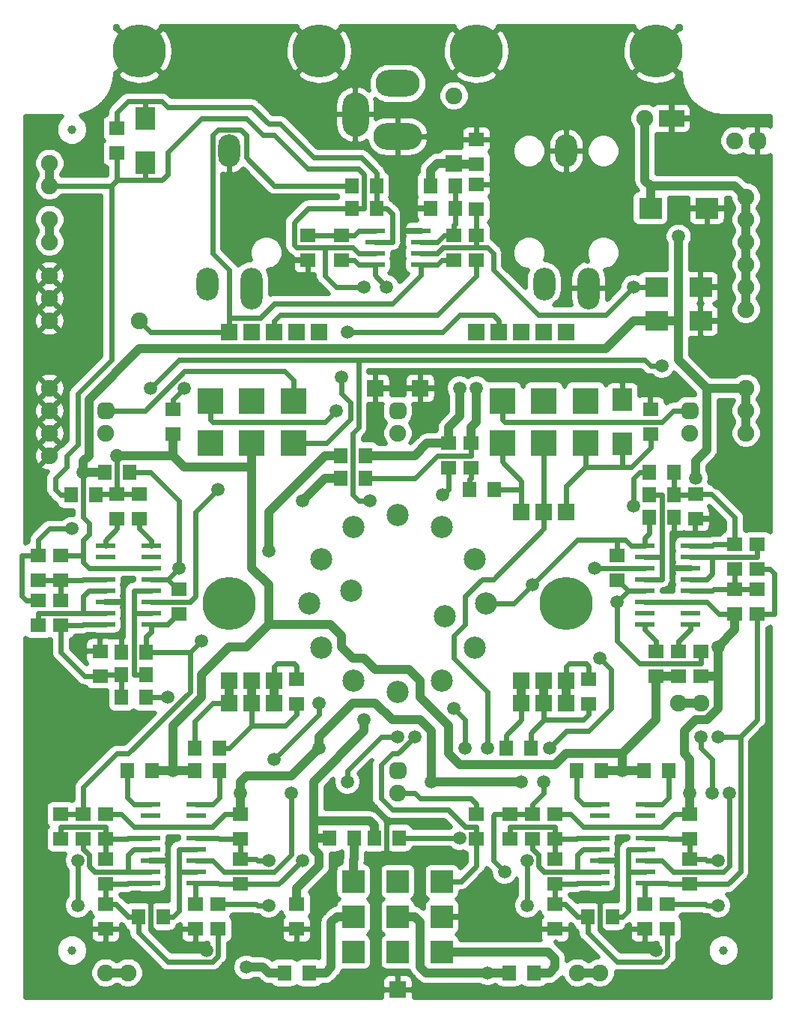
<source format=gbr>
G04 #@! TF.GenerationSoftware,KiCad,Pcbnew,5.1.12-84ad8e8a86~92~ubuntu20.04.1*
G04 #@! TF.CreationDate,2023-11-13T11:38:10+00:00*
G04 #@! TF.ProjectId,___-1.23.B-1,221a1f2d-312e-4323-932e-422d312e6b69,1B*
G04 #@! TF.SameCoordinates,Original*
G04 #@! TF.FileFunction,Copper,L1,Top*
G04 #@! TF.FilePolarity,Positive*
%FSLAX46Y46*%
G04 Gerber Fmt 4.6, Leading zero omitted, Abs format (unit mm)*
G04 Created by KiCad (PCBNEW 5.1.12-84ad8e8a86~92~ubuntu20.04.1) date 2023-11-13 11:38:10*
%MOMM*%
%LPD*%
G01*
G04 APERTURE LIST*
G04 #@! TA.AperFunction,ComponentPad*
%ADD10C,1.900000*%
G04 #@! TD*
G04 #@! TA.AperFunction,ComponentPad*
%ADD11R,1.900000X1.900000*%
G04 #@! TD*
G04 #@! TA.AperFunction,SMDPad,CuDef*
%ADD12R,2.200000X2.600000*%
G04 #@! TD*
G04 #@! TA.AperFunction,SMDPad,CuDef*
%ADD13R,1.800000X1.600000*%
G04 #@! TD*
G04 #@! TA.AperFunction,SMDPad,CuDef*
%ADD14R,1.600000X1.800000*%
G04 #@! TD*
G04 #@! TA.AperFunction,ComponentPad*
%ADD15O,2.500000X3.700000*%
G04 #@! TD*
G04 #@! TA.AperFunction,ComponentPad*
%ADD16O,2.500000X4.700000*%
G04 #@! TD*
G04 #@! TA.AperFunction,SMDPad,CuDef*
%ADD17R,2.600000X2.400000*%
G04 #@! TD*
G04 #@! TA.AperFunction,ComponentPad*
%ADD18R,2.860000X1.900000*%
G04 #@! TD*
G04 #@! TA.AperFunction,SMDPad,CuDef*
%ADD19R,2.600000X2.200000*%
G04 #@! TD*
G04 #@! TA.AperFunction,SMDPad,CuDef*
%ADD20C,1.000000*%
G04 #@! TD*
G04 #@! TA.AperFunction,ComponentPad*
%ADD21O,5.500000X3.000000*%
G04 #@! TD*
G04 #@! TA.AperFunction,ComponentPad*
%ADD22O,3.000000X5.000000*%
G04 #@! TD*
G04 #@! TA.AperFunction,ComponentPad*
%ADD23O,5.000000X3.000000*%
G04 #@! TD*
G04 #@! TA.AperFunction,ComponentPad*
%ADD24R,2.500000X2.500000*%
G04 #@! TD*
G04 #@! TA.AperFunction,ComponentPad*
%ADD25R,3.000000X3.000000*%
G04 #@! TD*
G04 #@! TA.AperFunction,SMDPad,CuDef*
%ADD26R,2.200000X0.600000*%
G04 #@! TD*
G04 #@! TA.AperFunction,ComponentPad*
%ADD27C,6.000000*%
G04 #@! TD*
G04 #@! TA.AperFunction,ComponentPad*
%ADD28C,2.500000*%
G04 #@! TD*
G04 #@! TA.AperFunction,ViaPad*
%ADD29C,1.500000*%
G04 #@! TD*
G04 #@! TA.AperFunction,Conductor*
%ADD30C,0.600000*%
G04 #@! TD*
G04 #@! TA.AperFunction,Conductor*
%ADD31C,1.500000*%
G04 #@! TD*
G04 #@! TA.AperFunction,Conductor*
%ADD32C,1.000000*%
G04 #@! TD*
G04 #@! TA.AperFunction,Conductor*
%ADD33C,0.500000*%
G04 #@! TD*
G04 #@! TA.AperFunction,Conductor*
%ADD34C,0.100000*%
G04 #@! TD*
G04 APERTURE END LIST*
D10*
X76200000Y-127000000D03*
G04 #@! TA.AperFunction,ComponentPad*
G36*
G01*
X145100000Y-107060000D02*
X145100000Y-106300000D01*
G75*
G02*
X145670000Y-105730000I570000J0D01*
G01*
X146430000Y-105730000D01*
G75*
G02*
X147000000Y-106300000I0J-570000D01*
G01*
X147000000Y-107060000D01*
G75*
G02*
X146430000Y-107630000I-570000J0D01*
G01*
X145670000Y-107630000D01*
G75*
G02*
X145100000Y-107060000I0J570000D01*
G01*
G37*
G04 #@! TD.AperFunction*
X143510000Y-106680000D03*
D11*
X119380000Y-167640000D03*
X121920000Y-167640000D03*
X124460000Y-167640000D03*
X86360000Y-167640000D03*
X88900000Y-167640000D03*
X91440000Y-167640000D03*
X119380000Y-148590000D03*
X124460000Y-148590000D03*
X121920000Y-148590000D03*
D12*
X130810000Y-135930000D03*
X130810000Y-140930000D03*
D13*
X133985000Y-139830000D03*
X133985000Y-137030000D03*
D14*
X117662500Y-175260000D03*
X120462500Y-175260000D03*
D13*
X127000000Y-170310000D03*
X127000000Y-167510000D03*
D14*
X82420000Y-175260000D03*
X85220000Y-175260000D03*
D13*
X93980000Y-170310000D03*
X93980000Y-167510000D03*
X80010000Y-139830000D03*
X80010000Y-137030000D03*
D14*
X71250000Y-146685000D03*
X68450000Y-146685000D03*
D10*
X72390000Y-200660000D03*
X74930000Y-200660000D03*
X128270000Y-200660000D03*
X125730000Y-200660000D03*
D14*
X95380000Y-200660000D03*
X92580000Y-200660000D03*
X120780000Y-200660000D03*
X117980000Y-200660000D03*
D15*
X86360000Y-107830000D03*
X83860000Y-122830000D03*
D16*
X88860000Y-123330000D03*
D15*
X124460000Y-107830000D03*
X121960000Y-122830000D03*
D16*
X126960000Y-123330000D03*
D10*
X144780000Y-139700000D03*
X144780000Y-137160000D03*
X144780000Y-134620000D03*
X66040000Y-134620000D03*
X66040000Y-137160000D03*
X66040000Y-139700000D03*
X66040000Y-142240000D03*
X66040000Y-127000000D03*
X66040000Y-124460000D03*
X66040000Y-121920000D03*
X144780000Y-125730000D03*
X144780000Y-123190000D03*
X144780000Y-120650000D03*
X144780000Y-118110000D03*
X144780000Y-115570000D03*
X144780000Y-113030000D03*
D17*
X140360000Y-114300000D03*
X133960000Y-114300000D03*
D18*
X136370000Y-104140000D03*
D10*
X133350000Y-104140000D03*
X66040000Y-118110000D03*
X66040000Y-115570000D03*
X66040000Y-109220000D03*
X66040000Y-111760000D03*
D19*
X134660000Y-127000000D03*
X139660000Y-127000000D03*
D13*
X73660000Y-108080000D03*
X73660000Y-105280000D03*
D19*
X134660000Y-123190000D03*
X139660000Y-123190000D03*
D12*
X76835000Y-104180000D03*
X76835000Y-109180000D03*
D20*
X142240000Y-198120000D03*
X68580000Y-198120000D03*
X68580000Y-105410000D03*
D21*
X105410000Y-106210000D03*
D22*
X100610000Y-103710000D03*
D23*
X105410000Y-100210000D03*
D11*
X114300000Y-128270000D03*
X116840000Y-128270000D03*
X119380000Y-128270000D03*
X121920000Y-128270000D03*
X124460000Y-128270000D03*
X96520000Y-128270000D03*
X88900000Y-128270000D03*
X91440000Y-128270000D03*
X86360000Y-128270000D03*
X93980000Y-128270000D03*
D24*
X110410000Y-194310000D03*
X110410000Y-198310000D03*
X110410000Y-190310000D03*
X105410000Y-194310000D03*
X105410000Y-198310000D03*
X105410000Y-190310000D03*
X100410000Y-190310000D03*
X100410000Y-194310000D03*
X100410000Y-198310000D03*
D11*
X119380000Y-170180000D03*
X121920000Y-170180000D03*
X124460000Y-170180000D03*
X88900000Y-170180000D03*
X91440000Y-170180000D03*
X86360000Y-170180000D03*
D10*
X138430000Y-139700000D03*
G04 #@! TA.AperFunction,ComponentPad*
G36*
G01*
X138810000Y-138110000D02*
X138050000Y-138110000D01*
G75*
G02*
X137480000Y-137540000I0J570000D01*
G01*
X137480000Y-136780000D01*
G75*
G02*
X138050000Y-136210000I570000J0D01*
G01*
X138810000Y-136210000D01*
G75*
G02*
X139380000Y-136780000I0J-570000D01*
G01*
X139380000Y-137540000D01*
G75*
G02*
X138810000Y-138110000I-570000J0D01*
G01*
G37*
G04 #@! TD.AperFunction*
X105410000Y-139700000D03*
G04 #@! TA.AperFunction,ComponentPad*
G36*
G01*
X105790000Y-138110000D02*
X105030000Y-138110000D01*
G75*
G02*
X104460000Y-137540000I0J570000D01*
G01*
X104460000Y-136780000D01*
G75*
G02*
X105030000Y-136210000I570000J0D01*
G01*
X105790000Y-136210000D01*
G75*
G02*
X106360000Y-136780000I0J-570000D01*
G01*
X106360000Y-137540000D01*
G75*
G02*
X105790000Y-138110000I-570000J0D01*
G01*
G37*
G04 #@! TD.AperFunction*
X72390000Y-139700000D03*
G04 #@! TA.AperFunction,ComponentPad*
G36*
G01*
X72770000Y-138110000D02*
X72010000Y-138110000D01*
G75*
G02*
X71440000Y-137540000I0J570000D01*
G01*
X71440000Y-136780000D01*
G75*
G02*
X72010000Y-136210000I570000J0D01*
G01*
X72770000Y-136210000D01*
G75*
G02*
X73340000Y-136780000I0J-570000D01*
G01*
X73340000Y-137540000D01*
G75*
G02*
X72770000Y-138110000I-570000J0D01*
G01*
G37*
G04 #@! TD.AperFunction*
D25*
X121920000Y-140830000D03*
X126620000Y-140830000D03*
X117220000Y-140830000D03*
X126620000Y-136030000D03*
X121920000Y-136030000D03*
X117220000Y-136030000D03*
D14*
X101730000Y-142240000D03*
X98930000Y-142240000D03*
X100460000Y-185420000D03*
X97660000Y-185420000D03*
X98930000Y-144780000D03*
X101730000Y-144780000D03*
D10*
X139700000Y-170180000D03*
X137160000Y-170180000D03*
D13*
X111125000Y-140840000D03*
X111125000Y-143640000D03*
X113665000Y-140840000D03*
X113665000Y-143640000D03*
X114300000Y-114430000D03*
X114300000Y-111630000D03*
D14*
X102740000Y-185420000D03*
X105540000Y-185420000D03*
D26*
X128210000Y-181610000D03*
X128210000Y-182880000D03*
X128210000Y-184150000D03*
X128210000Y-185420000D03*
X133410000Y-185420000D03*
X133410000Y-184150000D03*
X133410000Y-182880000D03*
X133410000Y-181610000D03*
X128210000Y-186690000D03*
X128210000Y-187960000D03*
X128210000Y-189230000D03*
X128210000Y-190500000D03*
X133410000Y-186690000D03*
X133410000Y-187960000D03*
X133410000Y-189230000D03*
X133410000Y-190500000D03*
X77410000Y-181610000D03*
X77410000Y-182880000D03*
X77410000Y-184150000D03*
X77410000Y-185420000D03*
X82610000Y-185420000D03*
X82610000Y-184150000D03*
X82610000Y-182880000D03*
X82610000Y-181610000D03*
X77410000Y-186690000D03*
X77410000Y-187960000D03*
X77410000Y-189230000D03*
X77410000Y-190500000D03*
X82610000Y-186690000D03*
X82610000Y-187960000D03*
X82610000Y-189230000D03*
X82610000Y-190500000D03*
X108010000Y-120650000D03*
X108010000Y-119380000D03*
X108010000Y-118110000D03*
X108010000Y-116840000D03*
X102810000Y-116840000D03*
X102810000Y-118110000D03*
X102810000Y-119380000D03*
X102810000Y-120650000D03*
D14*
X116335000Y-146050000D03*
X113535000Y-146050000D03*
X111890000Y-111760000D03*
X109090000Y-111760000D03*
D13*
X114300000Y-117345000D03*
X114300000Y-120145000D03*
D14*
X109090000Y-114300000D03*
X111890000Y-114300000D03*
D13*
X111760000Y-117345000D03*
X111760000Y-120145000D03*
D14*
X100200000Y-111760000D03*
X103000000Y-111760000D03*
D13*
X99060000Y-120145000D03*
X99060000Y-117345000D03*
X95250000Y-120145000D03*
X95250000Y-117345000D03*
D14*
X103000000Y-114300000D03*
X100200000Y-114300000D03*
D13*
X93980000Y-192910000D03*
X93980000Y-195710000D03*
X114300000Y-185550000D03*
X114300000Y-182750000D03*
X123190000Y-190630000D03*
X123190000Y-187830000D03*
X123190000Y-195710000D03*
X123190000Y-192910000D03*
D14*
X136020000Y-177800000D03*
X133220000Y-177800000D03*
D13*
X123190000Y-182750000D03*
X123190000Y-185550000D03*
X138430000Y-190630000D03*
X138430000Y-187830000D03*
X135890000Y-192910000D03*
X135890000Y-195710000D03*
D14*
X125600000Y-177800000D03*
X128400000Y-177800000D03*
D13*
X138430000Y-182750000D03*
X138430000Y-185550000D03*
X120650000Y-185550000D03*
X120650000Y-182750000D03*
X133350000Y-195710000D03*
X133350000Y-192910000D03*
D14*
X129670000Y-194310000D03*
X126870000Y-194310000D03*
D13*
X118110000Y-185550000D03*
X118110000Y-182750000D03*
X72390000Y-190630000D03*
X72390000Y-187830000D03*
X72390000Y-195710000D03*
X72390000Y-192910000D03*
D14*
X85220000Y-177800000D03*
X82420000Y-177800000D03*
D13*
X72390000Y-182750000D03*
X72390000Y-185550000D03*
X87630000Y-190630000D03*
X87630000Y-187830000D03*
X85090000Y-192910000D03*
X85090000Y-195710000D03*
D14*
X74800000Y-177800000D03*
X77600000Y-177800000D03*
D13*
X87630000Y-182750000D03*
X87630000Y-185550000D03*
X69850000Y-185550000D03*
X69850000Y-182750000D03*
X82550000Y-195710000D03*
X82550000Y-192910000D03*
D14*
X78870000Y-194310000D03*
X76070000Y-194310000D03*
D13*
X67310000Y-185550000D03*
X67310000Y-182750000D03*
D14*
X76965000Y-169545000D03*
X74165000Y-169545000D03*
D13*
X64770000Y-161420000D03*
X64770000Y-158620000D03*
X76200000Y-149355000D03*
X76200000Y-146555000D03*
X67310000Y-161420000D03*
X67310000Y-158620000D03*
D14*
X72260000Y-144145000D03*
X75060000Y-144145000D03*
D26*
X72330000Y-152400000D03*
X72330000Y-153670000D03*
X72330000Y-154940000D03*
X72330000Y-156210000D03*
X77530000Y-156210000D03*
X77530000Y-154940000D03*
X77530000Y-153670000D03*
X77530000Y-152400000D03*
X72330000Y-157480000D03*
X72330000Y-158750000D03*
X72330000Y-160020000D03*
X72330000Y-161290000D03*
X77530000Y-157480000D03*
X77530000Y-158750000D03*
X77530000Y-160020000D03*
X77530000Y-161290000D03*
D13*
X64770000Y-156340000D03*
X64770000Y-153540000D03*
D14*
X74165000Y-164465000D03*
X76965000Y-164465000D03*
X76965000Y-167005000D03*
X74165000Y-167005000D03*
D13*
X71755000Y-164335000D03*
X71755000Y-167135000D03*
X73660000Y-149355000D03*
X73660000Y-146555000D03*
X67310000Y-153540000D03*
X67310000Y-156340000D03*
X80645000Y-160150000D03*
X80645000Y-157350000D03*
D14*
X133855000Y-144145000D03*
X136655000Y-144145000D03*
D13*
X146050000Y-152270000D03*
X146050000Y-155070000D03*
X134620000Y-164335000D03*
X134620000Y-167135000D03*
X143510000Y-152270000D03*
X143510000Y-155070000D03*
X139700000Y-167135000D03*
X139700000Y-164335000D03*
D26*
X138490000Y-161290000D03*
X138490000Y-160020000D03*
X138490000Y-158750000D03*
X138490000Y-157480000D03*
X133290000Y-157480000D03*
X133290000Y-158750000D03*
X133290000Y-160020000D03*
X133290000Y-161290000D03*
X138490000Y-156210000D03*
X138490000Y-154940000D03*
X138490000Y-153670000D03*
X138490000Y-152400000D03*
X133290000Y-156210000D03*
X133290000Y-154940000D03*
X133290000Y-153670000D03*
X133290000Y-152400000D03*
D13*
X146050000Y-157350000D03*
X146050000Y-160150000D03*
D14*
X136655000Y-149225000D03*
X133855000Y-149225000D03*
X133855000Y-146685000D03*
X136655000Y-146685000D03*
D13*
X139065000Y-149355000D03*
X139065000Y-146555000D03*
X137160000Y-164335000D03*
X137160000Y-167135000D03*
X143510000Y-160150000D03*
X143510000Y-157350000D03*
X130175000Y-153540000D03*
X130175000Y-156340000D03*
X114300000Y-106550000D03*
X114300000Y-109350000D03*
D25*
X88900000Y-140830000D03*
X93600000Y-140830000D03*
X84200000Y-140830000D03*
X93600000Y-136030000D03*
X88900000Y-136030000D03*
X84200000Y-136030000D03*
D10*
X111760000Y-101600000D03*
D11*
X111760000Y-109220000D03*
D27*
X86360000Y-158950000D03*
X124460000Y-158950000D03*
X134620000Y-96520000D03*
X114300000Y-96520000D03*
X96520000Y-96520000D03*
X76200000Y-96520000D03*
D28*
X100410001Y-167610254D03*
X110722592Y-160373505D03*
X96749746Y-163950000D03*
X100097408Y-157526495D03*
X95410000Y-158950000D03*
X96749746Y-153950001D03*
X100410000Y-150289746D03*
X105410000Y-148950000D03*
X110409999Y-150289746D03*
X114070254Y-153950000D03*
X115410000Y-158950000D03*
X114070254Y-163949999D03*
X110410000Y-167610254D03*
X105410000Y-168950000D03*
D11*
X105410000Y-202565000D03*
X107950000Y-134620000D03*
X102870000Y-134620000D03*
D10*
X105410000Y-180340000D03*
G04 #@! TA.AperFunction,ComponentPad*
G36*
G01*
X105790000Y-178750000D02*
X105030000Y-178750000D01*
G75*
G02*
X104460000Y-178180000I0J570000D01*
G01*
X104460000Y-177420000D01*
G75*
G02*
X105030000Y-176850000I570000J0D01*
G01*
X105790000Y-176850000D01*
G75*
G02*
X106360000Y-177420000I0J-570000D01*
G01*
X106360000Y-178180000D01*
G75*
G02*
X105790000Y-178750000I-570000J0D01*
G01*
G37*
G04 #@! TD.AperFunction*
D29*
X141605000Y-149860000D03*
X134620000Y-198120000D03*
X130810000Y-196850000D03*
X80010000Y-196850000D03*
X87630000Y-198120000D03*
X83820000Y-198120000D03*
X101600000Y-180340000D03*
X141605000Y-145415000D03*
X69215000Y-163195000D03*
X67310000Y-167005000D03*
X77470000Y-134620000D03*
X107315000Y-173990000D03*
X102235000Y-147320000D03*
X135255000Y-132080000D03*
X138430000Y-180340000D03*
X109220000Y-179070000D03*
X96520000Y-175260000D03*
X87630000Y-180340000D03*
X141605000Y-163830000D03*
X137160000Y-117475000D03*
X119380000Y-179070000D03*
X139065000Y-144780000D03*
X104140000Y-123190000D03*
X85090000Y-146050000D03*
X127635000Y-154940000D03*
X142875000Y-180340000D03*
X93345000Y-180340000D03*
X99695000Y-179070000D03*
X105410000Y-173990000D03*
X122555000Y-175260000D03*
X128270000Y-165100000D03*
X121920000Y-179070000D03*
X117475000Y-189230000D03*
X141605000Y-173990000D03*
X120650000Y-156845000D03*
X68580000Y-150495000D03*
X83185000Y-163195000D03*
X94615000Y-187960000D03*
X91440000Y-176530000D03*
X96520000Y-170180000D03*
X110490000Y-146685000D03*
X99060000Y-133350000D03*
X101600000Y-123190000D03*
X120015000Y-187960000D03*
X120015000Y-193040000D03*
X98425000Y-137160000D03*
X130810000Y-177800000D03*
X80010000Y-177800000D03*
X81280000Y-134620000D03*
X99695000Y-128270000D03*
X141605000Y-187960000D03*
X141605000Y-193040000D03*
X130175000Y-158750000D03*
X132080000Y-147955000D03*
X80645000Y-154940000D03*
X79375000Y-169545000D03*
X90805000Y-187960000D03*
X90805000Y-193040000D03*
X69215000Y-187960000D03*
X69215000Y-193040000D03*
X112395000Y-185420000D03*
X113030000Y-175260000D03*
X111760000Y-170815000D03*
X132080000Y-123190000D03*
X139700000Y-173990000D03*
X140970000Y-180340000D03*
X112395000Y-134620000D03*
X101600000Y-172085000D03*
X90805000Y-153035000D03*
X115570000Y-175260000D03*
X115570000Y-200660000D03*
X94615000Y-147320000D03*
X88265000Y-200025000D03*
X114300000Y-134620000D03*
D30*
X77470000Y-195580000D02*
X77470000Y-192405000D01*
X78105000Y-196215000D02*
X77470000Y-195580000D01*
X128270000Y-195580000D02*
X128270000Y-192405000D01*
X128905000Y-196215000D02*
X128270000Y-195580000D01*
X104140000Y-187325000D02*
X104140000Y-183515000D01*
X107315000Y-180340000D02*
X105410000Y-180340000D01*
X114300000Y-182750000D02*
X114300000Y-181610000D01*
X114300000Y-181610000D02*
X113665000Y-180975000D01*
X107950000Y-180975000D02*
X113665000Y-180975000D01*
X107950000Y-180975000D02*
X107315000Y-180340000D01*
X114300000Y-188595000D02*
X114300000Y-185550000D01*
X112585000Y-190310000D02*
X114300000Y-188595000D01*
X110410000Y-190310000D02*
X112585000Y-190310000D01*
X111125000Y-182245000D02*
X104775000Y-182245000D01*
X114300000Y-184150000D02*
X113030000Y-184150000D01*
X113030000Y-184150000D02*
X111125000Y-182245000D01*
X114300000Y-185550000D02*
X114300000Y-184150000D01*
X104775000Y-182245000D02*
X103505000Y-180975000D01*
X103505000Y-180975000D02*
X103505000Y-177165000D01*
X103505000Y-177165000D02*
X104775000Y-175895000D01*
X107315000Y-173990000D02*
X105410000Y-175895000D01*
X104775000Y-175895000D02*
X105410000Y-175895000D01*
X80645000Y-131445000D02*
X77470000Y-134620000D01*
X100965000Y-131445000D02*
X80645000Y-131445000D01*
X133985000Y-132080000D02*
X135255000Y-132080000D01*
X133350000Y-131445000D02*
X133985000Y-132080000D01*
X100965000Y-131445000D02*
X133350000Y-131445000D01*
X100330000Y-146685000D02*
X100330000Y-139700000D01*
X100965000Y-147320000D02*
X100330000Y-146685000D01*
X100330000Y-139700000D02*
X100965000Y-139065000D01*
X102235000Y-147320000D02*
X100965000Y-147320000D01*
X100965000Y-139065000D02*
X100965000Y-131445000D01*
D31*
X69850000Y-144145000D02*
X69850000Y-144145000D01*
D30*
X72330000Y-154940000D02*
X77530000Y-154940000D01*
X138490000Y-158750000D02*
X133290000Y-158750000D01*
X143510000Y-160150000D02*
X141735000Y-160150000D01*
X141735000Y-160150000D02*
X140335000Y-158750000D01*
X138490000Y-158750000D02*
X140335000Y-158750000D01*
X128210000Y-184150000D02*
X133410000Y-184150000D01*
X128210000Y-184150000D02*
X126365000Y-184150000D01*
X124965000Y-182750000D02*
X126365000Y-184150000D01*
X123190000Y-182750000D02*
X124965000Y-182750000D01*
X133410000Y-184150000D02*
X135255000Y-184150000D01*
X136655000Y-182750000D02*
X135255000Y-184150000D01*
X138430000Y-182750000D02*
X136655000Y-182750000D01*
X77410000Y-184150000D02*
X82610000Y-184150000D01*
X77410000Y-184150000D02*
X75565000Y-184150000D01*
X74165000Y-182750000D02*
X75565000Y-184150000D01*
X72390000Y-182750000D02*
X74165000Y-182750000D01*
X82610000Y-184150000D02*
X84455000Y-184150000D01*
X85855000Y-182750000D02*
X84455000Y-184150000D01*
X87630000Y-182750000D02*
X85855000Y-182750000D01*
D32*
X87630000Y-182750000D02*
X87630000Y-180340000D01*
X138430000Y-182750000D02*
X138430000Y-180340000D01*
D30*
X67310000Y-153540000D02*
X69850000Y-153540000D01*
X72330000Y-154940000D02*
X70485000Y-154940000D01*
X69850000Y-154305000D02*
X69850000Y-153540000D01*
X70485000Y-154940000D02*
X69850000Y-154305000D01*
D32*
X138430000Y-176530000D02*
X138430000Y-180340000D01*
X139065000Y-172085000D02*
X137795000Y-173355000D01*
X137795000Y-175895000D02*
X138430000Y-176530000D01*
X137795000Y-173355000D02*
X137795000Y-175895000D01*
X141605000Y-167135000D02*
X141605000Y-170815000D01*
X140335000Y-172085000D02*
X141605000Y-170815000D01*
X140335000Y-172085000D02*
X139065000Y-172085000D01*
X100330000Y-170180000D02*
X96520000Y-173990000D01*
X102870000Y-170180000D02*
X100330000Y-170180000D01*
X104775000Y-172085000D02*
X102870000Y-170180000D01*
X107950000Y-172085000D02*
X104775000Y-172085000D01*
X109220000Y-173355000D02*
X107950000Y-172085000D01*
X96520000Y-173990000D02*
X96520000Y-175260000D01*
X109220000Y-179070000D02*
X109220000Y-173355000D01*
X144780000Y-134620000D02*
X140335000Y-134620000D01*
X134660000Y-127000000D02*
X137160000Y-127000000D01*
X137160000Y-131445000D02*
X140335000Y-134620000D01*
X137160000Y-127000000D02*
X137160000Y-131445000D01*
X144780000Y-134620000D02*
X144780000Y-137160000D01*
X144780000Y-137160000D02*
X144780000Y-139700000D01*
X72260000Y-144145000D02*
X69850000Y-144145000D01*
D30*
X69850000Y-149225000D02*
X69850000Y-144145000D01*
X70485000Y-149860000D02*
X69850000Y-149225000D01*
X70485000Y-151130000D02*
X70485000Y-149860000D01*
X69850000Y-151765000D02*
X70485000Y-151130000D01*
X69850000Y-153540000D02*
X69850000Y-151765000D01*
D32*
X132080000Y-127000000D02*
X134660000Y-127000000D01*
X128905000Y-130175000D02*
X132080000Y-127000000D01*
X76200000Y-130175000D02*
X128905000Y-130175000D01*
X70485000Y-142240000D02*
X70485000Y-135890000D01*
X69850000Y-142875000D02*
X70485000Y-142240000D01*
X70485000Y-135890000D02*
X76200000Y-130175000D01*
X69850000Y-144145000D02*
X69850000Y-142875000D01*
X93345000Y-178435000D02*
X96520000Y-175260000D01*
X88265000Y-178435000D02*
X93345000Y-178435000D01*
X87630000Y-179070000D02*
X88265000Y-178435000D01*
X87630000Y-180340000D02*
X87630000Y-179070000D01*
X109220000Y-179070000D02*
X119380000Y-179070000D01*
X140335000Y-141605000D02*
X140335000Y-134620000D01*
X139065000Y-142875000D02*
X140335000Y-141605000D01*
X139065000Y-144780000D02*
X139065000Y-142875000D01*
X137160000Y-117475000D02*
X137160000Y-127000000D01*
X139700000Y-167135000D02*
X141605000Y-167135000D01*
X141605000Y-163830000D02*
X141605000Y-167135000D01*
X143510000Y-161925000D02*
X141605000Y-163830000D01*
X143510000Y-160150000D02*
X143510000Y-161925000D01*
D30*
X133290000Y-154940000D02*
X127635000Y-154940000D01*
X102810000Y-120650000D02*
X100965000Y-120650000D01*
X100460000Y-120145000D02*
X100965000Y-120650000D01*
X99060000Y-120145000D02*
X100460000Y-120145000D01*
D32*
X109090000Y-111760000D02*
X109090000Y-109985000D01*
X109090000Y-109985000D02*
X109855000Y-109220000D01*
X109855000Y-109220000D02*
X111760000Y-109220000D01*
D30*
X135255000Y-187960000D02*
X133410000Y-187960000D01*
X136525000Y-189230000D02*
X135255000Y-187960000D01*
X142240000Y-189230000D02*
X136525000Y-189230000D01*
X142875000Y-188595000D02*
X142240000Y-189230000D01*
X142875000Y-180340000D02*
X142875000Y-188595000D01*
X84455000Y-187960000D02*
X82610000Y-187960000D01*
X85725000Y-189230000D02*
X84455000Y-187960000D01*
X91440000Y-189230000D02*
X85725000Y-189230000D01*
X93345000Y-187325000D02*
X91440000Y-189230000D01*
X93345000Y-180340000D02*
X93345000Y-187325000D01*
D32*
X114300000Y-109350000D02*
X111890000Y-109350000D01*
X111890000Y-109350000D02*
X111760000Y-109220000D01*
D30*
X82550000Y-158115000D02*
X81915000Y-158750000D01*
X82550000Y-148590000D02*
X82550000Y-158115000D01*
X81915000Y-158750000D02*
X77530000Y-158750000D01*
X85090000Y-146050000D02*
X82550000Y-148590000D01*
D32*
X133960000Y-114300000D02*
X133960000Y-111760000D01*
X144780000Y-113030000D02*
X143510000Y-111760000D01*
X143510000Y-111760000D02*
X133960000Y-111760000D01*
X133350000Y-111150000D02*
X133960000Y-111760000D01*
X133350000Y-104140000D02*
X133350000Y-111150000D01*
X144780000Y-123190000D02*
X144780000Y-125730000D01*
X144780000Y-120650000D02*
X144780000Y-123190000D01*
X144780000Y-118110000D02*
X144780000Y-120650000D01*
X144780000Y-115570000D02*
X144780000Y-118110000D01*
X144780000Y-113030000D02*
X144780000Y-115570000D01*
D30*
X102810000Y-121860000D02*
X104140000Y-123190000D01*
X102810000Y-120650000D02*
X102810000Y-121860000D01*
D32*
X137160000Y-170180000D02*
X139700000Y-170180000D01*
D30*
X99695000Y-177800000D02*
X103505000Y-173990000D01*
X99695000Y-177800000D02*
X99695000Y-179070000D01*
X103505000Y-173990000D02*
X105410000Y-173990000D01*
X118110000Y-182750000D02*
X120650000Y-182750000D01*
X116335000Y-182750000D02*
X118110000Y-182750000D01*
X116205000Y-182880000D02*
X116335000Y-182750000D01*
X116205000Y-187960000D02*
X116205000Y-182880000D01*
X121920000Y-179070000D02*
X121920000Y-180340000D01*
X121920000Y-180340000D02*
X120650000Y-181610000D01*
X120650000Y-182750000D02*
X120650000Y-181610000D01*
X116205000Y-187960000D02*
X117475000Y-189230000D01*
X124460000Y-173355000D02*
X122555000Y-175260000D01*
X129540000Y-170815000D02*
X127000000Y-173355000D01*
X127000000Y-173355000D02*
X124460000Y-173355000D01*
X129540000Y-166370000D02*
X129540000Y-170815000D01*
X128270000Y-165100000D02*
X129540000Y-166370000D01*
X147955000Y-160150000D02*
X146050000Y-160150000D01*
X147955000Y-155575000D02*
X147955000Y-160150000D01*
X147450000Y-155070000D02*
X147955000Y-155575000D01*
X146050000Y-155070000D02*
X147450000Y-155070000D01*
X133350000Y-192910000D02*
X133350000Y-190500000D01*
X133410000Y-190500000D02*
X135890000Y-190500000D01*
X136020000Y-190630000D02*
X135890000Y-190500000D01*
X138430000Y-190630000D02*
X136020000Y-190630000D01*
X144145000Y-189230000D02*
X144145000Y-173990000D01*
X142745000Y-190630000D02*
X144145000Y-189230000D01*
X138430000Y-190630000D02*
X142745000Y-190630000D01*
X141605000Y-173990000D02*
X144145000Y-173990000D01*
X146050000Y-172085000D02*
X144145000Y-173990000D01*
X146050000Y-160150000D02*
X146050000Y-172085000D01*
X62865000Y-153540000D02*
X64770000Y-153540000D01*
X62865000Y-158115000D02*
X62865000Y-153540000D01*
X63370000Y-158620000D02*
X62865000Y-158115000D01*
X64770000Y-158620000D02*
X63370000Y-158620000D01*
X64770000Y-153540000D02*
X64770000Y-151765000D01*
X133855000Y-151000000D02*
X133855000Y-149225000D01*
X133290000Y-151565000D02*
X133855000Y-151000000D01*
X133290000Y-152400000D02*
X133290000Y-151565000D01*
X66040000Y-150495000D02*
X68580000Y-150495000D01*
X66040000Y-150495000D02*
X64770000Y-151765000D01*
X130175000Y-153540000D02*
X130175000Y-151765000D01*
X131127500Y-151765000D02*
X130175000Y-151765000D01*
X131762500Y-152400000D02*
X131127500Y-151765000D01*
X133290000Y-152400000D02*
X131762500Y-152400000D01*
X118545000Y-158950000D02*
X120650000Y-156845000D01*
X115410000Y-158950000D02*
X118545000Y-158950000D01*
X125730000Y-151765000D02*
X120650000Y-156845000D01*
X130175000Y-151765000D02*
X125730000Y-151765000D01*
X67310000Y-182750000D02*
X69850000Y-182750000D01*
X80645000Y-160150000D02*
X80515000Y-160150000D01*
X80515000Y-160150000D02*
X79375000Y-161290000D01*
X77530000Y-161290000D02*
X79375000Y-161290000D01*
X76965000Y-162690000D02*
X76965000Y-164465000D01*
X77530000Y-162125000D02*
X76965000Y-162690000D01*
X77530000Y-161290000D02*
X77530000Y-162125000D01*
X81915000Y-164465000D02*
X83185000Y-163195000D01*
X81915000Y-164465000D02*
X76965000Y-164465000D01*
X81915000Y-168910000D02*
X81915000Y-164465000D01*
X74930000Y-175895000D02*
X81915000Y-168910000D01*
X73660000Y-175895000D02*
X74930000Y-175895000D01*
X69850000Y-179705000D02*
X73660000Y-175895000D01*
X69850000Y-182750000D02*
X69850000Y-179705000D01*
X82550000Y-192910000D02*
X82550000Y-190500000D01*
X82610000Y-190500000D02*
X85090000Y-190500000D01*
X85220000Y-190630000D02*
X85090000Y-190500000D01*
X87630000Y-190630000D02*
X85220000Y-190630000D01*
X91945000Y-190630000D02*
X94615000Y-187960000D01*
X87630000Y-190630000D02*
X91945000Y-190630000D01*
X91440000Y-176530000D02*
X96520000Y-171450000D01*
X96520000Y-171450000D02*
X96520000Y-170180000D01*
X111125000Y-146050000D02*
X111125000Y-143640000D01*
X110490000Y-146685000D02*
X111125000Y-146050000D01*
X102810000Y-119380000D02*
X100965000Y-119380000D01*
X100965000Y-119380000D02*
X100330000Y-118745000D01*
X100330000Y-118745000D02*
X97155000Y-118745000D01*
X93662500Y-118427500D02*
X93980000Y-118745000D01*
X93662500Y-115887500D02*
X93662500Y-118427500D01*
X95250000Y-114300000D02*
X93662500Y-115887500D01*
X93980000Y-118745000D02*
X97155000Y-118745000D01*
X100200000Y-114300000D02*
X95250000Y-114300000D01*
X76835000Y-109180000D02*
X76835000Y-111125000D01*
D32*
X66040000Y-109220000D02*
X66040000Y-111760000D01*
D30*
X66040000Y-111760000D02*
X73025000Y-111760000D01*
X73025000Y-111760000D02*
X73660000Y-111125000D01*
X73660000Y-111125000D02*
X76835000Y-111125000D01*
X73660000Y-108080000D02*
X73660000Y-111125000D01*
X101600000Y-110490000D02*
X101600000Y-114300000D01*
X100965000Y-109855000D02*
X101600000Y-110490000D01*
X95250000Y-109855000D02*
X100965000Y-109855000D01*
X101600000Y-114300000D02*
X100200000Y-114300000D01*
X91440000Y-106045000D02*
X95250000Y-109855000D01*
X88265000Y-104140000D02*
X90170000Y-106045000D01*
X90170000Y-106045000D02*
X91440000Y-106045000D01*
X79375000Y-107950000D02*
X83185000Y-104140000D01*
X79375000Y-110490000D02*
X79375000Y-107950000D01*
X83185000Y-104140000D02*
X88265000Y-104140000D01*
X78740000Y-111125000D02*
X79375000Y-110490000D01*
X76835000Y-111125000D02*
X78740000Y-111125000D01*
X69215000Y-135255000D02*
X73025000Y-131445000D01*
X69215000Y-140970000D02*
X69215000Y-135255000D01*
X67945000Y-142240000D02*
X69215000Y-140970000D01*
X66675000Y-144780000D02*
X67945000Y-143510000D01*
X66675000Y-146050000D02*
X66675000Y-144780000D01*
X73025000Y-131445000D02*
X73025000Y-111760000D01*
X67945000Y-143510000D02*
X67945000Y-142240000D01*
X67310000Y-146685000D02*
X66675000Y-146050000D01*
X68450000Y-146685000D02*
X67310000Y-146685000D01*
X97295000Y-140830000D02*
X93600000Y-140830000D01*
X100012500Y-138112500D02*
X97295000Y-140830000D01*
X100012500Y-136207500D02*
X100012500Y-138112500D01*
X99060000Y-135255000D02*
X100012500Y-136207500D01*
X99060000Y-133350000D02*
X99060000Y-135255000D01*
X97155000Y-121920000D02*
X97155000Y-118745000D01*
X98425000Y-123190000D02*
X97155000Y-121920000D01*
X101600000Y-123190000D02*
X98425000Y-123190000D01*
X120015000Y-187960000D02*
X120015000Y-193040000D01*
X93600000Y-133730000D02*
X93600000Y-136030000D01*
X92585000Y-132715000D02*
X93600000Y-133730000D01*
X81280000Y-132715000D02*
X92585000Y-132715000D01*
X76835000Y-137160000D02*
X81280000Y-132715000D01*
X72390000Y-137160000D02*
X76835000Y-137160000D01*
X84200000Y-136030000D02*
X84200000Y-138175000D01*
X84200000Y-138175000D02*
X84455000Y-138430000D01*
X97155000Y-138430000D02*
X98425000Y-137160000D01*
X97155000Y-138430000D02*
X84455000Y-138430000D01*
X136525000Y-137160000D02*
X138430000Y-137160000D01*
X135255000Y-138430000D02*
X136525000Y-137160000D01*
X117475000Y-138430000D02*
X135255000Y-138430000D01*
X117220000Y-138175000D02*
X117475000Y-138430000D01*
X117220000Y-136030000D02*
X117220000Y-138175000D01*
D31*
X73660000Y-142240000D02*
X73660000Y-142240000D01*
D30*
X76200000Y-146555000D02*
X73660000Y-146555000D01*
D32*
X134620000Y-167135000D02*
X137160000Y-167135000D01*
X128400000Y-177800000D02*
X130810000Y-177800000D01*
X130810000Y-177800000D02*
X133220000Y-177800000D01*
X77600000Y-177800000D02*
X80010000Y-177800000D01*
X80010000Y-177800000D02*
X82420000Y-177800000D01*
X134620000Y-172085000D02*
X130810000Y-175895000D01*
X88900000Y-140830000D02*
X88900000Y-143510000D01*
D30*
X73660000Y-146555000D02*
X73660000Y-142240000D01*
D32*
X130810000Y-177800000D02*
X130810000Y-175895000D01*
X134620000Y-167135000D02*
X134620000Y-172085000D01*
X86360000Y-163830000D02*
X88265000Y-163830000D01*
X83185000Y-167005000D02*
X86360000Y-163830000D01*
X83185000Y-169545000D02*
X83185000Y-167005000D01*
X80010000Y-172720000D02*
X83185000Y-169545000D01*
X88265000Y-163830000D02*
X90805000Y-161290000D01*
X80010000Y-177800000D02*
X80010000Y-172720000D01*
X90805000Y-156845000D02*
X90805000Y-161290000D01*
X88900000Y-154940000D02*
X90805000Y-156845000D01*
X88900000Y-143510000D02*
X88900000Y-154940000D01*
X124460000Y-175895000D02*
X130810000Y-175895000D01*
X99060000Y-162560000D02*
X99060000Y-163830000D01*
X102870000Y-166370000D02*
X106680000Y-166370000D01*
X99060000Y-163830000D02*
X100330000Y-165100000D01*
X100330000Y-165100000D02*
X101600000Y-165100000D01*
X97790000Y-161290000D02*
X99060000Y-162560000D01*
X101600000Y-165100000D02*
X102870000Y-166370000D01*
X107950000Y-167640000D02*
X107950000Y-169545000D01*
X107950000Y-169545000D02*
X111125000Y-172720000D01*
X106680000Y-166370000D02*
X107950000Y-167640000D01*
X123190000Y-177165000D02*
X124460000Y-175895000D01*
X90805000Y-161290000D02*
X97790000Y-161290000D01*
X111125000Y-172720000D02*
X111125000Y-175895000D01*
X111125000Y-175895000D02*
X112395000Y-177165000D01*
X112395000Y-177165000D02*
X123190000Y-177165000D01*
D30*
X73660000Y-146555000D02*
X71250000Y-146555000D01*
D32*
X80010000Y-142240000D02*
X73660000Y-142240000D01*
X81280000Y-143510000D02*
X80010000Y-142240000D01*
X88900000Y-143510000D02*
X81280000Y-143510000D01*
X80010000Y-139830000D02*
X80010000Y-142240000D01*
X66040000Y-115570000D02*
X66040000Y-118110000D01*
D30*
X80010000Y-135890000D02*
X81280000Y-134620000D01*
X80010000Y-137030000D02*
X80010000Y-135890000D01*
X110490000Y-128270000D02*
X99695000Y-128270000D01*
X112395000Y-126365000D02*
X110490000Y-128270000D01*
X116205000Y-126365000D02*
X112395000Y-126365000D01*
X116840000Y-127000000D02*
X116205000Y-126365000D01*
X116840000Y-128270000D02*
X116840000Y-127000000D01*
X113535000Y-146050000D02*
X113535000Y-144910000D01*
X113665000Y-144780000D02*
X113535000Y-144910000D01*
X113665000Y-143640000D02*
X113665000Y-144780000D01*
X128210000Y-181610000D02*
X126365000Y-181610000D01*
X125600000Y-177800000D02*
X125600000Y-180845000D01*
X125600000Y-180845000D02*
X126365000Y-181610000D01*
X118110000Y-185550000D02*
X118110000Y-184150000D01*
X123190000Y-185550000D02*
X123190000Y-184150000D01*
X123190000Y-184150000D02*
X118110000Y-184150000D01*
X128210000Y-185420000D02*
X125730000Y-185420000D01*
X123190000Y-185550000D02*
X123190000Y-187830000D01*
X125730000Y-185420000D02*
X125600000Y-185550000D01*
X125600000Y-185550000D02*
X123190000Y-185550000D01*
X141605000Y-193040000D02*
X140335000Y-193040000D01*
X140205000Y-187830000D02*
X140335000Y-187960000D01*
X140335000Y-187960000D02*
X141605000Y-187960000D01*
X138430000Y-187830000D02*
X140205000Y-187830000D01*
X140205000Y-192910000D02*
X135890000Y-192910000D01*
X140335000Y-193040000D02*
X140205000Y-192910000D01*
X138430000Y-185550000D02*
X136020000Y-185550000D01*
X138430000Y-185550000D02*
X138430000Y-187830000D01*
X136020000Y-185550000D02*
X135890000Y-185420000D01*
X133410000Y-185420000D02*
X135890000Y-185420000D01*
X133410000Y-181610000D02*
X135255000Y-181610000D01*
X136020000Y-177800000D02*
X136020000Y-180845000D01*
X136020000Y-180845000D02*
X135255000Y-181610000D01*
X137160000Y-164335000D02*
X137160000Y-163195000D01*
X138490000Y-161865000D02*
X137160000Y-163195000D01*
X138490000Y-161290000D02*
X138490000Y-161865000D01*
X146050000Y-157350000D02*
X143510000Y-157350000D01*
X141100000Y-157350000D02*
X143510000Y-157350000D01*
X138490000Y-157480000D02*
X140970000Y-157480000D01*
X140970000Y-157480000D02*
X141100000Y-157350000D01*
X143510000Y-157350000D02*
X143510000Y-155070000D01*
X130175000Y-156340000D02*
X130305000Y-156340000D01*
X133290000Y-157480000D02*
X131445000Y-157480000D01*
X130305000Y-156340000D02*
X131445000Y-157480000D01*
X131445000Y-157480000D02*
X130175000Y-158750000D01*
X130175000Y-163195000D02*
X132715000Y-165735000D01*
X139700000Y-165735000D02*
X139700000Y-164335000D01*
X132715000Y-165735000D02*
X139700000Y-165735000D01*
X130175000Y-158750000D02*
X130175000Y-163195000D01*
X132715000Y-144145000D02*
X132080000Y-144780000D01*
X132080000Y-144780000D02*
X132080000Y-147955000D01*
X133855000Y-144145000D02*
X132715000Y-144145000D01*
X134620000Y-164335000D02*
X134620000Y-163195000D01*
X133290000Y-161290000D02*
X133290000Y-161865000D01*
X133290000Y-161865000D02*
X134620000Y-163195000D01*
X73660000Y-149355000D02*
X73660000Y-150495000D01*
X72330000Y-151825000D02*
X73660000Y-150495000D01*
X72330000Y-152400000D02*
X72330000Y-151825000D01*
X64770000Y-156340000D02*
X67310000Y-156340000D01*
X69720000Y-156340000D02*
X67310000Y-156340000D01*
X72330000Y-156210000D02*
X69850000Y-156210000D01*
X69850000Y-156210000D02*
X69720000Y-156340000D01*
X67310000Y-156340000D02*
X67310000Y-158620000D01*
X80645000Y-157350000D02*
X80515000Y-157350000D01*
X80515000Y-157350000D02*
X79375000Y-156210000D01*
X77530000Y-156210000D02*
X79375000Y-156210000D01*
X79375000Y-156210000D02*
X80645000Y-154940000D01*
X77470000Y-144145000D02*
X75060000Y-144145000D01*
X80645000Y-147320000D02*
X77470000Y-144145000D01*
X80645000Y-154940000D02*
X80645000Y-147320000D01*
X76965000Y-169545000D02*
X79375000Y-169545000D01*
X76200000Y-149355000D02*
X76200000Y-150495000D01*
X77530000Y-152400000D02*
X77530000Y-151825000D01*
X77530000Y-151825000D02*
X76200000Y-150495000D01*
X77410000Y-181610000D02*
X75565000Y-181610000D01*
X74800000Y-177800000D02*
X74800000Y-180845000D01*
X74800000Y-180845000D02*
X75565000Y-181610000D01*
X77410000Y-185420000D02*
X74930000Y-185420000D01*
X72390000Y-185550000D02*
X72390000Y-187830000D01*
X74930000Y-185420000D02*
X74800000Y-185550000D01*
X74800000Y-185550000D02*
X72390000Y-185550000D01*
X72390000Y-185550000D02*
X72390000Y-184150000D01*
X72390000Y-184150000D02*
X67310000Y-184150000D01*
X67310000Y-185550000D02*
X67310000Y-184150000D01*
X90805000Y-193040000D02*
X89535000Y-193040000D01*
X89405000Y-187830000D02*
X89535000Y-187960000D01*
X89535000Y-187960000D02*
X90805000Y-187960000D01*
X87630000Y-187830000D02*
X89405000Y-187830000D01*
X89405000Y-192910000D02*
X85090000Y-192910000D01*
X89535000Y-193040000D02*
X89405000Y-192910000D01*
X87630000Y-185550000D02*
X85220000Y-185550000D01*
X87630000Y-185550000D02*
X87630000Y-187830000D01*
X85220000Y-185550000D02*
X85090000Y-185420000D01*
X82610000Y-185420000D02*
X85090000Y-185420000D01*
X82610000Y-181610000D02*
X84455000Y-181610000D01*
X85220000Y-177800000D02*
X85220000Y-180845000D01*
X85220000Y-180845000D02*
X84455000Y-181610000D01*
X69215000Y-187960000D02*
X69215000Y-193040000D01*
X105540000Y-185420000D02*
X112395000Y-185420000D01*
X111760000Y-170815000D02*
X113030000Y-172085000D01*
X113030000Y-175260000D02*
X113030000Y-172085000D01*
X121285000Y-188595000D02*
X121285000Y-187325000D01*
X120650000Y-185550000D02*
X120650000Y-186690000D01*
X121920000Y-189230000D02*
X121285000Y-188595000D01*
X121285000Y-187325000D02*
X120650000Y-186690000D01*
X121920000Y-189230000D02*
X125730000Y-189230000D01*
X128210000Y-186690000D02*
X126365000Y-186690000D01*
X125730000Y-187325000D02*
X125730000Y-189230000D01*
X125730000Y-189230000D02*
X128210000Y-189230000D01*
X126365000Y-186690000D02*
X125730000Y-187325000D01*
X135890000Y-195710000D02*
X135890000Y-198755000D01*
X135890000Y-198755000D02*
X135255000Y-199390000D01*
X135255000Y-199390000D02*
X130175000Y-199390000D01*
X126870000Y-196085000D02*
X126870000Y-194310000D01*
X130175000Y-199390000D02*
X126870000Y-196085000D01*
X126870000Y-194310000D02*
X125730000Y-194310000D01*
X124330000Y-192910000D02*
X125730000Y-194310000D01*
X123190000Y-192910000D02*
X124330000Y-192910000D01*
X125730000Y-190500000D02*
X125600000Y-190630000D01*
X128210000Y-190500000D02*
X125730000Y-190500000D01*
X123190000Y-190630000D02*
X123190000Y-192910000D01*
X123190000Y-190630000D02*
X125600000Y-190630000D01*
X131445000Y-186690000D02*
X131445000Y-189230000D01*
X133410000Y-189230000D02*
X131445000Y-189230000D01*
X131445000Y-189230000D02*
X131445000Y-193675000D01*
X129670000Y-194310000D02*
X130810000Y-194310000D01*
X130810000Y-194310000D02*
X131445000Y-193675000D01*
X133410000Y-186690000D02*
X131445000Y-186690000D01*
X77410000Y-186690000D02*
X75565000Y-186690000D01*
X74930000Y-187325000D02*
X74930000Y-189230000D01*
X74930000Y-189230000D02*
X77410000Y-189230000D01*
X75565000Y-186690000D02*
X74930000Y-187325000D01*
X70485000Y-187325000D02*
X69850000Y-186690000D01*
X69850000Y-185550000D02*
X69850000Y-186690000D01*
X71120000Y-189230000D02*
X70485000Y-188595000D01*
X70485000Y-188595000D02*
X70485000Y-187325000D01*
X71120000Y-189230000D02*
X74930000Y-189230000D01*
X80645000Y-186690000D02*
X80645000Y-189230000D01*
X82610000Y-189230000D02*
X80645000Y-189230000D01*
X80645000Y-189230000D02*
X80645000Y-193675000D01*
X78870000Y-194310000D02*
X80010000Y-194310000D01*
X80010000Y-194310000D02*
X80645000Y-193675000D01*
X82610000Y-186690000D02*
X80645000Y-186690000D01*
X76070000Y-194310000D02*
X74930000Y-194310000D01*
X73530000Y-192910000D02*
X74930000Y-194310000D01*
X72390000Y-192910000D02*
X73530000Y-192910000D01*
X74930000Y-190500000D02*
X74800000Y-190630000D01*
X77410000Y-190500000D02*
X74930000Y-190500000D01*
X72390000Y-190630000D02*
X72390000Y-192910000D01*
X72390000Y-190630000D02*
X74800000Y-190630000D01*
X79375000Y-199390000D02*
X76070000Y-196085000D01*
X84455000Y-199390000D02*
X79375000Y-199390000D01*
X85090000Y-198755000D02*
X84455000Y-199390000D01*
X76070000Y-196085000D02*
X76070000Y-194310000D01*
X85090000Y-195710000D02*
X85090000Y-198755000D01*
X138490000Y-156210000D02*
X140335000Y-156210000D01*
X146050000Y-152270000D02*
X146050000Y-153670000D01*
X146050000Y-153670000D02*
X140970000Y-153670000D01*
X140970000Y-153670000D02*
X138490000Y-153670000D01*
X140970000Y-155575000D02*
X140970000Y-153670000D01*
X140335000Y-156210000D02*
X140970000Y-155575000D01*
X143510000Y-152270000D02*
X141100000Y-152270000D01*
X140970000Y-152400000D02*
X141100000Y-152270000D01*
X138490000Y-152400000D02*
X140970000Y-152400000D01*
X136655000Y-146685000D02*
X139065000Y-146685000D01*
X140840000Y-146555000D02*
X143510000Y-149225000D01*
X139065000Y-146555000D02*
X140840000Y-146555000D01*
X143510000Y-149225000D02*
X143510000Y-152270000D01*
X136655000Y-144145000D02*
X136655000Y-146685000D01*
X133290000Y-156210000D02*
X135255000Y-156210000D01*
X133290000Y-153670000D02*
X135255000Y-153670000D01*
X135255000Y-156210000D02*
X135255000Y-153670000D01*
X135255000Y-146685000D02*
X133855000Y-146685000D01*
X135255000Y-153670000D02*
X135255000Y-146685000D01*
X72330000Y-157480000D02*
X70485000Y-157480000D01*
X64770000Y-161420000D02*
X64770000Y-160020000D01*
X64770000Y-160020000D02*
X69850000Y-160020000D01*
X69850000Y-160020000D02*
X72330000Y-160020000D01*
X69850000Y-158115000D02*
X69850000Y-160020000D01*
X70485000Y-157480000D02*
X69850000Y-158115000D01*
X77530000Y-157480000D02*
X75565000Y-157480000D01*
X77530000Y-160020000D02*
X75565000Y-160020000D01*
X75565000Y-157480000D02*
X75565000Y-160020000D01*
X75565000Y-167005000D02*
X76965000Y-167005000D01*
X75565000Y-160020000D02*
X75565000Y-167005000D01*
X67310000Y-161420000D02*
X69720000Y-161420000D01*
X69850000Y-161290000D02*
X69720000Y-161420000D01*
X72330000Y-161290000D02*
X69850000Y-161290000D01*
X74165000Y-167005000D02*
X71755000Y-167005000D01*
X69980000Y-167135000D02*
X67310000Y-164465000D01*
X71755000Y-167135000D02*
X69980000Y-167135000D01*
X74165000Y-167005000D02*
X74165000Y-169545000D01*
X67310000Y-161420000D02*
X67310000Y-164465000D01*
X114300000Y-117345000D02*
X114300000Y-118745000D01*
X109855000Y-119380000D02*
X110490000Y-118745000D01*
X110490000Y-118745000D02*
X114300000Y-118745000D01*
X108010000Y-119380000D02*
X109855000Y-119380000D01*
X114300000Y-114430000D02*
X114300000Y-117345000D01*
X134660000Y-123190000D02*
X132080000Y-123190000D01*
X121285000Y-126365000D02*
X128905000Y-126365000D01*
X116205000Y-121285000D02*
X121285000Y-126365000D01*
X116205000Y-119380000D02*
X116205000Y-121285000D01*
X115570000Y-118745000D02*
X116205000Y-119380000D01*
X128905000Y-126365000D02*
X132080000Y-123190000D01*
X114300000Y-118745000D02*
X115570000Y-118745000D01*
X102810000Y-116840000D02*
X100965000Y-116840000D01*
X100460000Y-117345000D02*
X100965000Y-116840000D01*
X99060000Y-117345000D02*
X100460000Y-117345000D01*
X95250000Y-117345000D02*
X99060000Y-117345000D01*
X111890000Y-111760000D02*
X111890000Y-114300000D01*
X108010000Y-118110000D02*
X109855000Y-118110000D01*
X110620000Y-117345000D02*
X109855000Y-118110000D01*
X111760000Y-117345000D02*
X110620000Y-117345000D01*
X111760000Y-117345000D02*
X111760000Y-116205000D01*
X111890000Y-116075000D02*
X111760000Y-116205000D01*
X111890000Y-114300000D02*
X111890000Y-116075000D01*
X139700000Y-175260000D02*
X139700000Y-173990000D01*
X140970000Y-176530000D02*
X139700000Y-175260000D01*
X140970000Y-180340000D02*
X140970000Y-176530000D01*
D32*
X107315000Y-142240000D02*
X101730000Y-142240000D01*
X108715000Y-140840000D02*
X107315000Y-142240000D01*
X111125000Y-140840000D02*
X108715000Y-140840000D01*
X112395000Y-134620000D02*
X112395000Y-137795000D01*
X111125000Y-139065000D02*
X111125000Y-140840000D01*
X112395000Y-137795000D02*
X111125000Y-139065000D01*
X97155000Y-142240000D02*
X98930000Y-142240000D01*
X90805000Y-148590000D02*
X97155000Y-142240000D01*
X90805000Y-153035000D02*
X90805000Y-148590000D01*
X93980000Y-192910000D02*
X93980000Y-191135000D01*
X93980000Y-191135000D02*
X96520000Y-188595000D01*
X96520000Y-188595000D02*
X96520000Y-187325000D01*
X96520000Y-187325000D02*
X95885000Y-186690000D01*
X95885000Y-186690000D02*
X95885000Y-185420000D01*
X97660000Y-185420000D02*
X95885000Y-185420000D01*
X101600000Y-173355000D02*
X101600000Y-172085000D01*
X95885000Y-179070000D02*
X101600000Y-173355000D01*
X102740000Y-185420000D02*
X102740000Y-184020000D01*
X102740000Y-184020000D02*
X102235000Y-183515000D01*
X102235000Y-183515000D02*
X95885000Y-183515000D01*
X95885000Y-183515000D02*
X95885000Y-179070000D01*
X95885000Y-185420000D02*
X95885000Y-183515000D01*
D30*
X121920000Y-140830000D02*
X121920000Y-148590000D01*
X121920000Y-148590000D02*
X121920000Y-150495000D01*
X121920000Y-150495000D02*
X116205000Y-156210000D01*
X116205000Y-156210000D02*
X114935000Y-156210000D01*
X114935000Y-156210000D02*
X113030000Y-158115000D01*
X113030000Y-158115000D02*
X113030000Y-161290000D01*
X113030000Y-161290000D02*
X111760000Y-162560000D01*
X111760000Y-162560000D02*
X111760000Y-165100000D01*
X111760000Y-165100000D02*
X115570000Y-168910000D01*
X115570000Y-168910000D02*
X115570000Y-175260000D01*
X126620000Y-140830000D02*
X126620000Y-143510000D01*
X126620000Y-143510000D02*
X124460000Y-145670000D01*
X124460000Y-145670000D02*
X124460000Y-148590000D01*
X133985000Y-141287500D02*
X133985000Y-139830000D01*
X131762500Y-143510000D02*
X133985000Y-141287500D01*
X130810000Y-143510000D02*
X131762500Y-143510000D01*
X130810000Y-140930000D02*
X130810000Y-143510000D01*
X130810000Y-143510000D02*
X126620000Y-143510000D01*
X116335000Y-146050000D02*
X119380000Y-146050000D01*
X119380000Y-146050000D02*
X119380000Y-148590000D01*
X119380000Y-145097500D02*
X119380000Y-146050000D01*
X117220000Y-142937500D02*
X119380000Y-145097500D01*
X117220000Y-140830000D02*
X117220000Y-142937500D01*
X104775000Y-118110000D02*
X102810000Y-118110000D01*
X104140000Y-114300000D02*
X104775000Y-114935000D01*
X104775000Y-114935000D02*
X104775000Y-118110000D01*
X103000000Y-114300000D02*
X104140000Y-114300000D01*
X103000000Y-111760000D02*
X103000000Y-114300000D01*
X73660000Y-103505000D02*
X74930000Y-102235000D01*
X73660000Y-105280000D02*
X73660000Y-103505000D01*
X76835000Y-102235000D02*
X76835000Y-104180000D01*
X74930000Y-102235000D02*
X76835000Y-102235000D01*
X103000000Y-110302500D02*
X101282500Y-108585000D01*
X101282500Y-108585000D02*
X95885000Y-108585000D01*
X103000000Y-111760000D02*
X103000000Y-110302500D01*
X92075000Y-104775000D02*
X90805000Y-104775000D01*
X95885000Y-108585000D02*
X92075000Y-104775000D01*
X90805000Y-104775000D02*
X88900000Y-102870000D01*
X88900000Y-102870000D02*
X79375000Y-102870000D01*
X79375000Y-102870000D02*
X78740000Y-102235000D01*
X78740000Y-102235000D02*
X76835000Y-102235000D01*
X91440000Y-127000000D02*
X91440000Y-128270000D01*
X92075000Y-126365000D02*
X91440000Y-127000000D01*
X114300000Y-121920000D02*
X109855000Y-126365000D01*
X114300000Y-120145000D02*
X114300000Y-121920000D01*
X109855000Y-126365000D02*
X92075000Y-126365000D01*
D32*
X91440000Y-167640000D02*
X91440000Y-170180000D01*
D30*
X93980000Y-166052500D02*
X93980000Y-167510000D01*
X93662500Y-165735000D02*
X93980000Y-166052500D01*
X91757500Y-165735000D02*
X93662500Y-165735000D01*
X91440000Y-166052500D02*
X91757500Y-165735000D01*
X91440000Y-167640000D02*
X91440000Y-166052500D01*
D32*
X88900000Y-167640000D02*
X88900000Y-170180000D01*
D30*
X85220000Y-175260000D02*
X86360000Y-175260000D01*
X86360000Y-175260000D02*
X88900000Y-172720000D01*
X88900000Y-170180000D02*
X88900000Y-172720000D01*
X88900000Y-172720000D02*
X92710000Y-172720000D01*
X93980000Y-171450000D02*
X92710000Y-172720000D01*
X93980000Y-170310000D02*
X93980000Y-171450000D01*
D32*
X86360000Y-167640000D02*
X86360000Y-170180000D01*
D30*
X82420000Y-175260000D02*
X82420000Y-172215000D01*
X84455000Y-170180000D02*
X86360000Y-170180000D01*
X82420000Y-172215000D02*
X84455000Y-170180000D01*
D32*
X121920000Y-167640000D02*
X121920000Y-170180000D01*
D30*
X127000000Y-170310000D02*
X127000000Y-171450000D01*
X127000000Y-171450000D02*
X126365000Y-172085000D01*
X121920000Y-170180000D02*
X121920000Y-172085000D01*
X121920000Y-172085000D02*
X126365000Y-172085000D01*
X120462500Y-173542500D02*
X121920000Y-172085000D01*
X120462500Y-175260000D02*
X120462500Y-173542500D01*
D32*
X119380000Y-167640000D02*
X119380000Y-170180000D01*
D30*
X117662500Y-175260000D02*
X117662500Y-173802500D01*
X117662500Y-173802500D02*
X119380000Y-172085000D01*
X119380000Y-170180000D02*
X119380000Y-172085000D01*
X126682500Y-165735000D02*
X127000000Y-166052500D01*
X127000000Y-166052500D02*
X127000000Y-167510000D01*
X124460000Y-166052500D02*
X124777500Y-165735000D01*
X124460000Y-167640000D02*
X124460000Y-166052500D01*
X124777500Y-165735000D02*
X126682500Y-165735000D01*
D32*
X124460000Y-167640000D02*
X124460000Y-170180000D01*
X115570000Y-200660000D02*
X108585000Y-200660000D01*
X108585000Y-200660000D02*
X107950000Y-200025000D01*
X107950000Y-200025000D02*
X107950000Y-194945000D01*
X107315000Y-194310000D02*
X105410000Y-194310000D01*
X107950000Y-194945000D02*
X107315000Y-194310000D01*
X117980000Y-200660000D02*
X115570000Y-200660000D01*
X128270000Y-200660000D02*
X125730000Y-200660000D01*
X97235000Y-200660000D02*
X97870000Y-200025000D01*
X97870000Y-200025000D02*
X97870000Y-194945000D01*
X98505000Y-194310000D02*
X100410000Y-194310000D01*
X97870000Y-194945000D02*
X98505000Y-194310000D01*
X95380000Y-200660000D02*
X97235000Y-200660000D01*
X72390000Y-200660000D02*
X74930000Y-200660000D01*
X100460000Y-187830000D02*
X100460000Y-185420000D01*
X100410000Y-187880000D02*
X100460000Y-187830000D01*
X100410000Y-190310000D02*
X100410000Y-187880000D01*
X97155000Y-144780000D02*
X94615000Y-147320000D01*
X98930000Y-144780000D02*
X97155000Y-144780000D01*
X92580000Y-200660000D02*
X90805000Y-200660000D01*
X90805000Y-200660000D02*
X90170000Y-200025000D01*
X88265000Y-200025000D02*
X90170000Y-200025000D01*
X122427500Y-198310000D02*
X123190000Y-199072500D01*
X123190000Y-199072500D02*
X123190000Y-200025000D01*
X122555000Y-200660000D02*
X120780000Y-200660000D01*
X122555000Y-200660000D02*
X123190000Y-200025000D01*
X110410000Y-198310000D02*
X122427500Y-198310000D01*
D30*
X113665000Y-142240000D02*
X113665000Y-140840000D01*
X109855000Y-142240000D02*
X113665000Y-142240000D01*
X107315000Y-144780000D02*
X109855000Y-142240000D01*
X101730000Y-144780000D02*
X107315000Y-144780000D01*
D32*
X113665000Y-139065000D02*
X113665000Y-140840000D01*
X114300000Y-138430000D02*
X113665000Y-139065000D01*
X114300000Y-134620000D02*
X114300000Y-138430000D01*
D30*
X108010000Y-120650000D02*
X109855000Y-120650000D01*
X110360000Y-120145000D02*
X109855000Y-120650000D01*
X111760000Y-120145000D02*
X110360000Y-120145000D01*
X85090000Y-105410000D02*
X87630000Y-105410000D01*
X84455000Y-106045000D02*
X85090000Y-105410000D01*
X87630000Y-105410000D02*
X88265000Y-106045000D01*
X86360000Y-128270000D02*
X86360000Y-126682500D01*
X91440000Y-111760000D02*
X100200000Y-111760000D01*
X88265000Y-108585000D02*
X91440000Y-111760000D01*
X88265000Y-106045000D02*
X88265000Y-108585000D01*
X84455000Y-119380000D02*
X84455000Y-106045000D01*
X86360000Y-121285000D02*
X84455000Y-119380000D01*
X86360000Y-126682500D02*
X86360000Y-121285000D01*
X108010000Y-121860000D02*
X108010000Y-120650000D01*
X104775000Y-125095000D02*
X108010000Y-121860000D01*
X91440000Y-125095000D02*
X104775000Y-125095000D01*
X89852500Y-126682500D02*
X91440000Y-125095000D01*
X86360000Y-126682500D02*
X89852500Y-126682500D01*
X76200000Y-127000000D02*
X77470000Y-128270000D01*
X77470000Y-128270000D02*
X86360000Y-128270000D01*
D33*
X147540001Y-203420000D02*
X107213545Y-203420000D01*
X107210000Y-202827500D01*
X106997500Y-202615000D01*
X105460000Y-202615000D01*
X105460000Y-202635000D01*
X105360000Y-202635000D01*
X105360000Y-202615000D01*
X103822500Y-202615000D01*
X103610000Y-202827500D01*
X103606455Y-203420000D01*
X63280000Y-203420000D01*
X63280000Y-200482716D01*
X70590000Y-200482716D01*
X70590000Y-200837284D01*
X70659173Y-201185041D01*
X70794861Y-201512620D01*
X70991849Y-201807433D01*
X71242567Y-202058151D01*
X71537380Y-202255139D01*
X71864959Y-202390827D01*
X72212716Y-202460000D01*
X72567284Y-202460000D01*
X72915041Y-202390827D01*
X73242620Y-202255139D01*
X73537433Y-202058151D01*
X73585584Y-202010000D01*
X73734416Y-202010000D01*
X73782567Y-202058151D01*
X74077380Y-202255139D01*
X74404959Y-202390827D01*
X74752716Y-202460000D01*
X75107284Y-202460000D01*
X75455041Y-202390827D01*
X75782620Y-202255139D01*
X76077433Y-202058151D01*
X76328151Y-201807433D01*
X76525139Y-201512620D01*
X76660827Y-201185041D01*
X76730000Y-200837284D01*
X76730000Y-200482716D01*
X76660827Y-200134959D01*
X76525139Y-199807380D01*
X76328151Y-199512567D01*
X76077433Y-199261849D01*
X75782620Y-199064861D01*
X75455041Y-198929173D01*
X75107284Y-198860000D01*
X74752716Y-198860000D01*
X74404959Y-198929173D01*
X74077380Y-199064861D01*
X73782567Y-199261849D01*
X73734416Y-199310000D01*
X73585584Y-199310000D01*
X73537433Y-199261849D01*
X73242620Y-199064861D01*
X72915041Y-198929173D01*
X72567284Y-198860000D01*
X72212716Y-198860000D01*
X71864959Y-198929173D01*
X71537380Y-199064861D01*
X71242567Y-199261849D01*
X70991849Y-199512567D01*
X70794861Y-199807380D01*
X70659173Y-200134959D01*
X70590000Y-200482716D01*
X63280000Y-200482716D01*
X63280000Y-197937791D01*
X66730000Y-197937791D01*
X66730000Y-198302209D01*
X66801095Y-198659625D01*
X66940552Y-198996303D01*
X67143011Y-199299306D01*
X67400694Y-199556989D01*
X67703697Y-199759448D01*
X68040375Y-199898905D01*
X68397791Y-199970000D01*
X68762209Y-199970000D01*
X69119625Y-199898905D01*
X69456303Y-199759448D01*
X69759306Y-199556989D01*
X70016989Y-199299306D01*
X70219448Y-198996303D01*
X70358905Y-198659625D01*
X70430000Y-198302209D01*
X70430000Y-197937791D01*
X70358905Y-197580375D01*
X70219448Y-197243697D01*
X70016989Y-196940694D01*
X69759306Y-196683011D01*
X69500376Y-196510000D01*
X70635887Y-196510000D01*
X70652299Y-196676629D01*
X70700902Y-196836855D01*
X70779831Y-196984520D01*
X70886051Y-197113949D01*
X71015480Y-197220169D01*
X71163145Y-197299098D01*
X71323371Y-197347701D01*
X71490000Y-197364113D01*
X72127500Y-197360000D01*
X72340000Y-197147500D01*
X72340000Y-195760000D01*
X72440000Y-195760000D01*
X72440000Y-197147500D01*
X72652500Y-197360000D01*
X73290000Y-197364113D01*
X73456629Y-197347701D01*
X73616855Y-197299098D01*
X73764520Y-197220169D01*
X73893949Y-197113949D01*
X74000169Y-196984520D01*
X74079098Y-196836855D01*
X74127701Y-196676629D01*
X74144113Y-196510000D01*
X74140000Y-195972500D01*
X73927500Y-195760000D01*
X72440000Y-195760000D01*
X72340000Y-195760000D01*
X70852500Y-195760000D01*
X70640000Y-195972500D01*
X70635887Y-196510000D01*
X69500376Y-196510000D01*
X69456303Y-196480552D01*
X69119625Y-196341095D01*
X68762209Y-196270000D01*
X68397791Y-196270000D01*
X68040375Y-196341095D01*
X67703697Y-196480552D01*
X67400694Y-196683011D01*
X67143011Y-196940694D01*
X66940552Y-197243697D01*
X66801095Y-197580375D01*
X66730000Y-197937791D01*
X63280000Y-197937791D01*
X63280000Y-162835395D01*
X63395481Y-162930168D01*
X63543145Y-163009097D01*
X63703371Y-163057700D01*
X63870000Y-163074112D01*
X65670000Y-163074112D01*
X65836629Y-163057700D01*
X65996855Y-163009097D01*
X66040000Y-162986035D01*
X66083145Y-163009097D01*
X66160001Y-163032410D01*
X66160001Y-164408508D01*
X66154437Y-164465000D01*
X66160001Y-164521492D01*
X66176641Y-164690439D01*
X66242399Y-164907215D01*
X66349185Y-165106997D01*
X66492894Y-165282107D01*
X66536774Y-165318118D01*
X69126884Y-167908230D01*
X69162893Y-167952107D01*
X69206769Y-167988115D01*
X69206772Y-167988118D01*
X69271273Y-168041052D01*
X69338003Y-168095816D01*
X69537785Y-168202602D01*
X69754561Y-168268360D01*
X69923508Y-168285000D01*
X69923517Y-168285000D01*
X69979999Y-168290563D01*
X70036481Y-168285000D01*
X70078274Y-168285000D01*
X70144832Y-168409519D01*
X70251052Y-168538948D01*
X70380481Y-168645168D01*
X70528145Y-168724097D01*
X70688371Y-168772700D01*
X70855000Y-168789112D01*
X72510888Y-168789112D01*
X72510888Y-170445000D01*
X72527300Y-170611629D01*
X72575903Y-170771855D01*
X72654832Y-170919519D01*
X72761052Y-171048948D01*
X72890481Y-171155168D01*
X73038145Y-171234097D01*
X73198371Y-171282700D01*
X73365000Y-171299112D01*
X74965000Y-171299112D01*
X75131629Y-171282700D01*
X75291855Y-171234097D01*
X75439519Y-171155168D01*
X75565000Y-171052188D01*
X75690481Y-171155168D01*
X75838145Y-171234097D01*
X75998371Y-171282700D01*
X76165000Y-171299112D01*
X77765000Y-171299112D01*
X77914243Y-171284412D01*
X74453656Y-174745000D01*
X73716492Y-174745000D01*
X73660000Y-174739436D01*
X73434561Y-174761640D01*
X73217784Y-174827398D01*
X73094098Y-174893510D01*
X73018003Y-174934184D01*
X72842893Y-175077893D01*
X72806881Y-175121774D01*
X69076776Y-178851880D01*
X69032894Y-178887893D01*
X68929804Y-179013509D01*
X68889185Y-179063003D01*
X68782399Y-179262785D01*
X68716641Y-179479561D01*
X68694437Y-179705000D01*
X68700001Y-179761491D01*
X68700001Y-181137590D01*
X68623145Y-181160903D01*
X68580000Y-181183965D01*
X68536855Y-181160903D01*
X68376629Y-181112300D01*
X68210000Y-181095888D01*
X66410000Y-181095888D01*
X66243371Y-181112300D01*
X66083145Y-181160903D01*
X65935481Y-181239832D01*
X65806052Y-181346052D01*
X65699832Y-181475481D01*
X65620903Y-181623145D01*
X65572300Y-181783371D01*
X65555888Y-181950000D01*
X65555888Y-183550000D01*
X65572300Y-183716629D01*
X65620903Y-183876855D01*
X65699832Y-184024519D01*
X65802812Y-184150000D01*
X65699832Y-184275481D01*
X65620903Y-184423145D01*
X65572300Y-184583371D01*
X65555888Y-184750000D01*
X65555888Y-186350000D01*
X65572300Y-186516629D01*
X65620903Y-186676855D01*
X65699832Y-186824519D01*
X65806052Y-186953948D01*
X65935481Y-187060168D01*
X66083145Y-187139097D01*
X66243371Y-187187700D01*
X66410000Y-187204112D01*
X67796271Y-187204112D01*
X67676487Y-187493297D01*
X67615000Y-187802414D01*
X67615000Y-188117586D01*
X67676487Y-188426703D01*
X67797098Y-188717884D01*
X67972199Y-188979941D01*
X68065000Y-189072742D01*
X68065001Y-191927257D01*
X67972199Y-192020059D01*
X67797098Y-192282116D01*
X67676487Y-192573297D01*
X67615000Y-192882414D01*
X67615000Y-193197586D01*
X67676487Y-193506703D01*
X67797098Y-193797884D01*
X67972199Y-194059941D01*
X68195059Y-194282801D01*
X68457116Y-194457902D01*
X68748297Y-194578513D01*
X69057414Y-194640000D01*
X69372586Y-194640000D01*
X69681703Y-194578513D01*
X69972884Y-194457902D01*
X70234941Y-194282801D01*
X70457801Y-194059941D01*
X70632902Y-193797884D01*
X70642308Y-193775177D01*
X70652300Y-193876629D01*
X70700903Y-194036855D01*
X70779832Y-194184519D01*
X70882811Y-194309999D01*
X70779831Y-194435480D01*
X70700902Y-194583145D01*
X70652299Y-194743371D01*
X70635887Y-194910000D01*
X70640000Y-195447500D01*
X70852500Y-195660000D01*
X72340000Y-195660000D01*
X72340000Y-195640000D01*
X72440000Y-195640000D01*
X72440000Y-195660000D01*
X73927500Y-195660000D01*
X74140000Y-195447500D01*
X74142267Y-195151214D01*
X74288003Y-195270816D01*
X74429318Y-195346351D01*
X74432300Y-195376629D01*
X74480903Y-195536855D01*
X74559832Y-195684519D01*
X74666052Y-195813948D01*
X74795481Y-195920168D01*
X74920000Y-195986726D01*
X74920000Y-196028518D01*
X74914437Y-196085000D01*
X74920000Y-196141482D01*
X74920000Y-196141491D01*
X74936640Y-196310438D01*
X75002398Y-196527214D01*
X75109184Y-196726996D01*
X75252893Y-196902107D01*
X75296781Y-196938125D01*
X78521880Y-200163225D01*
X78557893Y-200207107D01*
X78733003Y-200350816D01*
X78932785Y-200457602D01*
X79149561Y-200523360D01*
X79318508Y-200540000D01*
X79318516Y-200540000D01*
X79375000Y-200545563D01*
X79431484Y-200540000D01*
X84398518Y-200540000D01*
X84455000Y-200545563D01*
X84511482Y-200540000D01*
X84511492Y-200540000D01*
X84680439Y-200523360D01*
X84897215Y-200457602D01*
X85096997Y-200350816D01*
X85272107Y-200207107D01*
X85308125Y-200163219D01*
X85863219Y-199608125D01*
X85907107Y-199572107D01*
X86050816Y-199396997D01*
X86110423Y-199285481D01*
X86157602Y-199197216D01*
X86223360Y-198980439D01*
X86245564Y-198755000D01*
X86240000Y-198698508D01*
X86240000Y-197322410D01*
X86316855Y-197299097D01*
X86464519Y-197220168D01*
X86593948Y-197113948D01*
X86700168Y-196984519D01*
X86779097Y-196836855D01*
X86827700Y-196676629D01*
X86844112Y-196510000D01*
X92225887Y-196510000D01*
X92242299Y-196676629D01*
X92290902Y-196836855D01*
X92369831Y-196984520D01*
X92476051Y-197113949D01*
X92605480Y-197220169D01*
X92753145Y-197299098D01*
X92913371Y-197347701D01*
X93080000Y-197364113D01*
X93717500Y-197360000D01*
X93930000Y-197147500D01*
X93930000Y-195760000D01*
X94030000Y-195760000D01*
X94030000Y-197147500D01*
X94242500Y-197360000D01*
X94880000Y-197364113D01*
X95046629Y-197347701D01*
X95206855Y-197299098D01*
X95354520Y-197220169D01*
X95483949Y-197113949D01*
X95590169Y-196984520D01*
X95669098Y-196836855D01*
X95717701Y-196676629D01*
X95734113Y-196510000D01*
X95730000Y-195972500D01*
X95517500Y-195760000D01*
X94030000Y-195760000D01*
X93930000Y-195760000D01*
X92442500Y-195760000D01*
X92230000Y-195972500D01*
X92225887Y-196510000D01*
X86844112Y-196510000D01*
X86844112Y-194910000D01*
X86827700Y-194743371D01*
X86779097Y-194583145D01*
X86700168Y-194435481D01*
X86597188Y-194310000D01*
X86700168Y-194184519D01*
X86766726Y-194060000D01*
X89003728Y-194060000D01*
X89092785Y-194107602D01*
X89309561Y-194173360D01*
X89478508Y-194190000D01*
X89478516Y-194190000D01*
X89535000Y-194195563D01*
X89591484Y-194190000D01*
X89692258Y-194190000D01*
X89785059Y-194282801D01*
X90047116Y-194457902D01*
X90338297Y-194578513D01*
X90647414Y-194640000D01*
X90962586Y-194640000D01*
X91271703Y-194578513D01*
X91562884Y-194457902D01*
X91824941Y-194282801D01*
X92047801Y-194059941D01*
X92222902Y-193797884D01*
X92232308Y-193775177D01*
X92242300Y-193876629D01*
X92290903Y-194036855D01*
X92369832Y-194184519D01*
X92472811Y-194309999D01*
X92369831Y-194435480D01*
X92290902Y-194583145D01*
X92242299Y-194743371D01*
X92225887Y-194910000D01*
X92230000Y-195447500D01*
X92442500Y-195660000D01*
X93930000Y-195660000D01*
X93930000Y-195640000D01*
X94030000Y-195640000D01*
X94030000Y-195660000D01*
X95517500Y-195660000D01*
X95730000Y-195447500D01*
X95734113Y-194910000D01*
X95717701Y-194743371D01*
X95669098Y-194583145D01*
X95590169Y-194435480D01*
X95487189Y-194309999D01*
X95590168Y-194184519D01*
X95669097Y-194036855D01*
X95717700Y-193876629D01*
X95734112Y-193710000D01*
X95734112Y-192110000D01*
X95717700Y-191943371D01*
X95669097Y-191783145D01*
X95590168Y-191635481D01*
X95499358Y-191524830D01*
X97427701Y-189596487D01*
X97479212Y-189554213D01*
X97526462Y-189496640D01*
X97615960Y-189387586D01*
X97647915Y-189348649D01*
X97773272Y-189114122D01*
X97850467Y-188859646D01*
X97870000Y-188661321D01*
X97870000Y-188661312D01*
X97876531Y-188595001D01*
X97870000Y-188528690D01*
X97870000Y-187391319D01*
X97876532Y-187325000D01*
X97870000Y-187258679D01*
X97861671Y-187174112D01*
X98460000Y-187174112D01*
X98626629Y-187157700D01*
X98786855Y-187109097D01*
X98934519Y-187030168D01*
X99060000Y-186927188D01*
X99110000Y-186968222D01*
X99110000Y-187514921D01*
X99079534Y-187615354D01*
X99053468Y-187880000D01*
X99060001Y-187946328D01*
X99060001Y-188215737D01*
X98993371Y-188222300D01*
X98833145Y-188270903D01*
X98685481Y-188349832D01*
X98556052Y-188456052D01*
X98449832Y-188585481D01*
X98370903Y-188733145D01*
X98322300Y-188893371D01*
X98305888Y-189060000D01*
X98305888Y-191560000D01*
X98322300Y-191726629D01*
X98370903Y-191886855D01*
X98449832Y-192034519D01*
X98556052Y-192163948D01*
X98685481Y-192270168D01*
X98760001Y-192310000D01*
X98685481Y-192349832D01*
X98556052Y-192456052D01*
X98449832Y-192585481D01*
X98370903Y-192733145D01*
X98322300Y-192893371D01*
X98314533Y-192972227D01*
X98240354Y-192979533D01*
X98045105Y-193038761D01*
X97985877Y-193056728D01*
X97868614Y-193119407D01*
X97751351Y-193182085D01*
X97545787Y-193350787D01*
X97503505Y-193402308D01*
X96962300Y-193943513D01*
X96910788Y-193985787D01*
X96868514Y-194037298D01*
X96868510Y-194037302D01*
X96742085Y-194191351D01*
X96616729Y-194425878D01*
X96539534Y-194680354D01*
X96513468Y-194945000D01*
X96520001Y-195011329D01*
X96520000Y-198977929D01*
X96506855Y-198970903D01*
X96346629Y-198922300D01*
X96180000Y-198905888D01*
X94580000Y-198905888D01*
X94413371Y-198922300D01*
X94253145Y-198970903D01*
X94105481Y-199049832D01*
X93980000Y-199152812D01*
X93854519Y-199049832D01*
X93706855Y-198970903D01*
X93546629Y-198922300D01*
X93380000Y-198905888D01*
X91780000Y-198905888D01*
X91613371Y-198922300D01*
X91453145Y-198970903D01*
X91305481Y-199049832D01*
X91194829Y-199140642D01*
X91171492Y-199117304D01*
X91129213Y-199065787D01*
X90923649Y-198897085D01*
X90689122Y-198771728D01*
X90434646Y-198694533D01*
X90236321Y-198675000D01*
X90236319Y-198675000D01*
X90170000Y-198668468D01*
X90103681Y-198675000D01*
X89124506Y-198675000D01*
X89022884Y-198607098D01*
X88731703Y-198486487D01*
X88422586Y-198425000D01*
X88107414Y-198425000D01*
X87798297Y-198486487D01*
X87507116Y-198607098D01*
X87245059Y-198782199D01*
X87022199Y-199005059D01*
X86847098Y-199267116D01*
X86726487Y-199558297D01*
X86665000Y-199867414D01*
X86665000Y-200182586D01*
X86726487Y-200491703D01*
X86847098Y-200782884D01*
X87022199Y-201044941D01*
X87245059Y-201267801D01*
X87507116Y-201442902D01*
X87798297Y-201563513D01*
X88107414Y-201625000D01*
X88422586Y-201625000D01*
X88731703Y-201563513D01*
X89022884Y-201442902D01*
X89124506Y-201375000D01*
X89610813Y-201375000D01*
X89803505Y-201567692D01*
X89845787Y-201619213D01*
X90051351Y-201787915D01*
X90087867Y-201807433D01*
X90285877Y-201913272D01*
X90345105Y-201931239D01*
X90540354Y-201990467D01*
X90738679Y-202010000D01*
X90738681Y-202010000D01*
X90805000Y-202016532D01*
X90871319Y-202010000D01*
X91056726Y-202010000D01*
X91069832Y-202034519D01*
X91176052Y-202163948D01*
X91305481Y-202270168D01*
X91453145Y-202349097D01*
X91613371Y-202397700D01*
X91780000Y-202414112D01*
X93380000Y-202414112D01*
X93546629Y-202397700D01*
X93706855Y-202349097D01*
X93854519Y-202270168D01*
X93980000Y-202167188D01*
X94105481Y-202270168D01*
X94253145Y-202349097D01*
X94413371Y-202397700D01*
X94580000Y-202414112D01*
X96180000Y-202414112D01*
X96346629Y-202397700D01*
X96506855Y-202349097D01*
X96654519Y-202270168D01*
X96783948Y-202163948D01*
X96890168Y-202034519D01*
X96903274Y-202010000D01*
X97168681Y-202010000D01*
X97235000Y-202016532D01*
X97301319Y-202010000D01*
X97301321Y-202010000D01*
X97499646Y-201990467D01*
X97754122Y-201913272D01*
X97988649Y-201787915D01*
X98194213Y-201619213D01*
X98197670Y-201615000D01*
X103605887Y-201615000D01*
X103610000Y-202302500D01*
X103822500Y-202515000D01*
X105360000Y-202515000D01*
X105360000Y-200977500D01*
X105460000Y-200977500D01*
X105460000Y-202515000D01*
X106997500Y-202515000D01*
X107210000Y-202302500D01*
X107214113Y-201615000D01*
X107197701Y-201448371D01*
X107149098Y-201288145D01*
X107070169Y-201140480D01*
X106963949Y-201011051D01*
X106834520Y-200904831D01*
X106686855Y-200825902D01*
X106526629Y-200777299D01*
X106360000Y-200760887D01*
X105672500Y-200765000D01*
X105460000Y-200977500D01*
X105360000Y-200977500D01*
X105147500Y-200765000D01*
X104460000Y-200760887D01*
X104293371Y-200777299D01*
X104133145Y-200825902D01*
X103985480Y-200904831D01*
X103856051Y-201011051D01*
X103749831Y-201140480D01*
X103670902Y-201288145D01*
X103622299Y-201448371D01*
X103605887Y-201615000D01*
X98197670Y-201615000D01*
X98236492Y-201567696D01*
X98777696Y-201026491D01*
X98829212Y-200984213D01*
X98997915Y-200778649D01*
X99122502Y-200545563D01*
X99123272Y-200544123D01*
X99162710Y-200414112D01*
X101660000Y-200414112D01*
X101826629Y-200397700D01*
X101986855Y-200349097D01*
X102134519Y-200270168D01*
X102263948Y-200163948D01*
X102370168Y-200034519D01*
X102449097Y-199886855D01*
X102497700Y-199726629D01*
X102514112Y-199560000D01*
X102514112Y-197060000D01*
X102497700Y-196893371D01*
X102449097Y-196733145D01*
X102370168Y-196585481D01*
X102263948Y-196456052D01*
X102134519Y-196349832D01*
X102059999Y-196310000D01*
X102134519Y-196270168D01*
X102263948Y-196163948D01*
X102370168Y-196034519D01*
X102449097Y-195886855D01*
X102497700Y-195726629D01*
X102514112Y-195560000D01*
X102514112Y-193060000D01*
X102497700Y-192893371D01*
X102449097Y-192733145D01*
X102370168Y-192585481D01*
X102263948Y-192456052D01*
X102134519Y-192349832D01*
X102059999Y-192310000D01*
X102134519Y-192270168D01*
X102263948Y-192163948D01*
X102370168Y-192034519D01*
X102449097Y-191886855D01*
X102497700Y-191726629D01*
X102514112Y-191560000D01*
X102514112Y-189060000D01*
X102497700Y-188893371D01*
X102449097Y-188733145D01*
X102370168Y-188585481D01*
X102263948Y-188456052D01*
X102134519Y-188349832D01*
X101986855Y-188270903D01*
X101826629Y-188222300D01*
X101760000Y-188215737D01*
X101760000Y-188195082D01*
X101790467Y-188094646D01*
X101810000Y-187896321D01*
X101810000Y-187896319D01*
X101816532Y-187830000D01*
X101810000Y-187763681D01*
X101810000Y-187161308D01*
X101940000Y-187174112D01*
X103540000Y-187174112D01*
X103706629Y-187157700D01*
X103866855Y-187109097D01*
X104014519Y-187030168D01*
X104140000Y-186927188D01*
X104265481Y-187030168D01*
X104413145Y-187109097D01*
X104573371Y-187157700D01*
X104740000Y-187174112D01*
X106340000Y-187174112D01*
X106506629Y-187157700D01*
X106666855Y-187109097D01*
X106814519Y-187030168D01*
X106943948Y-186923948D01*
X107050168Y-186794519D01*
X107129097Y-186646855D01*
X107152410Y-186570000D01*
X111282258Y-186570000D01*
X111375059Y-186662801D01*
X111637116Y-186837902D01*
X111928297Y-186958513D01*
X112237414Y-187020000D01*
X112552586Y-187020000D01*
X112813337Y-186968134D01*
X112925481Y-187060168D01*
X113073145Y-187139097D01*
X113150000Y-187162410D01*
X113150000Y-188118654D01*
X112469209Y-188799446D01*
X112449097Y-188733145D01*
X112370168Y-188585481D01*
X112263948Y-188456052D01*
X112134519Y-188349832D01*
X111986855Y-188270903D01*
X111826629Y-188222300D01*
X111660000Y-188205888D01*
X109160000Y-188205888D01*
X108993371Y-188222300D01*
X108833145Y-188270903D01*
X108685481Y-188349832D01*
X108556052Y-188456052D01*
X108449832Y-188585481D01*
X108370903Y-188733145D01*
X108322300Y-188893371D01*
X108305888Y-189060000D01*
X108305888Y-191560000D01*
X108322300Y-191726629D01*
X108370903Y-191886855D01*
X108449832Y-192034519D01*
X108556052Y-192163948D01*
X108685481Y-192270168D01*
X108759999Y-192309999D01*
X108685480Y-192349831D01*
X108556051Y-192456051D01*
X108449831Y-192585480D01*
X108370902Y-192733145D01*
X108322299Y-192893371D01*
X108305887Y-193060000D01*
X108307266Y-193391062D01*
X108274213Y-193350787D01*
X108068649Y-193182085D01*
X107834122Y-193056728D01*
X107579646Y-192979533D01*
X107505467Y-192972227D01*
X107497700Y-192893371D01*
X107449097Y-192733145D01*
X107370168Y-192585481D01*
X107263948Y-192456052D01*
X107134519Y-192349832D01*
X107059999Y-192310000D01*
X107134519Y-192270168D01*
X107263948Y-192163948D01*
X107370168Y-192034519D01*
X107449097Y-191886855D01*
X107497700Y-191726629D01*
X107514112Y-191560000D01*
X107514112Y-189060000D01*
X107497700Y-188893371D01*
X107449097Y-188733145D01*
X107370168Y-188585481D01*
X107263948Y-188456052D01*
X107134519Y-188349832D01*
X106986855Y-188270903D01*
X106826629Y-188222300D01*
X106660000Y-188205888D01*
X104160000Y-188205888D01*
X103993371Y-188222300D01*
X103833145Y-188270903D01*
X103685481Y-188349832D01*
X103556052Y-188456052D01*
X103449832Y-188585481D01*
X103370903Y-188733145D01*
X103322300Y-188893371D01*
X103305888Y-189060000D01*
X103305888Y-191560000D01*
X103322300Y-191726629D01*
X103370903Y-191886855D01*
X103449832Y-192034519D01*
X103556052Y-192163948D01*
X103685481Y-192270168D01*
X103760001Y-192310000D01*
X103685481Y-192349832D01*
X103556052Y-192456052D01*
X103449832Y-192585481D01*
X103370903Y-192733145D01*
X103322300Y-192893371D01*
X103305888Y-193060000D01*
X103305888Y-195560000D01*
X103322300Y-195726629D01*
X103370903Y-195886855D01*
X103449832Y-196034519D01*
X103556052Y-196163948D01*
X103685481Y-196270168D01*
X103760001Y-196310000D01*
X103685481Y-196349832D01*
X103556052Y-196456052D01*
X103449832Y-196585481D01*
X103370903Y-196733145D01*
X103322300Y-196893371D01*
X103305888Y-197060000D01*
X103305888Y-199560000D01*
X103322300Y-199726629D01*
X103370903Y-199886855D01*
X103449832Y-200034519D01*
X103556052Y-200163948D01*
X103685481Y-200270168D01*
X103833145Y-200349097D01*
X103993371Y-200397700D01*
X104160000Y-200414112D01*
X106657290Y-200414112D01*
X106696728Y-200544121D01*
X106697499Y-200545563D01*
X106822085Y-200778649D01*
X106948510Y-200932698D01*
X106948513Y-200932701D01*
X106990787Y-200984212D01*
X107042300Y-201026488D01*
X107583505Y-201567692D01*
X107625787Y-201619213D01*
X107831351Y-201787915D01*
X107867867Y-201807433D01*
X108065877Y-201913272D01*
X108125105Y-201931239D01*
X108320354Y-201990467D01*
X108518679Y-202010000D01*
X108518681Y-202010000D01*
X108585000Y-202016532D01*
X108651319Y-202010000D01*
X114710494Y-202010000D01*
X114812116Y-202077902D01*
X115103297Y-202198513D01*
X115412414Y-202260000D01*
X115727586Y-202260000D01*
X116036703Y-202198513D01*
X116327884Y-202077902D01*
X116429506Y-202010000D01*
X116456726Y-202010000D01*
X116469832Y-202034519D01*
X116576052Y-202163948D01*
X116705481Y-202270168D01*
X116853145Y-202349097D01*
X117013371Y-202397700D01*
X117180000Y-202414112D01*
X118780000Y-202414112D01*
X118946629Y-202397700D01*
X119106855Y-202349097D01*
X119254519Y-202270168D01*
X119380000Y-202167188D01*
X119505481Y-202270168D01*
X119653145Y-202349097D01*
X119813371Y-202397700D01*
X119980000Y-202414112D01*
X121580000Y-202414112D01*
X121746629Y-202397700D01*
X121906855Y-202349097D01*
X122054519Y-202270168D01*
X122183948Y-202163948D01*
X122290168Y-202034519D01*
X122303274Y-202010000D01*
X122488681Y-202010000D01*
X122555000Y-202016532D01*
X122621319Y-202010000D01*
X122621321Y-202010000D01*
X122819646Y-201990467D01*
X123074122Y-201913272D01*
X123308649Y-201787915D01*
X123514213Y-201619213D01*
X123556492Y-201567696D01*
X123989214Y-201134973D01*
X123999173Y-201185041D01*
X124134861Y-201512620D01*
X124331849Y-201807433D01*
X124582567Y-202058151D01*
X124877380Y-202255139D01*
X125204959Y-202390827D01*
X125552716Y-202460000D01*
X125907284Y-202460000D01*
X126255041Y-202390827D01*
X126582620Y-202255139D01*
X126877433Y-202058151D01*
X126925584Y-202010000D01*
X127074416Y-202010000D01*
X127122567Y-202058151D01*
X127417380Y-202255139D01*
X127744959Y-202390827D01*
X128092716Y-202460000D01*
X128447284Y-202460000D01*
X128795041Y-202390827D01*
X129122620Y-202255139D01*
X129417433Y-202058151D01*
X129668151Y-201807433D01*
X129865139Y-201512620D01*
X130000827Y-201185041D01*
X130070000Y-200837284D01*
X130070000Y-200535222D01*
X130118508Y-200540000D01*
X130118516Y-200540000D01*
X130175000Y-200545563D01*
X130231484Y-200540000D01*
X135198518Y-200540000D01*
X135255000Y-200545563D01*
X135311482Y-200540000D01*
X135311492Y-200540000D01*
X135480439Y-200523360D01*
X135697215Y-200457602D01*
X135896997Y-200350816D01*
X136072107Y-200207107D01*
X136108125Y-200163219D01*
X136663219Y-199608125D01*
X136707107Y-199572107D01*
X136850816Y-199396997D01*
X136910423Y-199285481D01*
X136957602Y-199197216D01*
X137023360Y-198980439D01*
X137045564Y-198755000D01*
X137040000Y-198698508D01*
X137040000Y-197937791D01*
X140390000Y-197937791D01*
X140390000Y-198302209D01*
X140461095Y-198659625D01*
X140600552Y-198996303D01*
X140803011Y-199299306D01*
X141060694Y-199556989D01*
X141363697Y-199759448D01*
X141700375Y-199898905D01*
X142057791Y-199970000D01*
X142422209Y-199970000D01*
X142779625Y-199898905D01*
X143116303Y-199759448D01*
X143419306Y-199556989D01*
X143676989Y-199299306D01*
X143879448Y-198996303D01*
X144018905Y-198659625D01*
X144090000Y-198302209D01*
X144090000Y-197937791D01*
X144018905Y-197580375D01*
X143879448Y-197243697D01*
X143676989Y-196940694D01*
X143419306Y-196683011D01*
X143116303Y-196480552D01*
X142779625Y-196341095D01*
X142422209Y-196270000D01*
X142057791Y-196270000D01*
X141700375Y-196341095D01*
X141363697Y-196480552D01*
X141060694Y-196683011D01*
X140803011Y-196940694D01*
X140600552Y-197243697D01*
X140461095Y-197580375D01*
X140390000Y-197937791D01*
X137040000Y-197937791D01*
X137040000Y-197322410D01*
X137116855Y-197299097D01*
X137264519Y-197220168D01*
X137393948Y-197113948D01*
X137500168Y-196984519D01*
X137579097Y-196836855D01*
X137627700Y-196676629D01*
X137644112Y-196510000D01*
X137644112Y-194910000D01*
X137627700Y-194743371D01*
X137579097Y-194583145D01*
X137500168Y-194435481D01*
X137397188Y-194310000D01*
X137500168Y-194184519D01*
X137566726Y-194060000D01*
X139803728Y-194060000D01*
X139892785Y-194107602D01*
X140109561Y-194173360D01*
X140278508Y-194190000D01*
X140278516Y-194190000D01*
X140335000Y-194195563D01*
X140391484Y-194190000D01*
X140492258Y-194190000D01*
X140585059Y-194282801D01*
X140847116Y-194457902D01*
X141138297Y-194578513D01*
X141447414Y-194640000D01*
X141762586Y-194640000D01*
X142071703Y-194578513D01*
X142362884Y-194457902D01*
X142624941Y-194282801D01*
X142847801Y-194059941D01*
X143022902Y-193797884D01*
X143143513Y-193506703D01*
X143205000Y-193197586D01*
X143205000Y-192882414D01*
X143143513Y-192573297D01*
X143022902Y-192282116D01*
X142847801Y-192020059D01*
X142624941Y-191797199D01*
X142599201Y-191780000D01*
X142688518Y-191780000D01*
X142745000Y-191785563D01*
X142801482Y-191780000D01*
X142801492Y-191780000D01*
X142970439Y-191763360D01*
X143187215Y-191697602D01*
X143386997Y-191590816D01*
X143562107Y-191447107D01*
X143598124Y-191403220D01*
X144918227Y-190083118D01*
X144962107Y-190047107D01*
X145105816Y-189871997D01*
X145212602Y-189672215D01*
X145278360Y-189455439D01*
X145295000Y-189286492D01*
X145295000Y-189286482D01*
X145300563Y-189230000D01*
X145295000Y-189173518D01*
X145295000Y-174466344D01*
X146823227Y-172938118D01*
X146867107Y-172902107D01*
X147010816Y-172726997D01*
X147117602Y-172527215D01*
X147183360Y-172310439D01*
X147200000Y-172141492D01*
X147200000Y-172141484D01*
X147205563Y-172085000D01*
X147200000Y-172028516D01*
X147200000Y-161762410D01*
X147276855Y-161739097D01*
X147424519Y-161660168D01*
X147540001Y-161565394D01*
X147540001Y-203420000D01*
G04 #@! TA.AperFunction,Conductor*
D34*
G36*
X147540001Y-203420000D02*
G01*
X107213545Y-203420000D01*
X107210000Y-202827500D01*
X106997500Y-202615000D01*
X105460000Y-202615000D01*
X105460000Y-202635000D01*
X105360000Y-202635000D01*
X105360000Y-202615000D01*
X103822500Y-202615000D01*
X103610000Y-202827500D01*
X103606455Y-203420000D01*
X63280000Y-203420000D01*
X63280000Y-200482716D01*
X70590000Y-200482716D01*
X70590000Y-200837284D01*
X70659173Y-201185041D01*
X70794861Y-201512620D01*
X70991849Y-201807433D01*
X71242567Y-202058151D01*
X71537380Y-202255139D01*
X71864959Y-202390827D01*
X72212716Y-202460000D01*
X72567284Y-202460000D01*
X72915041Y-202390827D01*
X73242620Y-202255139D01*
X73537433Y-202058151D01*
X73585584Y-202010000D01*
X73734416Y-202010000D01*
X73782567Y-202058151D01*
X74077380Y-202255139D01*
X74404959Y-202390827D01*
X74752716Y-202460000D01*
X75107284Y-202460000D01*
X75455041Y-202390827D01*
X75782620Y-202255139D01*
X76077433Y-202058151D01*
X76328151Y-201807433D01*
X76525139Y-201512620D01*
X76660827Y-201185041D01*
X76730000Y-200837284D01*
X76730000Y-200482716D01*
X76660827Y-200134959D01*
X76525139Y-199807380D01*
X76328151Y-199512567D01*
X76077433Y-199261849D01*
X75782620Y-199064861D01*
X75455041Y-198929173D01*
X75107284Y-198860000D01*
X74752716Y-198860000D01*
X74404959Y-198929173D01*
X74077380Y-199064861D01*
X73782567Y-199261849D01*
X73734416Y-199310000D01*
X73585584Y-199310000D01*
X73537433Y-199261849D01*
X73242620Y-199064861D01*
X72915041Y-198929173D01*
X72567284Y-198860000D01*
X72212716Y-198860000D01*
X71864959Y-198929173D01*
X71537380Y-199064861D01*
X71242567Y-199261849D01*
X70991849Y-199512567D01*
X70794861Y-199807380D01*
X70659173Y-200134959D01*
X70590000Y-200482716D01*
X63280000Y-200482716D01*
X63280000Y-197937791D01*
X66730000Y-197937791D01*
X66730000Y-198302209D01*
X66801095Y-198659625D01*
X66940552Y-198996303D01*
X67143011Y-199299306D01*
X67400694Y-199556989D01*
X67703697Y-199759448D01*
X68040375Y-199898905D01*
X68397791Y-199970000D01*
X68762209Y-199970000D01*
X69119625Y-199898905D01*
X69456303Y-199759448D01*
X69759306Y-199556989D01*
X70016989Y-199299306D01*
X70219448Y-198996303D01*
X70358905Y-198659625D01*
X70430000Y-198302209D01*
X70430000Y-197937791D01*
X70358905Y-197580375D01*
X70219448Y-197243697D01*
X70016989Y-196940694D01*
X69759306Y-196683011D01*
X69500376Y-196510000D01*
X70635887Y-196510000D01*
X70652299Y-196676629D01*
X70700902Y-196836855D01*
X70779831Y-196984520D01*
X70886051Y-197113949D01*
X71015480Y-197220169D01*
X71163145Y-197299098D01*
X71323371Y-197347701D01*
X71490000Y-197364113D01*
X72127500Y-197360000D01*
X72340000Y-197147500D01*
X72340000Y-195760000D01*
X72440000Y-195760000D01*
X72440000Y-197147500D01*
X72652500Y-197360000D01*
X73290000Y-197364113D01*
X73456629Y-197347701D01*
X73616855Y-197299098D01*
X73764520Y-197220169D01*
X73893949Y-197113949D01*
X74000169Y-196984520D01*
X74079098Y-196836855D01*
X74127701Y-196676629D01*
X74144113Y-196510000D01*
X74140000Y-195972500D01*
X73927500Y-195760000D01*
X72440000Y-195760000D01*
X72340000Y-195760000D01*
X70852500Y-195760000D01*
X70640000Y-195972500D01*
X70635887Y-196510000D01*
X69500376Y-196510000D01*
X69456303Y-196480552D01*
X69119625Y-196341095D01*
X68762209Y-196270000D01*
X68397791Y-196270000D01*
X68040375Y-196341095D01*
X67703697Y-196480552D01*
X67400694Y-196683011D01*
X67143011Y-196940694D01*
X66940552Y-197243697D01*
X66801095Y-197580375D01*
X66730000Y-197937791D01*
X63280000Y-197937791D01*
X63280000Y-162835395D01*
X63395481Y-162930168D01*
X63543145Y-163009097D01*
X63703371Y-163057700D01*
X63870000Y-163074112D01*
X65670000Y-163074112D01*
X65836629Y-163057700D01*
X65996855Y-163009097D01*
X66040000Y-162986035D01*
X66083145Y-163009097D01*
X66160001Y-163032410D01*
X66160001Y-164408508D01*
X66154437Y-164465000D01*
X66160001Y-164521492D01*
X66176641Y-164690439D01*
X66242399Y-164907215D01*
X66349185Y-165106997D01*
X66492894Y-165282107D01*
X66536774Y-165318118D01*
X69126884Y-167908230D01*
X69162893Y-167952107D01*
X69206769Y-167988115D01*
X69206772Y-167988118D01*
X69271273Y-168041052D01*
X69338003Y-168095816D01*
X69537785Y-168202602D01*
X69754561Y-168268360D01*
X69923508Y-168285000D01*
X69923517Y-168285000D01*
X69979999Y-168290563D01*
X70036481Y-168285000D01*
X70078274Y-168285000D01*
X70144832Y-168409519D01*
X70251052Y-168538948D01*
X70380481Y-168645168D01*
X70528145Y-168724097D01*
X70688371Y-168772700D01*
X70855000Y-168789112D01*
X72510888Y-168789112D01*
X72510888Y-170445000D01*
X72527300Y-170611629D01*
X72575903Y-170771855D01*
X72654832Y-170919519D01*
X72761052Y-171048948D01*
X72890481Y-171155168D01*
X73038145Y-171234097D01*
X73198371Y-171282700D01*
X73365000Y-171299112D01*
X74965000Y-171299112D01*
X75131629Y-171282700D01*
X75291855Y-171234097D01*
X75439519Y-171155168D01*
X75565000Y-171052188D01*
X75690481Y-171155168D01*
X75838145Y-171234097D01*
X75998371Y-171282700D01*
X76165000Y-171299112D01*
X77765000Y-171299112D01*
X77914243Y-171284412D01*
X74453656Y-174745000D01*
X73716492Y-174745000D01*
X73660000Y-174739436D01*
X73434561Y-174761640D01*
X73217784Y-174827398D01*
X73094098Y-174893510D01*
X73018003Y-174934184D01*
X72842893Y-175077893D01*
X72806881Y-175121774D01*
X69076776Y-178851880D01*
X69032894Y-178887893D01*
X68929804Y-179013509D01*
X68889185Y-179063003D01*
X68782399Y-179262785D01*
X68716641Y-179479561D01*
X68694437Y-179705000D01*
X68700001Y-179761491D01*
X68700001Y-181137590D01*
X68623145Y-181160903D01*
X68580000Y-181183965D01*
X68536855Y-181160903D01*
X68376629Y-181112300D01*
X68210000Y-181095888D01*
X66410000Y-181095888D01*
X66243371Y-181112300D01*
X66083145Y-181160903D01*
X65935481Y-181239832D01*
X65806052Y-181346052D01*
X65699832Y-181475481D01*
X65620903Y-181623145D01*
X65572300Y-181783371D01*
X65555888Y-181950000D01*
X65555888Y-183550000D01*
X65572300Y-183716629D01*
X65620903Y-183876855D01*
X65699832Y-184024519D01*
X65802812Y-184150000D01*
X65699832Y-184275481D01*
X65620903Y-184423145D01*
X65572300Y-184583371D01*
X65555888Y-184750000D01*
X65555888Y-186350000D01*
X65572300Y-186516629D01*
X65620903Y-186676855D01*
X65699832Y-186824519D01*
X65806052Y-186953948D01*
X65935481Y-187060168D01*
X66083145Y-187139097D01*
X66243371Y-187187700D01*
X66410000Y-187204112D01*
X67796271Y-187204112D01*
X67676487Y-187493297D01*
X67615000Y-187802414D01*
X67615000Y-188117586D01*
X67676487Y-188426703D01*
X67797098Y-188717884D01*
X67972199Y-188979941D01*
X68065000Y-189072742D01*
X68065001Y-191927257D01*
X67972199Y-192020059D01*
X67797098Y-192282116D01*
X67676487Y-192573297D01*
X67615000Y-192882414D01*
X67615000Y-193197586D01*
X67676487Y-193506703D01*
X67797098Y-193797884D01*
X67972199Y-194059941D01*
X68195059Y-194282801D01*
X68457116Y-194457902D01*
X68748297Y-194578513D01*
X69057414Y-194640000D01*
X69372586Y-194640000D01*
X69681703Y-194578513D01*
X69972884Y-194457902D01*
X70234941Y-194282801D01*
X70457801Y-194059941D01*
X70632902Y-193797884D01*
X70642308Y-193775177D01*
X70652300Y-193876629D01*
X70700903Y-194036855D01*
X70779832Y-194184519D01*
X70882811Y-194309999D01*
X70779831Y-194435480D01*
X70700902Y-194583145D01*
X70652299Y-194743371D01*
X70635887Y-194910000D01*
X70640000Y-195447500D01*
X70852500Y-195660000D01*
X72340000Y-195660000D01*
X72340000Y-195640000D01*
X72440000Y-195640000D01*
X72440000Y-195660000D01*
X73927500Y-195660000D01*
X74140000Y-195447500D01*
X74142267Y-195151214D01*
X74288003Y-195270816D01*
X74429318Y-195346351D01*
X74432300Y-195376629D01*
X74480903Y-195536855D01*
X74559832Y-195684519D01*
X74666052Y-195813948D01*
X74795481Y-195920168D01*
X74920000Y-195986726D01*
X74920000Y-196028518D01*
X74914437Y-196085000D01*
X74920000Y-196141482D01*
X74920000Y-196141491D01*
X74936640Y-196310438D01*
X75002398Y-196527214D01*
X75109184Y-196726996D01*
X75252893Y-196902107D01*
X75296781Y-196938125D01*
X78521880Y-200163225D01*
X78557893Y-200207107D01*
X78733003Y-200350816D01*
X78932785Y-200457602D01*
X79149561Y-200523360D01*
X79318508Y-200540000D01*
X79318516Y-200540000D01*
X79375000Y-200545563D01*
X79431484Y-200540000D01*
X84398518Y-200540000D01*
X84455000Y-200545563D01*
X84511482Y-200540000D01*
X84511492Y-200540000D01*
X84680439Y-200523360D01*
X84897215Y-200457602D01*
X85096997Y-200350816D01*
X85272107Y-200207107D01*
X85308125Y-200163219D01*
X85863219Y-199608125D01*
X85907107Y-199572107D01*
X86050816Y-199396997D01*
X86110423Y-199285481D01*
X86157602Y-199197216D01*
X86223360Y-198980439D01*
X86245564Y-198755000D01*
X86240000Y-198698508D01*
X86240000Y-197322410D01*
X86316855Y-197299097D01*
X86464519Y-197220168D01*
X86593948Y-197113948D01*
X86700168Y-196984519D01*
X86779097Y-196836855D01*
X86827700Y-196676629D01*
X86844112Y-196510000D01*
X92225887Y-196510000D01*
X92242299Y-196676629D01*
X92290902Y-196836855D01*
X92369831Y-196984520D01*
X92476051Y-197113949D01*
X92605480Y-197220169D01*
X92753145Y-197299098D01*
X92913371Y-197347701D01*
X93080000Y-197364113D01*
X93717500Y-197360000D01*
X93930000Y-197147500D01*
X93930000Y-195760000D01*
X94030000Y-195760000D01*
X94030000Y-197147500D01*
X94242500Y-197360000D01*
X94880000Y-197364113D01*
X95046629Y-197347701D01*
X95206855Y-197299098D01*
X95354520Y-197220169D01*
X95483949Y-197113949D01*
X95590169Y-196984520D01*
X95669098Y-196836855D01*
X95717701Y-196676629D01*
X95734113Y-196510000D01*
X95730000Y-195972500D01*
X95517500Y-195760000D01*
X94030000Y-195760000D01*
X93930000Y-195760000D01*
X92442500Y-195760000D01*
X92230000Y-195972500D01*
X92225887Y-196510000D01*
X86844112Y-196510000D01*
X86844112Y-194910000D01*
X86827700Y-194743371D01*
X86779097Y-194583145D01*
X86700168Y-194435481D01*
X86597188Y-194310000D01*
X86700168Y-194184519D01*
X86766726Y-194060000D01*
X89003728Y-194060000D01*
X89092785Y-194107602D01*
X89309561Y-194173360D01*
X89478508Y-194190000D01*
X89478516Y-194190000D01*
X89535000Y-194195563D01*
X89591484Y-194190000D01*
X89692258Y-194190000D01*
X89785059Y-194282801D01*
X90047116Y-194457902D01*
X90338297Y-194578513D01*
X90647414Y-194640000D01*
X90962586Y-194640000D01*
X91271703Y-194578513D01*
X91562884Y-194457902D01*
X91824941Y-194282801D01*
X92047801Y-194059941D01*
X92222902Y-193797884D01*
X92232308Y-193775177D01*
X92242300Y-193876629D01*
X92290903Y-194036855D01*
X92369832Y-194184519D01*
X92472811Y-194309999D01*
X92369831Y-194435480D01*
X92290902Y-194583145D01*
X92242299Y-194743371D01*
X92225887Y-194910000D01*
X92230000Y-195447500D01*
X92442500Y-195660000D01*
X93930000Y-195660000D01*
X93930000Y-195640000D01*
X94030000Y-195640000D01*
X94030000Y-195660000D01*
X95517500Y-195660000D01*
X95730000Y-195447500D01*
X95734113Y-194910000D01*
X95717701Y-194743371D01*
X95669098Y-194583145D01*
X95590169Y-194435480D01*
X95487189Y-194309999D01*
X95590168Y-194184519D01*
X95669097Y-194036855D01*
X95717700Y-193876629D01*
X95734112Y-193710000D01*
X95734112Y-192110000D01*
X95717700Y-191943371D01*
X95669097Y-191783145D01*
X95590168Y-191635481D01*
X95499358Y-191524830D01*
X97427701Y-189596487D01*
X97479212Y-189554213D01*
X97526462Y-189496640D01*
X97615960Y-189387586D01*
X97647915Y-189348649D01*
X97773272Y-189114122D01*
X97850467Y-188859646D01*
X97870000Y-188661321D01*
X97870000Y-188661312D01*
X97876531Y-188595001D01*
X97870000Y-188528690D01*
X97870000Y-187391319D01*
X97876532Y-187325000D01*
X97870000Y-187258679D01*
X97861671Y-187174112D01*
X98460000Y-187174112D01*
X98626629Y-187157700D01*
X98786855Y-187109097D01*
X98934519Y-187030168D01*
X99060000Y-186927188D01*
X99110000Y-186968222D01*
X99110000Y-187514921D01*
X99079534Y-187615354D01*
X99053468Y-187880000D01*
X99060001Y-187946328D01*
X99060001Y-188215737D01*
X98993371Y-188222300D01*
X98833145Y-188270903D01*
X98685481Y-188349832D01*
X98556052Y-188456052D01*
X98449832Y-188585481D01*
X98370903Y-188733145D01*
X98322300Y-188893371D01*
X98305888Y-189060000D01*
X98305888Y-191560000D01*
X98322300Y-191726629D01*
X98370903Y-191886855D01*
X98449832Y-192034519D01*
X98556052Y-192163948D01*
X98685481Y-192270168D01*
X98760001Y-192310000D01*
X98685481Y-192349832D01*
X98556052Y-192456052D01*
X98449832Y-192585481D01*
X98370903Y-192733145D01*
X98322300Y-192893371D01*
X98314533Y-192972227D01*
X98240354Y-192979533D01*
X98045105Y-193038761D01*
X97985877Y-193056728D01*
X97868614Y-193119407D01*
X97751351Y-193182085D01*
X97545787Y-193350787D01*
X97503505Y-193402308D01*
X96962300Y-193943513D01*
X96910788Y-193985787D01*
X96868514Y-194037298D01*
X96868510Y-194037302D01*
X96742085Y-194191351D01*
X96616729Y-194425878D01*
X96539534Y-194680354D01*
X96513468Y-194945000D01*
X96520001Y-195011329D01*
X96520000Y-198977929D01*
X96506855Y-198970903D01*
X96346629Y-198922300D01*
X96180000Y-198905888D01*
X94580000Y-198905888D01*
X94413371Y-198922300D01*
X94253145Y-198970903D01*
X94105481Y-199049832D01*
X93980000Y-199152812D01*
X93854519Y-199049832D01*
X93706855Y-198970903D01*
X93546629Y-198922300D01*
X93380000Y-198905888D01*
X91780000Y-198905888D01*
X91613371Y-198922300D01*
X91453145Y-198970903D01*
X91305481Y-199049832D01*
X91194829Y-199140642D01*
X91171492Y-199117304D01*
X91129213Y-199065787D01*
X90923649Y-198897085D01*
X90689122Y-198771728D01*
X90434646Y-198694533D01*
X90236321Y-198675000D01*
X90236319Y-198675000D01*
X90170000Y-198668468D01*
X90103681Y-198675000D01*
X89124506Y-198675000D01*
X89022884Y-198607098D01*
X88731703Y-198486487D01*
X88422586Y-198425000D01*
X88107414Y-198425000D01*
X87798297Y-198486487D01*
X87507116Y-198607098D01*
X87245059Y-198782199D01*
X87022199Y-199005059D01*
X86847098Y-199267116D01*
X86726487Y-199558297D01*
X86665000Y-199867414D01*
X86665000Y-200182586D01*
X86726487Y-200491703D01*
X86847098Y-200782884D01*
X87022199Y-201044941D01*
X87245059Y-201267801D01*
X87507116Y-201442902D01*
X87798297Y-201563513D01*
X88107414Y-201625000D01*
X88422586Y-201625000D01*
X88731703Y-201563513D01*
X89022884Y-201442902D01*
X89124506Y-201375000D01*
X89610813Y-201375000D01*
X89803505Y-201567692D01*
X89845787Y-201619213D01*
X90051351Y-201787915D01*
X90087867Y-201807433D01*
X90285877Y-201913272D01*
X90345105Y-201931239D01*
X90540354Y-201990467D01*
X90738679Y-202010000D01*
X90738681Y-202010000D01*
X90805000Y-202016532D01*
X90871319Y-202010000D01*
X91056726Y-202010000D01*
X91069832Y-202034519D01*
X91176052Y-202163948D01*
X91305481Y-202270168D01*
X91453145Y-202349097D01*
X91613371Y-202397700D01*
X91780000Y-202414112D01*
X93380000Y-202414112D01*
X93546629Y-202397700D01*
X93706855Y-202349097D01*
X93854519Y-202270168D01*
X93980000Y-202167188D01*
X94105481Y-202270168D01*
X94253145Y-202349097D01*
X94413371Y-202397700D01*
X94580000Y-202414112D01*
X96180000Y-202414112D01*
X96346629Y-202397700D01*
X96506855Y-202349097D01*
X96654519Y-202270168D01*
X96783948Y-202163948D01*
X96890168Y-202034519D01*
X96903274Y-202010000D01*
X97168681Y-202010000D01*
X97235000Y-202016532D01*
X97301319Y-202010000D01*
X97301321Y-202010000D01*
X97499646Y-201990467D01*
X97754122Y-201913272D01*
X97988649Y-201787915D01*
X98194213Y-201619213D01*
X98197670Y-201615000D01*
X103605887Y-201615000D01*
X103610000Y-202302500D01*
X103822500Y-202515000D01*
X105360000Y-202515000D01*
X105360000Y-200977500D01*
X105460000Y-200977500D01*
X105460000Y-202515000D01*
X106997500Y-202515000D01*
X107210000Y-202302500D01*
X107214113Y-201615000D01*
X107197701Y-201448371D01*
X107149098Y-201288145D01*
X107070169Y-201140480D01*
X106963949Y-201011051D01*
X106834520Y-200904831D01*
X106686855Y-200825902D01*
X106526629Y-200777299D01*
X106360000Y-200760887D01*
X105672500Y-200765000D01*
X105460000Y-200977500D01*
X105360000Y-200977500D01*
X105147500Y-200765000D01*
X104460000Y-200760887D01*
X104293371Y-200777299D01*
X104133145Y-200825902D01*
X103985480Y-200904831D01*
X103856051Y-201011051D01*
X103749831Y-201140480D01*
X103670902Y-201288145D01*
X103622299Y-201448371D01*
X103605887Y-201615000D01*
X98197670Y-201615000D01*
X98236492Y-201567696D01*
X98777696Y-201026491D01*
X98829212Y-200984213D01*
X98997915Y-200778649D01*
X99122502Y-200545563D01*
X99123272Y-200544123D01*
X99162710Y-200414112D01*
X101660000Y-200414112D01*
X101826629Y-200397700D01*
X101986855Y-200349097D01*
X102134519Y-200270168D01*
X102263948Y-200163948D01*
X102370168Y-200034519D01*
X102449097Y-199886855D01*
X102497700Y-199726629D01*
X102514112Y-199560000D01*
X102514112Y-197060000D01*
X102497700Y-196893371D01*
X102449097Y-196733145D01*
X102370168Y-196585481D01*
X102263948Y-196456052D01*
X102134519Y-196349832D01*
X102059999Y-196310000D01*
X102134519Y-196270168D01*
X102263948Y-196163948D01*
X102370168Y-196034519D01*
X102449097Y-195886855D01*
X102497700Y-195726629D01*
X102514112Y-195560000D01*
X102514112Y-193060000D01*
X102497700Y-192893371D01*
X102449097Y-192733145D01*
X102370168Y-192585481D01*
X102263948Y-192456052D01*
X102134519Y-192349832D01*
X102059999Y-192310000D01*
X102134519Y-192270168D01*
X102263948Y-192163948D01*
X102370168Y-192034519D01*
X102449097Y-191886855D01*
X102497700Y-191726629D01*
X102514112Y-191560000D01*
X102514112Y-189060000D01*
X102497700Y-188893371D01*
X102449097Y-188733145D01*
X102370168Y-188585481D01*
X102263948Y-188456052D01*
X102134519Y-188349832D01*
X101986855Y-188270903D01*
X101826629Y-188222300D01*
X101760000Y-188215737D01*
X101760000Y-188195082D01*
X101790467Y-188094646D01*
X101810000Y-187896321D01*
X101810000Y-187896319D01*
X101816532Y-187830000D01*
X101810000Y-187763681D01*
X101810000Y-187161308D01*
X101940000Y-187174112D01*
X103540000Y-187174112D01*
X103706629Y-187157700D01*
X103866855Y-187109097D01*
X104014519Y-187030168D01*
X104140000Y-186927188D01*
X104265481Y-187030168D01*
X104413145Y-187109097D01*
X104573371Y-187157700D01*
X104740000Y-187174112D01*
X106340000Y-187174112D01*
X106506629Y-187157700D01*
X106666855Y-187109097D01*
X106814519Y-187030168D01*
X106943948Y-186923948D01*
X107050168Y-186794519D01*
X107129097Y-186646855D01*
X107152410Y-186570000D01*
X111282258Y-186570000D01*
X111375059Y-186662801D01*
X111637116Y-186837902D01*
X111928297Y-186958513D01*
X112237414Y-187020000D01*
X112552586Y-187020000D01*
X112813337Y-186968134D01*
X112925481Y-187060168D01*
X113073145Y-187139097D01*
X113150000Y-187162410D01*
X113150000Y-188118654D01*
X112469209Y-188799446D01*
X112449097Y-188733145D01*
X112370168Y-188585481D01*
X112263948Y-188456052D01*
X112134519Y-188349832D01*
X111986855Y-188270903D01*
X111826629Y-188222300D01*
X111660000Y-188205888D01*
X109160000Y-188205888D01*
X108993371Y-188222300D01*
X108833145Y-188270903D01*
X108685481Y-188349832D01*
X108556052Y-188456052D01*
X108449832Y-188585481D01*
X108370903Y-188733145D01*
X108322300Y-188893371D01*
X108305888Y-189060000D01*
X108305888Y-191560000D01*
X108322300Y-191726629D01*
X108370903Y-191886855D01*
X108449832Y-192034519D01*
X108556052Y-192163948D01*
X108685481Y-192270168D01*
X108759999Y-192309999D01*
X108685480Y-192349831D01*
X108556051Y-192456051D01*
X108449831Y-192585480D01*
X108370902Y-192733145D01*
X108322299Y-192893371D01*
X108305887Y-193060000D01*
X108307266Y-193391062D01*
X108274213Y-193350787D01*
X108068649Y-193182085D01*
X107834122Y-193056728D01*
X107579646Y-192979533D01*
X107505467Y-192972227D01*
X107497700Y-192893371D01*
X107449097Y-192733145D01*
X107370168Y-192585481D01*
X107263948Y-192456052D01*
X107134519Y-192349832D01*
X107059999Y-192310000D01*
X107134519Y-192270168D01*
X107263948Y-192163948D01*
X107370168Y-192034519D01*
X107449097Y-191886855D01*
X107497700Y-191726629D01*
X107514112Y-191560000D01*
X107514112Y-189060000D01*
X107497700Y-188893371D01*
X107449097Y-188733145D01*
X107370168Y-188585481D01*
X107263948Y-188456052D01*
X107134519Y-188349832D01*
X106986855Y-188270903D01*
X106826629Y-188222300D01*
X106660000Y-188205888D01*
X104160000Y-188205888D01*
X103993371Y-188222300D01*
X103833145Y-188270903D01*
X103685481Y-188349832D01*
X103556052Y-188456052D01*
X103449832Y-188585481D01*
X103370903Y-188733145D01*
X103322300Y-188893371D01*
X103305888Y-189060000D01*
X103305888Y-191560000D01*
X103322300Y-191726629D01*
X103370903Y-191886855D01*
X103449832Y-192034519D01*
X103556052Y-192163948D01*
X103685481Y-192270168D01*
X103760001Y-192310000D01*
X103685481Y-192349832D01*
X103556052Y-192456052D01*
X103449832Y-192585481D01*
X103370903Y-192733145D01*
X103322300Y-192893371D01*
X103305888Y-193060000D01*
X103305888Y-195560000D01*
X103322300Y-195726629D01*
X103370903Y-195886855D01*
X103449832Y-196034519D01*
X103556052Y-196163948D01*
X103685481Y-196270168D01*
X103760001Y-196310000D01*
X103685481Y-196349832D01*
X103556052Y-196456052D01*
X103449832Y-196585481D01*
X103370903Y-196733145D01*
X103322300Y-196893371D01*
X103305888Y-197060000D01*
X103305888Y-199560000D01*
X103322300Y-199726629D01*
X103370903Y-199886855D01*
X103449832Y-200034519D01*
X103556052Y-200163948D01*
X103685481Y-200270168D01*
X103833145Y-200349097D01*
X103993371Y-200397700D01*
X104160000Y-200414112D01*
X106657290Y-200414112D01*
X106696728Y-200544121D01*
X106697499Y-200545563D01*
X106822085Y-200778649D01*
X106948510Y-200932698D01*
X106948513Y-200932701D01*
X106990787Y-200984212D01*
X107042300Y-201026488D01*
X107583505Y-201567692D01*
X107625787Y-201619213D01*
X107831351Y-201787915D01*
X107867867Y-201807433D01*
X108065877Y-201913272D01*
X108125105Y-201931239D01*
X108320354Y-201990467D01*
X108518679Y-202010000D01*
X108518681Y-202010000D01*
X108585000Y-202016532D01*
X108651319Y-202010000D01*
X114710494Y-202010000D01*
X114812116Y-202077902D01*
X115103297Y-202198513D01*
X115412414Y-202260000D01*
X115727586Y-202260000D01*
X116036703Y-202198513D01*
X116327884Y-202077902D01*
X116429506Y-202010000D01*
X116456726Y-202010000D01*
X116469832Y-202034519D01*
X116576052Y-202163948D01*
X116705481Y-202270168D01*
X116853145Y-202349097D01*
X117013371Y-202397700D01*
X117180000Y-202414112D01*
X118780000Y-202414112D01*
X118946629Y-202397700D01*
X119106855Y-202349097D01*
X119254519Y-202270168D01*
X119380000Y-202167188D01*
X119505481Y-202270168D01*
X119653145Y-202349097D01*
X119813371Y-202397700D01*
X119980000Y-202414112D01*
X121580000Y-202414112D01*
X121746629Y-202397700D01*
X121906855Y-202349097D01*
X122054519Y-202270168D01*
X122183948Y-202163948D01*
X122290168Y-202034519D01*
X122303274Y-202010000D01*
X122488681Y-202010000D01*
X122555000Y-202016532D01*
X122621319Y-202010000D01*
X122621321Y-202010000D01*
X122819646Y-201990467D01*
X123074122Y-201913272D01*
X123308649Y-201787915D01*
X123514213Y-201619213D01*
X123556492Y-201567696D01*
X123989214Y-201134973D01*
X123999173Y-201185041D01*
X124134861Y-201512620D01*
X124331849Y-201807433D01*
X124582567Y-202058151D01*
X124877380Y-202255139D01*
X125204959Y-202390827D01*
X125552716Y-202460000D01*
X125907284Y-202460000D01*
X126255041Y-202390827D01*
X126582620Y-202255139D01*
X126877433Y-202058151D01*
X126925584Y-202010000D01*
X127074416Y-202010000D01*
X127122567Y-202058151D01*
X127417380Y-202255139D01*
X127744959Y-202390827D01*
X128092716Y-202460000D01*
X128447284Y-202460000D01*
X128795041Y-202390827D01*
X129122620Y-202255139D01*
X129417433Y-202058151D01*
X129668151Y-201807433D01*
X129865139Y-201512620D01*
X130000827Y-201185041D01*
X130070000Y-200837284D01*
X130070000Y-200535222D01*
X130118508Y-200540000D01*
X130118516Y-200540000D01*
X130175000Y-200545563D01*
X130231484Y-200540000D01*
X135198518Y-200540000D01*
X135255000Y-200545563D01*
X135311482Y-200540000D01*
X135311492Y-200540000D01*
X135480439Y-200523360D01*
X135697215Y-200457602D01*
X135896997Y-200350816D01*
X136072107Y-200207107D01*
X136108125Y-200163219D01*
X136663219Y-199608125D01*
X136707107Y-199572107D01*
X136850816Y-199396997D01*
X136910423Y-199285481D01*
X136957602Y-199197216D01*
X137023360Y-198980439D01*
X137045564Y-198755000D01*
X137040000Y-198698508D01*
X137040000Y-197937791D01*
X140390000Y-197937791D01*
X140390000Y-198302209D01*
X140461095Y-198659625D01*
X140600552Y-198996303D01*
X140803011Y-199299306D01*
X141060694Y-199556989D01*
X141363697Y-199759448D01*
X141700375Y-199898905D01*
X142057791Y-199970000D01*
X142422209Y-199970000D01*
X142779625Y-199898905D01*
X143116303Y-199759448D01*
X143419306Y-199556989D01*
X143676989Y-199299306D01*
X143879448Y-198996303D01*
X144018905Y-198659625D01*
X144090000Y-198302209D01*
X144090000Y-197937791D01*
X144018905Y-197580375D01*
X143879448Y-197243697D01*
X143676989Y-196940694D01*
X143419306Y-196683011D01*
X143116303Y-196480552D01*
X142779625Y-196341095D01*
X142422209Y-196270000D01*
X142057791Y-196270000D01*
X141700375Y-196341095D01*
X141363697Y-196480552D01*
X141060694Y-196683011D01*
X140803011Y-196940694D01*
X140600552Y-197243697D01*
X140461095Y-197580375D01*
X140390000Y-197937791D01*
X137040000Y-197937791D01*
X137040000Y-197322410D01*
X137116855Y-197299097D01*
X137264519Y-197220168D01*
X137393948Y-197113948D01*
X137500168Y-196984519D01*
X137579097Y-196836855D01*
X137627700Y-196676629D01*
X137644112Y-196510000D01*
X137644112Y-194910000D01*
X137627700Y-194743371D01*
X137579097Y-194583145D01*
X137500168Y-194435481D01*
X137397188Y-194310000D01*
X137500168Y-194184519D01*
X137566726Y-194060000D01*
X139803728Y-194060000D01*
X139892785Y-194107602D01*
X140109561Y-194173360D01*
X140278508Y-194190000D01*
X140278516Y-194190000D01*
X140335000Y-194195563D01*
X140391484Y-194190000D01*
X140492258Y-194190000D01*
X140585059Y-194282801D01*
X140847116Y-194457902D01*
X141138297Y-194578513D01*
X141447414Y-194640000D01*
X141762586Y-194640000D01*
X142071703Y-194578513D01*
X142362884Y-194457902D01*
X142624941Y-194282801D01*
X142847801Y-194059941D01*
X143022902Y-193797884D01*
X143143513Y-193506703D01*
X143205000Y-193197586D01*
X143205000Y-192882414D01*
X143143513Y-192573297D01*
X143022902Y-192282116D01*
X142847801Y-192020059D01*
X142624941Y-191797199D01*
X142599201Y-191780000D01*
X142688518Y-191780000D01*
X142745000Y-191785563D01*
X142801482Y-191780000D01*
X142801492Y-191780000D01*
X142970439Y-191763360D01*
X143187215Y-191697602D01*
X143386997Y-191590816D01*
X143562107Y-191447107D01*
X143598124Y-191403220D01*
X144918227Y-190083118D01*
X144962107Y-190047107D01*
X145105816Y-189871997D01*
X145212602Y-189672215D01*
X145278360Y-189455439D01*
X145295000Y-189286492D01*
X145295000Y-189286482D01*
X145300563Y-189230000D01*
X145295000Y-189173518D01*
X145295000Y-174466344D01*
X146823227Y-172938118D01*
X146867107Y-172902107D01*
X147010816Y-172726997D01*
X147117602Y-172527215D01*
X147183360Y-172310439D01*
X147200000Y-172141492D01*
X147200000Y-172141484D01*
X147205563Y-172085000D01*
X147200000Y-172028516D01*
X147200000Y-161762410D01*
X147276855Y-161739097D01*
X147424519Y-161660168D01*
X147540001Y-161565394D01*
X147540001Y-203420000D01*
G37*
G04 #@! TD.AperFunction*
D33*
X115875000Y-189256345D02*
X115875000Y-189387586D01*
X115936487Y-189696703D01*
X116057098Y-189987884D01*
X116232199Y-190249941D01*
X116455059Y-190472801D01*
X116717116Y-190647902D01*
X117008297Y-190768513D01*
X117317414Y-190830000D01*
X117632586Y-190830000D01*
X117941703Y-190768513D01*
X118232884Y-190647902D01*
X118494941Y-190472801D01*
X118717801Y-190249941D01*
X118865000Y-190029642D01*
X118865001Y-191927257D01*
X118772199Y-192020059D01*
X118597098Y-192282116D01*
X118476487Y-192573297D01*
X118415000Y-192882414D01*
X118415000Y-193197586D01*
X118476487Y-193506703D01*
X118597098Y-193797884D01*
X118772199Y-194059941D01*
X118995059Y-194282801D01*
X119257116Y-194457902D01*
X119548297Y-194578513D01*
X119857414Y-194640000D01*
X120172586Y-194640000D01*
X120481703Y-194578513D01*
X120772884Y-194457902D01*
X121034941Y-194282801D01*
X121257801Y-194059941D01*
X121432902Y-193797884D01*
X121442308Y-193775177D01*
X121452300Y-193876629D01*
X121500903Y-194036855D01*
X121579832Y-194184519D01*
X121682811Y-194309999D01*
X121579831Y-194435480D01*
X121500902Y-194583145D01*
X121452299Y-194743371D01*
X121435887Y-194910000D01*
X121440000Y-195447500D01*
X121652500Y-195660000D01*
X123140000Y-195660000D01*
X123140000Y-195640000D01*
X123240000Y-195640000D01*
X123240000Y-195660000D01*
X124727500Y-195660000D01*
X124940000Y-195447500D01*
X124942267Y-195151214D01*
X125088003Y-195270816D01*
X125229318Y-195346351D01*
X125232300Y-195376629D01*
X125280903Y-195536855D01*
X125359832Y-195684519D01*
X125466052Y-195813948D01*
X125595481Y-195920168D01*
X125720000Y-195986726D01*
X125720000Y-196028518D01*
X125714437Y-196085000D01*
X125720000Y-196141482D01*
X125720000Y-196141491D01*
X125736640Y-196310438D01*
X125802398Y-196527214D01*
X125909184Y-196726996D01*
X126052893Y-196902107D01*
X126096781Y-196938125D01*
X128030943Y-198872287D01*
X127744959Y-198929173D01*
X127417380Y-199064861D01*
X127122567Y-199261849D01*
X127074416Y-199310000D01*
X126925584Y-199310000D01*
X126877433Y-199261849D01*
X126582620Y-199064861D01*
X126255041Y-198929173D01*
X125907284Y-198860000D01*
X125552716Y-198860000D01*
X125204959Y-198929173D01*
X124877380Y-199064861D01*
X124582567Y-199261849D01*
X124540000Y-199304416D01*
X124540000Y-199138819D01*
X124546532Y-199072500D01*
X124540000Y-199006179D01*
X124520467Y-198807854D01*
X124443272Y-198553378D01*
X124317916Y-198318852D01*
X124317915Y-198318850D01*
X124191490Y-198164802D01*
X124191487Y-198164799D01*
X124149212Y-198113287D01*
X124097701Y-198071013D01*
X123428991Y-197402303D01*
X123386713Y-197350787D01*
X123240002Y-197230384D01*
X123240002Y-197147502D01*
X123452500Y-197360000D01*
X124090000Y-197364113D01*
X124256629Y-197347701D01*
X124416855Y-197299098D01*
X124564520Y-197220169D01*
X124693949Y-197113949D01*
X124800169Y-196984520D01*
X124879098Y-196836855D01*
X124927701Y-196676629D01*
X124944113Y-196510000D01*
X124940000Y-195972500D01*
X124727500Y-195760000D01*
X123240000Y-195760000D01*
X123240000Y-195780000D01*
X123140000Y-195780000D01*
X123140000Y-195760000D01*
X121652500Y-195760000D01*
X121440000Y-195972500D01*
X121435887Y-196510000D01*
X121452299Y-196676629D01*
X121500902Y-196836855D01*
X121566725Y-196960000D01*
X112504263Y-196960000D01*
X112497700Y-196893371D01*
X112449097Y-196733145D01*
X112370168Y-196585481D01*
X112263948Y-196456052D01*
X112134519Y-196349832D01*
X112060001Y-196310001D01*
X112134520Y-196270169D01*
X112263949Y-196163949D01*
X112370169Y-196034520D01*
X112449098Y-195886855D01*
X112497701Y-195726629D01*
X112514113Y-195560000D01*
X112510000Y-194572500D01*
X112297500Y-194360000D01*
X110460000Y-194360000D01*
X110460000Y-194380000D01*
X110360000Y-194380000D01*
X110360000Y-194360000D01*
X110340000Y-194360000D01*
X110340000Y-194260000D01*
X110360000Y-194260000D01*
X110360000Y-194240000D01*
X110460000Y-194240000D01*
X110460000Y-194260000D01*
X112297500Y-194260000D01*
X112510000Y-194047500D01*
X112514113Y-193060000D01*
X112497701Y-192893371D01*
X112449098Y-192733145D01*
X112370169Y-192585480D01*
X112263949Y-192456051D01*
X112134520Y-192349831D01*
X112060001Y-192309999D01*
X112134519Y-192270168D01*
X112263948Y-192163948D01*
X112370168Y-192034519D01*
X112449097Y-191886855D01*
X112497700Y-191726629D01*
X112514112Y-191560000D01*
X112514112Y-191460000D01*
X112528518Y-191460000D01*
X112585000Y-191465563D01*
X112641482Y-191460000D01*
X112641492Y-191460000D01*
X112810439Y-191443360D01*
X113027215Y-191377602D01*
X113226997Y-191270816D01*
X113402107Y-191127107D01*
X113438124Y-191083220D01*
X115073231Y-189448115D01*
X115117107Y-189412107D01*
X115153120Y-189368226D01*
X115230183Y-189274324D01*
X115260816Y-189236997D01*
X115367602Y-189037215D01*
X115433360Y-188820439D01*
X115433874Y-188815218D01*
X115875000Y-189256345D01*
G04 #@! TA.AperFunction,Conductor*
D34*
G36*
X115875000Y-189256345D02*
G01*
X115875000Y-189387586D01*
X115936487Y-189696703D01*
X116057098Y-189987884D01*
X116232199Y-190249941D01*
X116455059Y-190472801D01*
X116717116Y-190647902D01*
X117008297Y-190768513D01*
X117317414Y-190830000D01*
X117632586Y-190830000D01*
X117941703Y-190768513D01*
X118232884Y-190647902D01*
X118494941Y-190472801D01*
X118717801Y-190249941D01*
X118865000Y-190029642D01*
X118865001Y-191927257D01*
X118772199Y-192020059D01*
X118597098Y-192282116D01*
X118476487Y-192573297D01*
X118415000Y-192882414D01*
X118415000Y-193197586D01*
X118476487Y-193506703D01*
X118597098Y-193797884D01*
X118772199Y-194059941D01*
X118995059Y-194282801D01*
X119257116Y-194457902D01*
X119548297Y-194578513D01*
X119857414Y-194640000D01*
X120172586Y-194640000D01*
X120481703Y-194578513D01*
X120772884Y-194457902D01*
X121034941Y-194282801D01*
X121257801Y-194059941D01*
X121432902Y-193797884D01*
X121442308Y-193775177D01*
X121452300Y-193876629D01*
X121500903Y-194036855D01*
X121579832Y-194184519D01*
X121682811Y-194309999D01*
X121579831Y-194435480D01*
X121500902Y-194583145D01*
X121452299Y-194743371D01*
X121435887Y-194910000D01*
X121440000Y-195447500D01*
X121652500Y-195660000D01*
X123140000Y-195660000D01*
X123140000Y-195640000D01*
X123240000Y-195640000D01*
X123240000Y-195660000D01*
X124727500Y-195660000D01*
X124940000Y-195447500D01*
X124942267Y-195151214D01*
X125088003Y-195270816D01*
X125229318Y-195346351D01*
X125232300Y-195376629D01*
X125280903Y-195536855D01*
X125359832Y-195684519D01*
X125466052Y-195813948D01*
X125595481Y-195920168D01*
X125720000Y-195986726D01*
X125720000Y-196028518D01*
X125714437Y-196085000D01*
X125720000Y-196141482D01*
X125720000Y-196141491D01*
X125736640Y-196310438D01*
X125802398Y-196527214D01*
X125909184Y-196726996D01*
X126052893Y-196902107D01*
X126096781Y-196938125D01*
X128030943Y-198872287D01*
X127744959Y-198929173D01*
X127417380Y-199064861D01*
X127122567Y-199261849D01*
X127074416Y-199310000D01*
X126925584Y-199310000D01*
X126877433Y-199261849D01*
X126582620Y-199064861D01*
X126255041Y-198929173D01*
X125907284Y-198860000D01*
X125552716Y-198860000D01*
X125204959Y-198929173D01*
X124877380Y-199064861D01*
X124582567Y-199261849D01*
X124540000Y-199304416D01*
X124540000Y-199138819D01*
X124546532Y-199072500D01*
X124540000Y-199006179D01*
X124520467Y-198807854D01*
X124443272Y-198553378D01*
X124317916Y-198318852D01*
X124317915Y-198318850D01*
X124191490Y-198164802D01*
X124191487Y-198164799D01*
X124149212Y-198113287D01*
X124097701Y-198071013D01*
X123428991Y-197402303D01*
X123386713Y-197350787D01*
X123240002Y-197230384D01*
X123240002Y-197147502D01*
X123452500Y-197360000D01*
X124090000Y-197364113D01*
X124256629Y-197347701D01*
X124416855Y-197299098D01*
X124564520Y-197220169D01*
X124693949Y-197113949D01*
X124800169Y-196984520D01*
X124879098Y-196836855D01*
X124927701Y-196676629D01*
X124944113Y-196510000D01*
X124940000Y-195972500D01*
X124727500Y-195760000D01*
X123240000Y-195760000D01*
X123240000Y-195780000D01*
X123140000Y-195780000D01*
X123140000Y-195760000D01*
X121652500Y-195760000D01*
X121440000Y-195972500D01*
X121435887Y-196510000D01*
X121452299Y-196676629D01*
X121500902Y-196836855D01*
X121566725Y-196960000D01*
X112504263Y-196960000D01*
X112497700Y-196893371D01*
X112449097Y-196733145D01*
X112370168Y-196585481D01*
X112263948Y-196456052D01*
X112134519Y-196349832D01*
X112060001Y-196310001D01*
X112134520Y-196270169D01*
X112263949Y-196163949D01*
X112370169Y-196034520D01*
X112449098Y-195886855D01*
X112497701Y-195726629D01*
X112514113Y-195560000D01*
X112510000Y-194572500D01*
X112297500Y-194360000D01*
X110460000Y-194360000D01*
X110460000Y-194380000D01*
X110360000Y-194380000D01*
X110360000Y-194360000D01*
X110340000Y-194360000D01*
X110340000Y-194260000D01*
X110360000Y-194260000D01*
X110360000Y-194240000D01*
X110460000Y-194240000D01*
X110460000Y-194260000D01*
X112297500Y-194260000D01*
X112510000Y-194047500D01*
X112514113Y-193060000D01*
X112497701Y-192893371D01*
X112449098Y-192733145D01*
X112370169Y-192585480D01*
X112263949Y-192456051D01*
X112134520Y-192349831D01*
X112060001Y-192309999D01*
X112134519Y-192270168D01*
X112263948Y-192163948D01*
X112370168Y-192034519D01*
X112449097Y-191886855D01*
X112497700Y-191726629D01*
X112514112Y-191560000D01*
X112514112Y-191460000D01*
X112528518Y-191460000D01*
X112585000Y-191465563D01*
X112641482Y-191460000D01*
X112641492Y-191460000D01*
X112810439Y-191443360D01*
X113027215Y-191377602D01*
X113226997Y-191270816D01*
X113402107Y-191127107D01*
X113438124Y-191083220D01*
X115073231Y-189448115D01*
X115117107Y-189412107D01*
X115153120Y-189368226D01*
X115230183Y-189274324D01*
X115260816Y-189236997D01*
X115367602Y-189037215D01*
X115433360Y-188820439D01*
X115433874Y-188815218D01*
X115875000Y-189256345D01*
G37*
G04 #@! TD.AperFunction*
D33*
X131600000Y-195447500D02*
X131812500Y-195660000D01*
X133300000Y-195660000D01*
X133300000Y-195640000D01*
X133400000Y-195640000D01*
X133400000Y-195660000D01*
X133420000Y-195660000D01*
X133420000Y-195760000D01*
X133400000Y-195760000D01*
X133400000Y-197147500D01*
X133612500Y-197360000D01*
X134250000Y-197364113D01*
X134416629Y-197347701D01*
X134576855Y-197299098D01*
X134620001Y-197276036D01*
X134663145Y-197299097D01*
X134740001Y-197322410D01*
X134740001Y-198240000D01*
X130651345Y-198240000D01*
X128921345Y-196510000D01*
X131595887Y-196510000D01*
X131612299Y-196676629D01*
X131660902Y-196836855D01*
X131739831Y-196984520D01*
X131846051Y-197113949D01*
X131975480Y-197220169D01*
X132123145Y-197299098D01*
X132283371Y-197347701D01*
X132450000Y-197364113D01*
X133087500Y-197360000D01*
X133300000Y-197147500D01*
X133300000Y-195760000D01*
X131812500Y-195760000D01*
X131600000Y-195972500D01*
X131595887Y-196510000D01*
X128921345Y-196510000D01*
X128247224Y-195835880D01*
X128270000Y-195817188D01*
X128395481Y-195920168D01*
X128543145Y-195999097D01*
X128703371Y-196047700D01*
X128870000Y-196064112D01*
X130470000Y-196064112D01*
X130636629Y-196047700D01*
X130796855Y-195999097D01*
X130944519Y-195920168D01*
X131073948Y-195813948D01*
X131180168Y-195684519D01*
X131259097Y-195536855D01*
X131307700Y-195376629D01*
X131310682Y-195346351D01*
X131451997Y-195270816D01*
X131597733Y-195151214D01*
X131600000Y-195447500D01*
G04 #@! TA.AperFunction,Conductor*
D34*
G36*
X131600000Y-195447500D02*
G01*
X131812500Y-195660000D01*
X133300000Y-195660000D01*
X133300000Y-195640000D01*
X133400000Y-195640000D01*
X133400000Y-195660000D01*
X133420000Y-195660000D01*
X133420000Y-195760000D01*
X133400000Y-195760000D01*
X133400000Y-197147500D01*
X133612500Y-197360000D01*
X134250000Y-197364113D01*
X134416629Y-197347701D01*
X134576855Y-197299098D01*
X134620001Y-197276036D01*
X134663145Y-197299097D01*
X134740001Y-197322410D01*
X134740001Y-198240000D01*
X130651345Y-198240000D01*
X128921345Y-196510000D01*
X131595887Y-196510000D01*
X131612299Y-196676629D01*
X131660902Y-196836855D01*
X131739831Y-196984520D01*
X131846051Y-197113949D01*
X131975480Y-197220169D01*
X132123145Y-197299098D01*
X132283371Y-197347701D01*
X132450000Y-197364113D01*
X133087500Y-197360000D01*
X133300000Y-197147500D01*
X133300000Y-195760000D01*
X131812500Y-195760000D01*
X131600000Y-195972500D01*
X131595887Y-196510000D01*
X128921345Y-196510000D01*
X128247224Y-195835880D01*
X128270000Y-195817188D01*
X128395481Y-195920168D01*
X128543145Y-195999097D01*
X128703371Y-196047700D01*
X128870000Y-196064112D01*
X130470000Y-196064112D01*
X130636629Y-196047700D01*
X130796855Y-195999097D01*
X130944519Y-195920168D01*
X131073948Y-195813948D01*
X131180168Y-195684519D01*
X131259097Y-195536855D01*
X131307700Y-195376629D01*
X131310682Y-195346351D01*
X131451997Y-195270816D01*
X131597733Y-195151214D01*
X131600000Y-195447500D01*
G37*
G04 #@! TD.AperFunction*
D33*
X80800000Y-195447500D02*
X81012500Y-195660000D01*
X82500000Y-195660000D01*
X82500000Y-195640000D01*
X82600000Y-195640000D01*
X82600000Y-195660000D01*
X82620000Y-195660000D01*
X82620000Y-195760000D01*
X82600000Y-195760000D01*
X82600000Y-197147500D01*
X82812500Y-197360000D01*
X83450000Y-197364113D01*
X83616629Y-197347701D01*
X83776855Y-197299098D01*
X83820001Y-197276036D01*
X83863145Y-197299097D01*
X83940001Y-197322410D01*
X83940001Y-198240000D01*
X79851345Y-198240000D01*
X78121345Y-196510000D01*
X80795887Y-196510000D01*
X80812299Y-196676629D01*
X80860902Y-196836855D01*
X80939831Y-196984520D01*
X81046051Y-197113949D01*
X81175480Y-197220169D01*
X81323145Y-197299098D01*
X81483371Y-197347701D01*
X81650000Y-197364113D01*
X82287500Y-197360000D01*
X82500000Y-197147500D01*
X82500000Y-195760000D01*
X81012500Y-195760000D01*
X80800000Y-195972500D01*
X80795887Y-196510000D01*
X78121345Y-196510000D01*
X77447224Y-195835880D01*
X77470000Y-195817188D01*
X77595481Y-195920168D01*
X77743145Y-195999097D01*
X77903371Y-196047700D01*
X78070000Y-196064112D01*
X79670000Y-196064112D01*
X79836629Y-196047700D01*
X79996855Y-195999097D01*
X80144519Y-195920168D01*
X80273948Y-195813948D01*
X80380168Y-195684519D01*
X80459097Y-195536855D01*
X80507700Y-195376629D01*
X80510682Y-195346351D01*
X80651997Y-195270816D01*
X80797733Y-195151214D01*
X80800000Y-195447500D01*
G04 #@! TA.AperFunction,Conductor*
D34*
G36*
X80800000Y-195447500D02*
G01*
X81012500Y-195660000D01*
X82500000Y-195660000D01*
X82500000Y-195640000D01*
X82600000Y-195640000D01*
X82600000Y-195660000D01*
X82620000Y-195660000D01*
X82620000Y-195760000D01*
X82600000Y-195760000D01*
X82600000Y-197147500D01*
X82812500Y-197360000D01*
X83450000Y-197364113D01*
X83616629Y-197347701D01*
X83776855Y-197299098D01*
X83820001Y-197276036D01*
X83863145Y-197299097D01*
X83940001Y-197322410D01*
X83940001Y-198240000D01*
X79851345Y-198240000D01*
X78121345Y-196510000D01*
X80795887Y-196510000D01*
X80812299Y-196676629D01*
X80860902Y-196836855D01*
X80939831Y-196984520D01*
X81046051Y-197113949D01*
X81175480Y-197220169D01*
X81323145Y-197299098D01*
X81483371Y-197347701D01*
X81650000Y-197364113D01*
X82287500Y-197360000D01*
X82500000Y-197147500D01*
X82500000Y-195760000D01*
X81012500Y-195760000D01*
X80800000Y-195972500D01*
X80795887Y-196510000D01*
X78121345Y-196510000D01*
X77447224Y-195835880D01*
X77470000Y-195817188D01*
X77595481Y-195920168D01*
X77743145Y-195999097D01*
X77903371Y-196047700D01*
X78070000Y-196064112D01*
X79670000Y-196064112D01*
X79836629Y-196047700D01*
X79996855Y-195999097D01*
X80144519Y-195920168D01*
X80273948Y-195813948D01*
X80380168Y-195684519D01*
X80459097Y-195536855D01*
X80507700Y-195376629D01*
X80510682Y-195346351D01*
X80651997Y-195270816D01*
X80797733Y-195151214D01*
X80800000Y-195447500D01*
G37*
G04 #@! TD.AperFunction*
D33*
X80655888Y-185535508D02*
X80645000Y-185534436D01*
X80588508Y-185540000D01*
X80419561Y-185556640D01*
X80202785Y-185622398D01*
X80003003Y-185729184D01*
X79827893Y-185872893D01*
X79684184Y-186048003D01*
X79577398Y-186247785D01*
X79511640Y-186464561D01*
X79489436Y-186690000D01*
X79495000Y-186746492D01*
X79495001Y-189173499D01*
X79489436Y-189230000D01*
X79495000Y-189286491D01*
X79495001Y-192555888D01*
X78070000Y-192555888D01*
X77903371Y-192572300D01*
X77743145Y-192620903D01*
X77595481Y-192699832D01*
X77470000Y-192802812D01*
X77344519Y-192699832D01*
X77196855Y-192620903D01*
X77036629Y-192572300D01*
X76870000Y-192555888D01*
X75270000Y-192555888D01*
X75103371Y-192572300D01*
X74943145Y-192620903D01*
X74893685Y-192647340D01*
X74383124Y-192136780D01*
X74347107Y-192092893D01*
X74171997Y-191949184D01*
X74121232Y-191922050D01*
X74079097Y-191783145D01*
X74077416Y-191780000D01*
X74743518Y-191780000D01*
X74800000Y-191785563D01*
X74856482Y-191780000D01*
X74856492Y-191780000D01*
X75025439Y-191763360D01*
X75242215Y-191697602D01*
X75331272Y-191650000D01*
X76268251Y-191650000D01*
X76310000Y-191654112D01*
X78510000Y-191654112D01*
X78676629Y-191637700D01*
X78836855Y-191589097D01*
X78984519Y-191510168D01*
X79113948Y-191403948D01*
X79220168Y-191274519D01*
X79299097Y-191126855D01*
X79347700Y-190966629D01*
X79364112Y-190800000D01*
X79364112Y-190200000D01*
X79347700Y-190033371D01*
X79299097Y-189873145D01*
X79294743Y-189865000D01*
X79299097Y-189856855D01*
X79347700Y-189696629D01*
X79364112Y-189530000D01*
X79364112Y-188930000D01*
X79347700Y-188763371D01*
X79299097Y-188603145D01*
X79294744Y-188595001D01*
X79299098Y-188586855D01*
X79347701Y-188426629D01*
X79364113Y-188260000D01*
X79360000Y-188222500D01*
X79147500Y-188010000D01*
X77460000Y-188010000D01*
X77460000Y-188030000D01*
X77360000Y-188030000D01*
X77360000Y-188010000D01*
X77340000Y-188010000D01*
X77340000Y-187910000D01*
X77360000Y-187910000D01*
X77360000Y-187890000D01*
X77460000Y-187890000D01*
X77460000Y-187910000D01*
X79147500Y-187910000D01*
X79360000Y-187697500D01*
X79364113Y-187660000D01*
X79347701Y-187493371D01*
X79299098Y-187333145D01*
X79294744Y-187324999D01*
X79299097Y-187316855D01*
X79347700Y-187156629D01*
X79364112Y-186990000D01*
X79364112Y-186390000D01*
X79347700Y-186223371D01*
X79299097Y-186063145D01*
X79294743Y-186055000D01*
X79299097Y-186046855D01*
X79347700Y-185886629D01*
X79364112Y-185720000D01*
X79364112Y-185300000D01*
X80655888Y-185300000D01*
X80655888Y-185535508D01*
G04 #@! TA.AperFunction,Conductor*
D34*
G36*
X80655888Y-185535508D02*
G01*
X80645000Y-185534436D01*
X80588508Y-185540000D01*
X80419561Y-185556640D01*
X80202785Y-185622398D01*
X80003003Y-185729184D01*
X79827893Y-185872893D01*
X79684184Y-186048003D01*
X79577398Y-186247785D01*
X79511640Y-186464561D01*
X79489436Y-186690000D01*
X79495000Y-186746492D01*
X79495001Y-189173499D01*
X79489436Y-189230000D01*
X79495000Y-189286491D01*
X79495001Y-192555888D01*
X78070000Y-192555888D01*
X77903371Y-192572300D01*
X77743145Y-192620903D01*
X77595481Y-192699832D01*
X77470000Y-192802812D01*
X77344519Y-192699832D01*
X77196855Y-192620903D01*
X77036629Y-192572300D01*
X76870000Y-192555888D01*
X75270000Y-192555888D01*
X75103371Y-192572300D01*
X74943145Y-192620903D01*
X74893685Y-192647340D01*
X74383124Y-192136780D01*
X74347107Y-192092893D01*
X74171997Y-191949184D01*
X74121232Y-191922050D01*
X74079097Y-191783145D01*
X74077416Y-191780000D01*
X74743518Y-191780000D01*
X74800000Y-191785563D01*
X74856482Y-191780000D01*
X74856492Y-191780000D01*
X75025439Y-191763360D01*
X75242215Y-191697602D01*
X75331272Y-191650000D01*
X76268251Y-191650000D01*
X76310000Y-191654112D01*
X78510000Y-191654112D01*
X78676629Y-191637700D01*
X78836855Y-191589097D01*
X78984519Y-191510168D01*
X79113948Y-191403948D01*
X79220168Y-191274519D01*
X79299097Y-191126855D01*
X79347700Y-190966629D01*
X79364112Y-190800000D01*
X79364112Y-190200000D01*
X79347700Y-190033371D01*
X79299097Y-189873145D01*
X79294743Y-189865000D01*
X79299097Y-189856855D01*
X79347700Y-189696629D01*
X79364112Y-189530000D01*
X79364112Y-188930000D01*
X79347700Y-188763371D01*
X79299097Y-188603145D01*
X79294744Y-188595001D01*
X79299098Y-188586855D01*
X79347701Y-188426629D01*
X79364113Y-188260000D01*
X79360000Y-188222500D01*
X79147500Y-188010000D01*
X77460000Y-188010000D01*
X77460000Y-188030000D01*
X77360000Y-188030000D01*
X77360000Y-188010000D01*
X77340000Y-188010000D01*
X77340000Y-187910000D01*
X77360000Y-187910000D01*
X77360000Y-187890000D01*
X77460000Y-187890000D01*
X77460000Y-187910000D01*
X79147500Y-187910000D01*
X79360000Y-187697500D01*
X79364113Y-187660000D01*
X79347701Y-187493371D01*
X79299098Y-187333145D01*
X79294744Y-187324999D01*
X79299097Y-187316855D01*
X79347700Y-187156629D01*
X79364112Y-186990000D01*
X79364112Y-186390000D01*
X79347700Y-186223371D01*
X79299097Y-186063145D01*
X79294743Y-186055000D01*
X79299097Y-186046855D01*
X79347700Y-185886629D01*
X79364112Y-185720000D01*
X79364112Y-185300000D01*
X80655888Y-185300000D01*
X80655888Y-185535508D01*
G37*
G04 #@! TD.AperFunction*
D33*
X131455888Y-185535508D02*
X131445000Y-185534436D01*
X131388508Y-185540000D01*
X131219561Y-185556640D01*
X131002785Y-185622398D01*
X130803003Y-185729184D01*
X130627893Y-185872893D01*
X130484184Y-186048003D01*
X130377398Y-186247785D01*
X130311640Y-186464561D01*
X130289436Y-186690000D01*
X130295000Y-186746492D01*
X130295001Y-189173499D01*
X130289436Y-189230000D01*
X130295000Y-189286491D01*
X130295001Y-192555888D01*
X128870000Y-192555888D01*
X128703371Y-192572300D01*
X128543145Y-192620903D01*
X128395481Y-192699832D01*
X128270000Y-192802812D01*
X128144519Y-192699832D01*
X127996855Y-192620903D01*
X127836629Y-192572300D01*
X127670000Y-192555888D01*
X126070000Y-192555888D01*
X125903371Y-192572300D01*
X125743145Y-192620903D01*
X125693685Y-192647340D01*
X125183124Y-192136780D01*
X125147107Y-192092893D01*
X124971997Y-191949184D01*
X124921232Y-191922050D01*
X124879097Y-191783145D01*
X124877416Y-191780000D01*
X125543518Y-191780000D01*
X125600000Y-191785563D01*
X125656482Y-191780000D01*
X125656492Y-191780000D01*
X125825439Y-191763360D01*
X126042215Y-191697602D01*
X126131272Y-191650000D01*
X127068251Y-191650000D01*
X127110000Y-191654112D01*
X129310000Y-191654112D01*
X129476629Y-191637700D01*
X129636855Y-191589097D01*
X129784519Y-191510168D01*
X129913948Y-191403948D01*
X130020168Y-191274519D01*
X130099097Y-191126855D01*
X130147700Y-190966629D01*
X130164112Y-190800000D01*
X130164112Y-190200000D01*
X130147700Y-190033371D01*
X130099097Y-189873145D01*
X130094743Y-189865000D01*
X130099097Y-189856855D01*
X130147700Y-189696629D01*
X130164112Y-189530000D01*
X130164112Y-188930000D01*
X130147700Y-188763371D01*
X130099097Y-188603145D01*
X130094744Y-188595001D01*
X130099098Y-188586855D01*
X130147701Y-188426629D01*
X130164113Y-188260000D01*
X130160000Y-188222500D01*
X129947500Y-188010000D01*
X128260000Y-188010000D01*
X128260000Y-188030000D01*
X128160000Y-188030000D01*
X128160000Y-188010000D01*
X128140000Y-188010000D01*
X128140000Y-187910000D01*
X128160000Y-187910000D01*
X128160000Y-187890000D01*
X128260000Y-187890000D01*
X128260000Y-187910000D01*
X129947500Y-187910000D01*
X130160000Y-187697500D01*
X130164113Y-187660000D01*
X130147701Y-187493371D01*
X130099098Y-187333145D01*
X130094744Y-187324999D01*
X130099097Y-187316855D01*
X130147700Y-187156629D01*
X130164112Y-186990000D01*
X130164112Y-186390000D01*
X130147700Y-186223371D01*
X130099097Y-186063145D01*
X130094743Y-186055000D01*
X130099097Y-186046855D01*
X130147700Y-185886629D01*
X130164112Y-185720000D01*
X130164112Y-185300000D01*
X131455888Y-185300000D01*
X131455888Y-185535508D01*
G04 #@! TA.AperFunction,Conductor*
D34*
G36*
X131455888Y-185535508D02*
G01*
X131445000Y-185534436D01*
X131388508Y-185540000D01*
X131219561Y-185556640D01*
X131002785Y-185622398D01*
X130803003Y-185729184D01*
X130627893Y-185872893D01*
X130484184Y-186048003D01*
X130377398Y-186247785D01*
X130311640Y-186464561D01*
X130289436Y-186690000D01*
X130295000Y-186746492D01*
X130295001Y-189173499D01*
X130289436Y-189230000D01*
X130295000Y-189286491D01*
X130295001Y-192555888D01*
X128870000Y-192555888D01*
X128703371Y-192572300D01*
X128543145Y-192620903D01*
X128395481Y-192699832D01*
X128270000Y-192802812D01*
X128144519Y-192699832D01*
X127996855Y-192620903D01*
X127836629Y-192572300D01*
X127670000Y-192555888D01*
X126070000Y-192555888D01*
X125903371Y-192572300D01*
X125743145Y-192620903D01*
X125693685Y-192647340D01*
X125183124Y-192136780D01*
X125147107Y-192092893D01*
X124971997Y-191949184D01*
X124921232Y-191922050D01*
X124879097Y-191783145D01*
X124877416Y-191780000D01*
X125543518Y-191780000D01*
X125600000Y-191785563D01*
X125656482Y-191780000D01*
X125656492Y-191780000D01*
X125825439Y-191763360D01*
X126042215Y-191697602D01*
X126131272Y-191650000D01*
X127068251Y-191650000D01*
X127110000Y-191654112D01*
X129310000Y-191654112D01*
X129476629Y-191637700D01*
X129636855Y-191589097D01*
X129784519Y-191510168D01*
X129913948Y-191403948D01*
X130020168Y-191274519D01*
X130099097Y-191126855D01*
X130147700Y-190966629D01*
X130164112Y-190800000D01*
X130164112Y-190200000D01*
X130147700Y-190033371D01*
X130099097Y-189873145D01*
X130094743Y-189865000D01*
X130099097Y-189856855D01*
X130147700Y-189696629D01*
X130164112Y-189530000D01*
X130164112Y-188930000D01*
X130147700Y-188763371D01*
X130099097Y-188603145D01*
X130094744Y-188595001D01*
X130099098Y-188586855D01*
X130147701Y-188426629D01*
X130164113Y-188260000D01*
X130160000Y-188222500D01*
X129947500Y-188010000D01*
X128260000Y-188010000D01*
X128260000Y-188030000D01*
X128160000Y-188030000D01*
X128160000Y-188010000D01*
X128140000Y-188010000D01*
X128140000Y-187910000D01*
X128160000Y-187910000D01*
X128160000Y-187890000D01*
X128260000Y-187890000D01*
X128260000Y-187910000D01*
X129947500Y-187910000D01*
X130160000Y-187697500D01*
X130164113Y-187660000D01*
X130147701Y-187493371D01*
X130099098Y-187333145D01*
X130094744Y-187324999D01*
X130099097Y-187316855D01*
X130147700Y-187156629D01*
X130164112Y-186990000D01*
X130164112Y-186390000D01*
X130147700Y-186223371D01*
X130099097Y-186063145D01*
X130094743Y-186055000D01*
X130099097Y-186046855D01*
X130147700Y-185886629D01*
X130164112Y-185720000D01*
X130164112Y-185300000D01*
X131455888Y-185300000D01*
X131455888Y-185535508D01*
G37*
G04 #@! TD.AperFunction*
D33*
X102437399Y-176722785D02*
X102371641Y-176939561D01*
X102349437Y-177165000D01*
X102355001Y-177221491D01*
X102355000Y-180918518D01*
X102349437Y-180975000D01*
X102355000Y-181031482D01*
X102355000Y-181031491D01*
X102371640Y-181200438D01*
X102437398Y-181417214D01*
X102544184Y-181616996D01*
X102687893Y-181792107D01*
X102731780Y-181828124D01*
X103921884Y-183018230D01*
X103957893Y-183062107D01*
X104001769Y-183098115D01*
X104001772Y-183098118D01*
X104052601Y-183139832D01*
X104133003Y-183205816D01*
X104332785Y-183312602D01*
X104549561Y-183378360D01*
X104718508Y-183395000D01*
X104718517Y-183395000D01*
X104774999Y-183400563D01*
X104831481Y-183395000D01*
X110648656Y-183395000D01*
X111408506Y-184154850D01*
X111375059Y-184177199D01*
X111282258Y-184270000D01*
X107152410Y-184270000D01*
X107129097Y-184193145D01*
X107050168Y-184045481D01*
X106943948Y-183916052D01*
X106814519Y-183809832D01*
X106666855Y-183730903D01*
X106506629Y-183682300D01*
X106340000Y-183665888D01*
X104740000Y-183665888D01*
X104573371Y-183682300D01*
X104413145Y-183730903D01*
X104265481Y-183809832D01*
X104140000Y-183912812D01*
X104081224Y-183864576D01*
X104070467Y-183755354D01*
X103993272Y-183500878D01*
X103867915Y-183266351D01*
X103699213Y-183060787D01*
X103647697Y-183018509D01*
X103236491Y-182607303D01*
X103194213Y-182555787D01*
X102988649Y-182387085D01*
X102754122Y-182261728D01*
X102499646Y-182184533D01*
X102301321Y-182165000D01*
X102301319Y-182165000D01*
X102235000Y-182158468D01*
X102168681Y-182165000D01*
X97235000Y-182165000D01*
X97235000Y-179629188D01*
X98130563Y-178733625D01*
X98095000Y-178912414D01*
X98095000Y-179227586D01*
X98156487Y-179536703D01*
X98277098Y-179827884D01*
X98452199Y-180089941D01*
X98675059Y-180312801D01*
X98937116Y-180487902D01*
X99228297Y-180608513D01*
X99537414Y-180670000D01*
X99852586Y-180670000D01*
X100161703Y-180608513D01*
X100452884Y-180487902D01*
X100714941Y-180312801D01*
X100937801Y-180089941D01*
X101112902Y-179827884D01*
X101233513Y-179536703D01*
X101295000Y-179227586D01*
X101295000Y-178912414D01*
X101233513Y-178603297D01*
X101112902Y-178312116D01*
X100991267Y-178130077D01*
X102481998Y-176639347D01*
X102437399Y-176722785D01*
G04 #@! TA.AperFunction,Conductor*
D34*
G36*
X102437399Y-176722785D02*
G01*
X102371641Y-176939561D01*
X102349437Y-177165000D01*
X102355001Y-177221491D01*
X102355000Y-180918518D01*
X102349437Y-180975000D01*
X102355000Y-181031482D01*
X102355000Y-181031491D01*
X102371640Y-181200438D01*
X102437398Y-181417214D01*
X102544184Y-181616996D01*
X102687893Y-181792107D01*
X102731780Y-181828124D01*
X103921884Y-183018230D01*
X103957893Y-183062107D01*
X104001769Y-183098115D01*
X104001772Y-183098118D01*
X104052601Y-183139832D01*
X104133003Y-183205816D01*
X104332785Y-183312602D01*
X104549561Y-183378360D01*
X104718508Y-183395000D01*
X104718517Y-183395000D01*
X104774999Y-183400563D01*
X104831481Y-183395000D01*
X110648656Y-183395000D01*
X111408506Y-184154850D01*
X111375059Y-184177199D01*
X111282258Y-184270000D01*
X107152410Y-184270000D01*
X107129097Y-184193145D01*
X107050168Y-184045481D01*
X106943948Y-183916052D01*
X106814519Y-183809832D01*
X106666855Y-183730903D01*
X106506629Y-183682300D01*
X106340000Y-183665888D01*
X104740000Y-183665888D01*
X104573371Y-183682300D01*
X104413145Y-183730903D01*
X104265481Y-183809832D01*
X104140000Y-183912812D01*
X104081224Y-183864576D01*
X104070467Y-183755354D01*
X103993272Y-183500878D01*
X103867915Y-183266351D01*
X103699213Y-183060787D01*
X103647697Y-183018509D01*
X103236491Y-182607303D01*
X103194213Y-182555787D01*
X102988649Y-182387085D01*
X102754122Y-182261728D01*
X102499646Y-182184533D01*
X102301321Y-182165000D01*
X102301319Y-182165000D01*
X102235000Y-182158468D01*
X102168681Y-182165000D01*
X97235000Y-182165000D01*
X97235000Y-179629188D01*
X98130563Y-178733625D01*
X98095000Y-178912414D01*
X98095000Y-179227586D01*
X98156487Y-179536703D01*
X98277098Y-179827884D01*
X98452199Y-180089941D01*
X98675059Y-180312801D01*
X98937116Y-180487902D01*
X99228297Y-180608513D01*
X99537414Y-180670000D01*
X99852586Y-180670000D01*
X100161703Y-180608513D01*
X100452884Y-180487902D01*
X100714941Y-180312801D01*
X100937801Y-180089941D01*
X101112902Y-179827884D01*
X101233513Y-179536703D01*
X101295000Y-179227586D01*
X101295000Y-178912414D01*
X101233513Y-178603297D01*
X101112902Y-178312116D01*
X100991267Y-178130077D01*
X102481998Y-176639347D01*
X102437399Y-176722785D01*
G37*
G04 #@! TD.AperFunction*
D33*
X75575888Y-156325508D02*
X75565000Y-156324436D01*
X75508508Y-156330000D01*
X75339561Y-156346640D01*
X75122785Y-156412398D01*
X74923003Y-156519184D01*
X74747893Y-156662893D01*
X74604184Y-156838003D01*
X74497398Y-157037785D01*
X74431640Y-157254561D01*
X74409436Y-157480000D01*
X74415000Y-157536492D01*
X74415001Y-159963499D01*
X74409436Y-160020000D01*
X74415000Y-160076492D01*
X74415000Y-162727500D01*
X74215000Y-162927500D01*
X74215000Y-164415000D01*
X74235000Y-164415000D01*
X74235000Y-164515000D01*
X74215000Y-164515000D01*
X74215000Y-164535000D01*
X74115000Y-164535000D01*
X74115000Y-164515000D01*
X74095000Y-164515000D01*
X74095000Y-164415000D01*
X74115000Y-164415000D01*
X74115000Y-162927500D01*
X73902500Y-162715000D01*
X73365000Y-162710887D01*
X73198371Y-162727299D01*
X73038145Y-162775902D01*
X73038063Y-162775946D01*
X72981855Y-162745902D01*
X72821629Y-162697299D01*
X72655000Y-162680887D01*
X72017500Y-162685000D01*
X71805000Y-162897500D01*
X71805000Y-164285000D01*
X71825000Y-164285000D01*
X71825000Y-164385000D01*
X71805000Y-164385000D01*
X71805000Y-164405000D01*
X71705000Y-164405000D01*
X71705000Y-164385000D01*
X70217500Y-164385000D01*
X70005000Y-164597500D01*
X70000887Y-165135000D01*
X70017299Y-165301629D01*
X70065902Y-165461855D01*
X70144831Y-165609520D01*
X70247811Y-165735001D01*
X70229121Y-165757775D01*
X68460000Y-163988656D01*
X68460000Y-163535000D01*
X70000887Y-163535000D01*
X70005000Y-164072500D01*
X70217500Y-164285000D01*
X71705000Y-164285000D01*
X71705000Y-162897500D01*
X71492500Y-162685000D01*
X70855000Y-162680887D01*
X70688371Y-162697299D01*
X70528145Y-162745902D01*
X70380480Y-162824831D01*
X70251051Y-162931051D01*
X70144831Y-163060480D01*
X70065902Y-163208145D01*
X70017299Y-163368371D01*
X70000887Y-163535000D01*
X68460000Y-163535000D01*
X68460000Y-163032410D01*
X68536855Y-163009097D01*
X68684519Y-162930168D01*
X68813948Y-162823948D01*
X68920168Y-162694519D01*
X68986726Y-162570000D01*
X69663518Y-162570000D01*
X69720000Y-162575563D01*
X69776482Y-162570000D01*
X69776492Y-162570000D01*
X69945439Y-162553360D01*
X70162215Y-162487602D01*
X70251272Y-162440000D01*
X71188251Y-162440000D01*
X71230000Y-162444112D01*
X73430000Y-162444112D01*
X73596629Y-162427700D01*
X73756855Y-162379097D01*
X73904519Y-162300168D01*
X74033948Y-162193948D01*
X74140168Y-162064519D01*
X74219097Y-161916855D01*
X74267700Y-161756629D01*
X74284112Y-161590000D01*
X74284112Y-160990000D01*
X74267700Y-160823371D01*
X74219097Y-160663145D01*
X74214743Y-160655000D01*
X74219097Y-160646855D01*
X74267700Y-160486629D01*
X74284112Y-160320000D01*
X74284112Y-159720000D01*
X74267700Y-159553371D01*
X74219097Y-159393145D01*
X74214744Y-159385001D01*
X74219098Y-159376855D01*
X74267701Y-159216629D01*
X74284113Y-159050000D01*
X74280000Y-159012500D01*
X74067500Y-158800000D01*
X72380000Y-158800000D01*
X72380000Y-158820000D01*
X72280000Y-158820000D01*
X72280000Y-158800000D01*
X72260000Y-158800000D01*
X72260000Y-158700000D01*
X72280000Y-158700000D01*
X72280000Y-158680000D01*
X72380000Y-158680000D01*
X72380000Y-158700000D01*
X74067500Y-158700000D01*
X74280000Y-158487500D01*
X74284113Y-158450000D01*
X74267701Y-158283371D01*
X74219098Y-158123145D01*
X74214744Y-158114999D01*
X74219097Y-158106855D01*
X74267700Y-157946629D01*
X74284112Y-157780000D01*
X74284112Y-157180000D01*
X74267700Y-157013371D01*
X74219097Y-156853145D01*
X74214743Y-156845000D01*
X74219097Y-156836855D01*
X74267700Y-156676629D01*
X74284112Y-156510000D01*
X74284112Y-156090000D01*
X75575888Y-156090000D01*
X75575888Y-156325508D01*
G04 #@! TA.AperFunction,Conductor*
D34*
G36*
X75575888Y-156325508D02*
G01*
X75565000Y-156324436D01*
X75508508Y-156330000D01*
X75339561Y-156346640D01*
X75122785Y-156412398D01*
X74923003Y-156519184D01*
X74747893Y-156662893D01*
X74604184Y-156838003D01*
X74497398Y-157037785D01*
X74431640Y-157254561D01*
X74409436Y-157480000D01*
X74415000Y-157536492D01*
X74415001Y-159963499D01*
X74409436Y-160020000D01*
X74415000Y-160076492D01*
X74415000Y-162727500D01*
X74215000Y-162927500D01*
X74215000Y-164415000D01*
X74235000Y-164415000D01*
X74235000Y-164515000D01*
X74215000Y-164515000D01*
X74215000Y-164535000D01*
X74115000Y-164535000D01*
X74115000Y-164515000D01*
X74095000Y-164515000D01*
X74095000Y-164415000D01*
X74115000Y-164415000D01*
X74115000Y-162927500D01*
X73902500Y-162715000D01*
X73365000Y-162710887D01*
X73198371Y-162727299D01*
X73038145Y-162775902D01*
X73038063Y-162775946D01*
X72981855Y-162745902D01*
X72821629Y-162697299D01*
X72655000Y-162680887D01*
X72017500Y-162685000D01*
X71805000Y-162897500D01*
X71805000Y-164285000D01*
X71825000Y-164285000D01*
X71825000Y-164385000D01*
X71805000Y-164385000D01*
X71805000Y-164405000D01*
X71705000Y-164405000D01*
X71705000Y-164385000D01*
X70217500Y-164385000D01*
X70005000Y-164597500D01*
X70000887Y-165135000D01*
X70017299Y-165301629D01*
X70065902Y-165461855D01*
X70144831Y-165609520D01*
X70247811Y-165735001D01*
X70229121Y-165757775D01*
X68460000Y-163988656D01*
X68460000Y-163535000D01*
X70000887Y-163535000D01*
X70005000Y-164072500D01*
X70217500Y-164285000D01*
X71705000Y-164285000D01*
X71705000Y-162897500D01*
X71492500Y-162685000D01*
X70855000Y-162680887D01*
X70688371Y-162697299D01*
X70528145Y-162745902D01*
X70380480Y-162824831D01*
X70251051Y-162931051D01*
X70144831Y-163060480D01*
X70065902Y-163208145D01*
X70017299Y-163368371D01*
X70000887Y-163535000D01*
X68460000Y-163535000D01*
X68460000Y-163032410D01*
X68536855Y-163009097D01*
X68684519Y-162930168D01*
X68813948Y-162823948D01*
X68920168Y-162694519D01*
X68986726Y-162570000D01*
X69663518Y-162570000D01*
X69720000Y-162575563D01*
X69776482Y-162570000D01*
X69776492Y-162570000D01*
X69945439Y-162553360D01*
X70162215Y-162487602D01*
X70251272Y-162440000D01*
X71188251Y-162440000D01*
X71230000Y-162444112D01*
X73430000Y-162444112D01*
X73596629Y-162427700D01*
X73756855Y-162379097D01*
X73904519Y-162300168D01*
X74033948Y-162193948D01*
X74140168Y-162064519D01*
X74219097Y-161916855D01*
X74267700Y-161756629D01*
X74284112Y-161590000D01*
X74284112Y-160990000D01*
X74267700Y-160823371D01*
X74219097Y-160663145D01*
X74214743Y-160655000D01*
X74219097Y-160646855D01*
X74267700Y-160486629D01*
X74284112Y-160320000D01*
X74284112Y-159720000D01*
X74267700Y-159553371D01*
X74219097Y-159393145D01*
X74214744Y-159385001D01*
X74219098Y-159376855D01*
X74267701Y-159216629D01*
X74284113Y-159050000D01*
X74280000Y-159012500D01*
X74067500Y-158800000D01*
X72380000Y-158800000D01*
X72380000Y-158820000D01*
X72280000Y-158820000D01*
X72280000Y-158800000D01*
X72260000Y-158800000D01*
X72260000Y-158700000D01*
X72280000Y-158700000D01*
X72280000Y-158680000D01*
X72380000Y-158680000D01*
X72380000Y-158700000D01*
X74067500Y-158700000D01*
X74280000Y-158487500D01*
X74284113Y-158450000D01*
X74267701Y-158283371D01*
X74219098Y-158123145D01*
X74214744Y-158114999D01*
X74219097Y-158106855D01*
X74267700Y-157946629D01*
X74284112Y-157780000D01*
X74284112Y-157180000D01*
X74267700Y-157013371D01*
X74219097Y-156853145D01*
X74214743Y-156845000D01*
X74219097Y-156836855D01*
X74267700Y-156676629D01*
X74284112Y-156510000D01*
X74284112Y-156090000D01*
X75575888Y-156090000D01*
X75575888Y-156325508D01*
G37*
G04 #@! TD.AperFunction*
D33*
X142360000Y-149701346D02*
X142360000Y-150657590D01*
X142283145Y-150680903D01*
X142135481Y-150759832D01*
X142006052Y-150866052D01*
X141899832Y-150995481D01*
X141833274Y-151120000D01*
X141156484Y-151120000D01*
X141100000Y-151114437D01*
X141043516Y-151120000D01*
X141043508Y-151120000D01*
X140874561Y-151136640D01*
X140657785Y-151202398D01*
X140568728Y-151250000D01*
X139631749Y-151250000D01*
X139590000Y-151245888D01*
X137390000Y-151245888D01*
X137223371Y-151262300D01*
X137063145Y-151310903D01*
X136915481Y-151389832D01*
X136786052Y-151496052D01*
X136679832Y-151625481D01*
X136600903Y-151773145D01*
X136552300Y-151933371D01*
X136535888Y-152100000D01*
X136535888Y-152700000D01*
X136552300Y-152866629D01*
X136600903Y-153026855D01*
X136605257Y-153035000D01*
X136600903Y-153043145D01*
X136552300Y-153203371D01*
X136535888Y-153370000D01*
X136535888Y-153970000D01*
X136552300Y-154136629D01*
X136600903Y-154296855D01*
X136605256Y-154304999D01*
X136600902Y-154313145D01*
X136552299Y-154473371D01*
X136535887Y-154640000D01*
X136540000Y-154677500D01*
X136752500Y-154890000D01*
X138440000Y-154890000D01*
X138440000Y-154870000D01*
X138540000Y-154870000D01*
X138540000Y-154890000D01*
X138560000Y-154890000D01*
X138560000Y-154990000D01*
X138540000Y-154990000D01*
X138540000Y-155010000D01*
X138440000Y-155010000D01*
X138440000Y-154990000D01*
X136752500Y-154990000D01*
X136540000Y-155202500D01*
X136535887Y-155240000D01*
X136552299Y-155406629D01*
X136600902Y-155566855D01*
X136605256Y-155575001D01*
X136600903Y-155583145D01*
X136552300Y-155743371D01*
X136535888Y-155910000D01*
X136535888Y-156510000D01*
X136552300Y-156676629D01*
X136600903Y-156836855D01*
X136605257Y-156845000D01*
X136600903Y-156853145D01*
X136552300Y-157013371D01*
X136535888Y-157180000D01*
X136535888Y-157600000D01*
X135244112Y-157600000D01*
X135244112Y-157364492D01*
X135255000Y-157365564D01*
X135311491Y-157360000D01*
X135311492Y-157360000D01*
X135480439Y-157343360D01*
X135697215Y-157277602D01*
X135896997Y-157170816D01*
X136072107Y-157027107D01*
X136215816Y-156851997D01*
X136322602Y-156652215D01*
X136388360Y-156435439D01*
X136410564Y-156210000D01*
X136405000Y-156153508D01*
X136405000Y-153726491D01*
X136410564Y-153670000D01*
X136405000Y-153613508D01*
X136405000Y-150962500D01*
X136605000Y-150762500D01*
X136605000Y-149275000D01*
X136585000Y-149275000D01*
X136585000Y-149175000D01*
X136605000Y-149175000D01*
X136605000Y-149155000D01*
X136705000Y-149155000D01*
X136705000Y-149175000D01*
X136725000Y-149175000D01*
X136725000Y-149275000D01*
X136705000Y-149275000D01*
X136705000Y-150762500D01*
X136917500Y-150975000D01*
X137455000Y-150979113D01*
X137621629Y-150962701D01*
X137781855Y-150914098D01*
X137781937Y-150914054D01*
X137838145Y-150944098D01*
X137998371Y-150992701D01*
X138165000Y-151009113D01*
X138802500Y-151005000D01*
X139015000Y-150792500D01*
X139015000Y-149405000D01*
X139115000Y-149405000D01*
X139115000Y-150792500D01*
X139327500Y-151005000D01*
X139965000Y-151009113D01*
X140131629Y-150992701D01*
X140291855Y-150944098D01*
X140439520Y-150865169D01*
X140568949Y-150758949D01*
X140675169Y-150629520D01*
X140754098Y-150481855D01*
X140802701Y-150321629D01*
X140819113Y-150155000D01*
X140815000Y-149617500D01*
X140602500Y-149405000D01*
X139115000Y-149405000D01*
X139015000Y-149405000D01*
X138995000Y-149405000D01*
X138995000Y-149305000D01*
X139015000Y-149305000D01*
X139015000Y-149285000D01*
X139115000Y-149285000D01*
X139115000Y-149305000D01*
X140602500Y-149305000D01*
X140815000Y-149092500D01*
X140819113Y-148555000D01*
X140802701Y-148388371D01*
X140754098Y-148228145D01*
X140675169Y-148080480D01*
X140572189Y-147954999D01*
X140590880Y-147932224D01*
X142360000Y-149701346D01*
G04 #@! TA.AperFunction,Conductor*
D34*
G36*
X142360000Y-149701346D02*
G01*
X142360000Y-150657590D01*
X142283145Y-150680903D01*
X142135481Y-150759832D01*
X142006052Y-150866052D01*
X141899832Y-150995481D01*
X141833274Y-151120000D01*
X141156484Y-151120000D01*
X141100000Y-151114437D01*
X141043516Y-151120000D01*
X141043508Y-151120000D01*
X140874561Y-151136640D01*
X140657785Y-151202398D01*
X140568728Y-151250000D01*
X139631749Y-151250000D01*
X139590000Y-151245888D01*
X137390000Y-151245888D01*
X137223371Y-151262300D01*
X137063145Y-151310903D01*
X136915481Y-151389832D01*
X136786052Y-151496052D01*
X136679832Y-151625481D01*
X136600903Y-151773145D01*
X136552300Y-151933371D01*
X136535888Y-152100000D01*
X136535888Y-152700000D01*
X136552300Y-152866629D01*
X136600903Y-153026855D01*
X136605257Y-153035000D01*
X136600903Y-153043145D01*
X136552300Y-153203371D01*
X136535888Y-153370000D01*
X136535888Y-153970000D01*
X136552300Y-154136629D01*
X136600903Y-154296855D01*
X136605256Y-154304999D01*
X136600902Y-154313145D01*
X136552299Y-154473371D01*
X136535887Y-154640000D01*
X136540000Y-154677500D01*
X136752500Y-154890000D01*
X138440000Y-154890000D01*
X138440000Y-154870000D01*
X138540000Y-154870000D01*
X138540000Y-154890000D01*
X138560000Y-154890000D01*
X138560000Y-154990000D01*
X138540000Y-154990000D01*
X138540000Y-155010000D01*
X138440000Y-155010000D01*
X138440000Y-154990000D01*
X136752500Y-154990000D01*
X136540000Y-155202500D01*
X136535887Y-155240000D01*
X136552299Y-155406629D01*
X136600902Y-155566855D01*
X136605256Y-155575001D01*
X136600903Y-155583145D01*
X136552300Y-155743371D01*
X136535888Y-155910000D01*
X136535888Y-156510000D01*
X136552300Y-156676629D01*
X136600903Y-156836855D01*
X136605257Y-156845000D01*
X136600903Y-156853145D01*
X136552300Y-157013371D01*
X136535888Y-157180000D01*
X136535888Y-157600000D01*
X135244112Y-157600000D01*
X135244112Y-157364492D01*
X135255000Y-157365564D01*
X135311491Y-157360000D01*
X135311492Y-157360000D01*
X135480439Y-157343360D01*
X135697215Y-157277602D01*
X135896997Y-157170816D01*
X136072107Y-157027107D01*
X136215816Y-156851997D01*
X136322602Y-156652215D01*
X136388360Y-156435439D01*
X136410564Y-156210000D01*
X136405000Y-156153508D01*
X136405000Y-153726491D01*
X136410564Y-153670000D01*
X136405000Y-153613508D01*
X136405000Y-150962500D01*
X136605000Y-150762500D01*
X136605000Y-149275000D01*
X136585000Y-149275000D01*
X136585000Y-149175000D01*
X136605000Y-149175000D01*
X136605000Y-149155000D01*
X136705000Y-149155000D01*
X136705000Y-149175000D01*
X136725000Y-149175000D01*
X136725000Y-149275000D01*
X136705000Y-149275000D01*
X136705000Y-150762500D01*
X136917500Y-150975000D01*
X137455000Y-150979113D01*
X137621629Y-150962701D01*
X137781855Y-150914098D01*
X137781937Y-150914054D01*
X137838145Y-150944098D01*
X137998371Y-150992701D01*
X138165000Y-151009113D01*
X138802500Y-151005000D01*
X139015000Y-150792500D01*
X139015000Y-149405000D01*
X139115000Y-149405000D01*
X139115000Y-150792500D01*
X139327500Y-151005000D01*
X139965000Y-151009113D01*
X140131629Y-150992701D01*
X140291855Y-150944098D01*
X140439520Y-150865169D01*
X140568949Y-150758949D01*
X140675169Y-150629520D01*
X140754098Y-150481855D01*
X140802701Y-150321629D01*
X140819113Y-150155000D01*
X140815000Y-149617500D01*
X140602500Y-149405000D01*
X139115000Y-149405000D01*
X139015000Y-149405000D01*
X138995000Y-149405000D01*
X138995000Y-149305000D01*
X139015000Y-149305000D01*
X139015000Y-149285000D01*
X139115000Y-149285000D01*
X139115000Y-149305000D01*
X140602500Y-149305000D01*
X140815000Y-149092500D01*
X140819113Y-148555000D01*
X140802701Y-148388371D01*
X140754098Y-148228145D01*
X140675169Y-148080480D01*
X140572189Y-147954999D01*
X140590880Y-147932224D01*
X142360000Y-149701346D01*
G37*
G04 #@! TD.AperFunction*
D33*
X73650324Y-93899613D02*
X76200000Y-96449289D01*
X78749676Y-93899613D01*
X78667651Y-93760000D01*
X94052349Y-93760000D01*
X93970324Y-93899613D01*
X96520000Y-96449289D01*
X99069676Y-93899613D01*
X98987651Y-93760000D01*
X111832349Y-93760000D01*
X111750324Y-93899613D01*
X114300000Y-96449289D01*
X116849676Y-93899613D01*
X116767651Y-93760000D01*
X132152349Y-93760000D01*
X132070324Y-93899613D01*
X134620000Y-96449289D01*
X137169676Y-93899613D01*
X137087651Y-93760000D01*
X137380000Y-93760000D01*
X137380000Y-94052349D01*
X137240387Y-93970324D01*
X134690711Y-96520000D01*
X137240387Y-99069676D01*
X137380001Y-98987651D01*
X137380001Y-99111578D01*
X137384579Y-99158064D01*
X137384414Y-99181763D01*
X137385845Y-99196353D01*
X137463570Y-99935861D01*
X137482701Y-100029059D01*
X137500538Y-100122566D01*
X137504776Y-100136601D01*
X137724659Y-100846927D01*
X137761525Y-100934628D01*
X137797187Y-101022896D01*
X137804070Y-101035840D01*
X138157736Y-101689930D01*
X138210939Y-101768807D01*
X138263062Y-101848459D01*
X138272328Y-101859820D01*
X138746305Y-102432760D01*
X138813814Y-102499799D01*
X138880417Y-102567812D01*
X138891713Y-102577157D01*
X139467947Y-103047122D01*
X139547212Y-103099785D01*
X139625737Y-103153553D01*
X139638629Y-103160522D01*
X139638633Y-103160525D01*
X139638637Y-103160527D01*
X140295178Y-103509615D01*
X140383161Y-103545880D01*
X140470633Y-103583370D01*
X140484632Y-103587703D01*
X140484639Y-103587706D01*
X140484646Y-103587707D01*
X141196484Y-103802624D01*
X141289811Y-103821104D01*
X141382925Y-103840896D01*
X141397505Y-103842428D01*
X142137538Y-103914989D01*
X142137544Y-103914989D01*
X142188422Y-103920000D01*
X147540000Y-103920000D01*
X147540000Y-105073569D01*
X147474520Y-105019831D01*
X147326855Y-104940902D01*
X147166629Y-104892299D01*
X147000000Y-104875887D01*
X146312500Y-104880000D01*
X146100000Y-105092500D01*
X146100000Y-106630000D01*
X146120000Y-106630000D01*
X146120000Y-106730000D01*
X146100000Y-106730000D01*
X146100000Y-108267500D01*
X146312500Y-108480000D01*
X147000000Y-108484113D01*
X147166629Y-108467701D01*
X147326855Y-108419098D01*
X147474520Y-108340169D01*
X147540000Y-108286431D01*
X147540000Y-150854606D01*
X147424519Y-150759832D01*
X147276855Y-150680903D01*
X147116629Y-150632300D01*
X146950000Y-150615888D01*
X145150000Y-150615888D01*
X144983371Y-150632300D01*
X144823145Y-150680903D01*
X144780000Y-150703965D01*
X144736855Y-150680903D01*
X144660000Y-150657590D01*
X144660000Y-149281481D01*
X144665563Y-149224999D01*
X144660000Y-149168517D01*
X144660000Y-149168508D01*
X144643360Y-148999561D01*
X144577602Y-148782785D01*
X144470816Y-148583003D01*
X144382643Y-148475564D01*
X144363118Y-148451772D01*
X144363115Y-148451769D01*
X144327107Y-148407893D01*
X144283231Y-148371885D01*
X141693124Y-145781780D01*
X141657107Y-145737893D01*
X141481997Y-145594184D01*
X141282215Y-145487398D01*
X141065439Y-145421640D01*
X140896492Y-145405000D01*
X140896482Y-145405000D01*
X140840000Y-145399437D01*
X140783518Y-145405000D01*
X140741726Y-145405000D01*
X140675168Y-145280481D01*
X140612084Y-145203613D01*
X140665000Y-144937586D01*
X140665000Y-144622414D01*
X140603513Y-144313297D01*
X140482902Y-144022116D01*
X140415000Y-143920494D01*
X140415000Y-143434188D01*
X141242706Y-142606483D01*
X141294212Y-142564213D01*
X141336483Y-142512706D01*
X141336490Y-142512699D01*
X141462915Y-142358650D01*
X141549568Y-142196532D01*
X141588272Y-142124122D01*
X141665467Y-141869646D01*
X141685000Y-141671321D01*
X141685000Y-141671312D01*
X141691531Y-141605001D01*
X141685000Y-141538690D01*
X141685000Y-135970000D01*
X143424416Y-135970000D01*
X143381849Y-136012567D01*
X143184861Y-136307380D01*
X143049173Y-136634959D01*
X142980000Y-136982716D01*
X142980000Y-137337284D01*
X143049173Y-137685041D01*
X143184861Y-138012620D01*
X143381849Y-138307433D01*
X143430000Y-138355584D01*
X143430001Y-138504415D01*
X143381849Y-138552567D01*
X143184861Y-138847380D01*
X143049173Y-139174959D01*
X142980000Y-139522716D01*
X142980000Y-139877284D01*
X143049173Y-140225041D01*
X143184861Y-140552620D01*
X143381849Y-140847433D01*
X143632567Y-141098151D01*
X143927380Y-141295139D01*
X144254959Y-141430827D01*
X144602716Y-141500000D01*
X144957284Y-141500000D01*
X145305041Y-141430827D01*
X145632620Y-141295139D01*
X145927433Y-141098151D01*
X146178151Y-140847433D01*
X146375139Y-140552620D01*
X146510827Y-140225041D01*
X146580000Y-139877284D01*
X146580000Y-139522716D01*
X146510827Y-139174959D01*
X146375139Y-138847380D01*
X146178151Y-138552567D01*
X146130000Y-138504416D01*
X146130000Y-138355584D01*
X146178151Y-138307433D01*
X146375139Y-138012620D01*
X146510827Y-137685041D01*
X146580000Y-137337284D01*
X146580000Y-136982716D01*
X146510827Y-136634959D01*
X146375139Y-136307380D01*
X146178151Y-136012567D01*
X146130000Y-135964416D01*
X146130000Y-135815584D01*
X146178151Y-135767433D01*
X146375139Y-135472620D01*
X146510827Y-135145041D01*
X146580000Y-134797284D01*
X146580000Y-134442716D01*
X146510827Y-134094959D01*
X146375139Y-133767380D01*
X146178151Y-133472567D01*
X145927433Y-133221849D01*
X145632620Y-133024861D01*
X145305041Y-132889173D01*
X144957284Y-132820000D01*
X144602716Y-132820000D01*
X144254959Y-132889173D01*
X143927380Y-133024861D01*
X143632567Y-133221849D01*
X143584416Y-133270000D01*
X140894189Y-133270000D01*
X138510000Y-130885812D01*
X138510000Y-128953518D01*
X139397500Y-128950000D01*
X139610000Y-128737500D01*
X139610000Y-127050000D01*
X139710000Y-127050000D01*
X139710000Y-128737500D01*
X139922500Y-128950000D01*
X140960000Y-128954113D01*
X141126629Y-128937701D01*
X141286855Y-128889098D01*
X141434520Y-128810169D01*
X141563949Y-128703949D01*
X141670169Y-128574520D01*
X141749098Y-128426855D01*
X141797701Y-128266629D01*
X141814113Y-128100000D01*
X141810000Y-127262500D01*
X141597500Y-127050000D01*
X139710000Y-127050000D01*
X139610000Y-127050000D01*
X139590000Y-127050000D01*
X139590000Y-126950000D01*
X139610000Y-126950000D01*
X139610000Y-125262500D01*
X139442500Y-125095000D01*
X139610000Y-124927500D01*
X139610000Y-123240000D01*
X139710000Y-123240000D01*
X139710000Y-124927500D01*
X139877500Y-125095000D01*
X139710000Y-125262500D01*
X139710000Y-126950000D01*
X141597500Y-126950000D01*
X141810000Y-126737500D01*
X141814113Y-125900000D01*
X141797701Y-125733371D01*
X141749098Y-125573145D01*
X141670169Y-125425480D01*
X141563949Y-125296051D01*
X141434520Y-125189831D01*
X141286855Y-125110902D01*
X141234432Y-125095000D01*
X141286855Y-125079098D01*
X141434520Y-125000169D01*
X141563949Y-124893949D01*
X141670169Y-124764520D01*
X141749098Y-124616855D01*
X141797701Y-124456629D01*
X141814113Y-124290000D01*
X141810000Y-123452500D01*
X141597500Y-123240000D01*
X139710000Y-123240000D01*
X139610000Y-123240000D01*
X139590000Y-123240000D01*
X139590000Y-123140000D01*
X139610000Y-123140000D01*
X139610000Y-121452500D01*
X139710000Y-121452500D01*
X139710000Y-123140000D01*
X141597500Y-123140000D01*
X141810000Y-122927500D01*
X141814113Y-122090000D01*
X141797701Y-121923371D01*
X141749098Y-121763145D01*
X141670169Y-121615480D01*
X141563949Y-121486051D01*
X141434520Y-121379831D01*
X141286855Y-121300902D01*
X141126629Y-121252299D01*
X140960000Y-121235887D01*
X139922500Y-121240000D01*
X139710000Y-121452500D01*
X139610000Y-121452500D01*
X139397500Y-121240000D01*
X138510000Y-121236482D01*
X138510000Y-118334506D01*
X138577902Y-118232884D01*
X138698513Y-117941703D01*
X138760000Y-117632586D01*
X138760000Y-117317414D01*
X138698513Y-117008297D01*
X138577902Y-116717116D01*
X138402801Y-116455059D01*
X138179941Y-116232199D01*
X137917884Y-116057098D01*
X137626703Y-115936487D01*
X137317586Y-115875000D01*
X137002414Y-115875000D01*
X136693297Y-115936487D01*
X136402116Y-116057098D01*
X136140059Y-116232199D01*
X135917199Y-116455059D01*
X135742098Y-116717116D01*
X135621487Y-117008297D01*
X135560000Y-117317414D01*
X135560000Y-117632586D01*
X135621487Y-117941703D01*
X135742098Y-118232884D01*
X135810000Y-118334507D01*
X135810000Y-121235888D01*
X133360000Y-121235888D01*
X133193371Y-121252300D01*
X133033145Y-121300903D01*
X132885481Y-121379832D01*
X132756052Y-121486052D01*
X132649832Y-121615481D01*
X132615381Y-121679934D01*
X132546703Y-121651487D01*
X132237586Y-121590000D01*
X131922414Y-121590000D01*
X131613297Y-121651487D01*
X131322116Y-121772098D01*
X131060059Y-121947199D01*
X130837199Y-122170059D01*
X130662098Y-122432116D01*
X130541487Y-122723297D01*
X130480000Y-123032414D01*
X130480000Y-123163655D01*
X129045518Y-124598138D01*
X129060000Y-124480000D01*
X129060000Y-123380000D01*
X127010000Y-123380000D01*
X127010000Y-123400000D01*
X126910000Y-123400000D01*
X126910000Y-123380000D01*
X124860000Y-123380000D01*
X124860000Y-124480000D01*
X124910105Y-124888729D01*
X125017623Y-125215000D01*
X123075347Y-125215000D01*
X123132343Y-125184535D01*
X123452109Y-124922109D01*
X123714535Y-124602343D01*
X123909535Y-124237524D01*
X124029615Y-123841672D01*
X124060000Y-123533167D01*
X124060000Y-122180000D01*
X124860000Y-122180000D01*
X124860000Y-123280000D01*
X126910000Y-123280000D01*
X126910000Y-123260000D01*
X127010000Y-123260000D01*
X127010000Y-123280000D01*
X129060000Y-123280000D01*
X129060000Y-122180000D01*
X129009895Y-121771271D01*
X128881013Y-121380171D01*
X128824365Y-121280000D01*
X128852058Y-121280000D01*
X129228794Y-121205062D01*
X129583671Y-121058067D01*
X129903052Y-120844664D01*
X130174664Y-120573052D01*
X130388067Y-120253671D01*
X130535062Y-119898794D01*
X130610000Y-119522058D01*
X130610000Y-119137942D01*
X130535062Y-118761206D01*
X130388067Y-118406329D01*
X130174664Y-118086948D01*
X129903052Y-117815336D01*
X129583671Y-117601933D01*
X129228794Y-117454938D01*
X128852058Y-117380000D01*
X128467942Y-117380000D01*
X128091206Y-117454938D01*
X127736329Y-117601933D01*
X127416948Y-117815336D01*
X127145336Y-118086948D01*
X126931933Y-118406329D01*
X126784938Y-118761206D01*
X126710000Y-119137942D01*
X126710000Y-119522058D01*
X126784938Y-119898794D01*
X126909998Y-120200715D01*
X126909998Y-120343161D01*
X126582196Y-120164264D01*
X126202559Y-120270719D01*
X125834876Y-120456135D01*
X125510431Y-120709720D01*
X125241692Y-121021729D01*
X125038987Y-121380171D01*
X124910105Y-121771271D01*
X124860000Y-122180000D01*
X124060000Y-122180000D01*
X124060000Y-122126834D01*
X124029615Y-121818329D01*
X123909535Y-121422477D01*
X123714535Y-121057657D01*
X123452109Y-120737891D01*
X123132343Y-120475465D01*
X122767524Y-120280465D01*
X122371672Y-120160385D01*
X122040229Y-120127741D01*
X122135062Y-119898794D01*
X122210000Y-119522058D01*
X122210000Y-119137942D01*
X122135062Y-118761206D01*
X121988067Y-118406329D01*
X121774664Y-118086948D01*
X121503052Y-117815336D01*
X121183671Y-117601933D01*
X120828794Y-117454938D01*
X120452058Y-117380000D01*
X120067942Y-117380000D01*
X119691206Y-117454938D01*
X119336329Y-117601933D01*
X119016948Y-117815336D01*
X118745336Y-118086948D01*
X118531933Y-118406329D01*
X118384938Y-118761206D01*
X118310000Y-119137942D01*
X118310000Y-119522058D01*
X118384938Y-119898794D01*
X118531933Y-120253671D01*
X118745336Y-120573052D01*
X119016948Y-120844664D01*
X119336329Y-121058067D01*
X119691206Y-121205062D01*
X120067942Y-121280000D01*
X120086621Y-121280000D01*
X120010466Y-121422476D01*
X119890385Y-121818328D01*
X119860000Y-122126833D01*
X119860000Y-123313655D01*
X117355000Y-120808656D01*
X117355000Y-119436491D01*
X117360564Y-119380000D01*
X117338360Y-119154561D01*
X117272602Y-118937784D01*
X117219209Y-118837894D01*
X117165816Y-118738003D01*
X117022107Y-118562893D01*
X116978221Y-118526877D01*
X116423125Y-117971781D01*
X116387107Y-117927893D01*
X116211997Y-117784184D01*
X116054112Y-117699792D01*
X116054112Y-116545000D01*
X116037700Y-116378371D01*
X115989097Y-116218145D01*
X115910168Y-116070481D01*
X115803948Y-115941052D01*
X115738695Y-115887500D01*
X115803948Y-115833948D01*
X115910168Y-115704519D01*
X115989097Y-115556855D01*
X116037700Y-115396629D01*
X116054112Y-115230000D01*
X116054112Y-113630000D01*
X116037700Y-113463371D01*
X115989097Y-113303145D01*
X115910168Y-113155481D01*
X115807189Y-113030001D01*
X115910169Y-112904520D01*
X115989098Y-112756855D01*
X116037701Y-112596629D01*
X116054113Y-112430000D01*
X116050000Y-111892500D01*
X115837500Y-111680000D01*
X114350000Y-111680000D01*
X114350000Y-111700000D01*
X114250000Y-111700000D01*
X114250000Y-111680000D01*
X114230000Y-111680000D01*
X114230000Y-111580000D01*
X114250000Y-111580000D01*
X114250000Y-111560000D01*
X114350000Y-111560000D01*
X114350000Y-111580000D01*
X115837500Y-111580000D01*
X116050000Y-111367500D01*
X116054113Y-110830000D01*
X116037701Y-110663371D01*
X115989098Y-110503145D01*
X115982071Y-110489999D01*
X115989097Y-110476855D01*
X116037700Y-110316629D01*
X116054112Y-110150000D01*
X116054112Y-108550000D01*
X116037700Y-108383371D01*
X115989097Y-108223145D01*
X115910168Y-108075481D01*
X115807189Y-107950001D01*
X115910169Y-107824520D01*
X115989098Y-107676855D01*
X116000901Y-107637942D01*
X118310000Y-107637942D01*
X118310000Y-108022058D01*
X118384938Y-108398794D01*
X118531933Y-108753671D01*
X118745336Y-109073052D01*
X119016948Y-109344664D01*
X119336329Y-109558067D01*
X119691206Y-109705062D01*
X120067942Y-109780000D01*
X120452058Y-109780000D01*
X120828794Y-109705062D01*
X121183671Y-109558067D01*
X121503052Y-109344664D01*
X121774664Y-109073052D01*
X121988067Y-108753671D01*
X122135062Y-108398794D01*
X122210000Y-108022058D01*
X122210000Y-107880000D01*
X122360000Y-107880000D01*
X122360000Y-108480000D01*
X122410105Y-108888729D01*
X122538987Y-109279829D01*
X122741692Y-109638271D01*
X123010431Y-109950280D01*
X123334876Y-110203865D01*
X123702559Y-110389281D01*
X124082196Y-110495736D01*
X124410000Y-110316838D01*
X124410000Y-107880000D01*
X124510000Y-107880000D01*
X124510000Y-110316838D01*
X124837804Y-110495736D01*
X125217441Y-110389281D01*
X125585124Y-110203865D01*
X125909569Y-109950280D01*
X126178308Y-109638271D01*
X126381013Y-109279829D01*
X126509895Y-108888729D01*
X126560000Y-108480000D01*
X126560000Y-107880000D01*
X124510000Y-107880000D01*
X124410000Y-107880000D01*
X122360000Y-107880000D01*
X122210000Y-107880000D01*
X122210000Y-107637942D01*
X122135062Y-107261206D01*
X122101426Y-107180000D01*
X122360000Y-107180000D01*
X122360000Y-107780000D01*
X124410000Y-107780000D01*
X124410000Y-105343162D01*
X124510000Y-105343162D01*
X124510000Y-107780000D01*
X126560000Y-107780000D01*
X126560000Y-107637942D01*
X126710000Y-107637942D01*
X126710000Y-108022058D01*
X126784938Y-108398794D01*
X126931933Y-108753671D01*
X127145336Y-109073052D01*
X127416948Y-109344664D01*
X127736329Y-109558067D01*
X128091206Y-109705062D01*
X128467942Y-109780000D01*
X128852058Y-109780000D01*
X129228794Y-109705062D01*
X129583671Y-109558067D01*
X129903052Y-109344664D01*
X130174664Y-109073052D01*
X130388067Y-108753671D01*
X130535062Y-108398794D01*
X130610000Y-108022058D01*
X130610000Y-107637942D01*
X130535062Y-107261206D01*
X130388067Y-106906329D01*
X130174664Y-106586948D01*
X129903052Y-106315336D01*
X129583671Y-106101933D01*
X129228794Y-105954938D01*
X128852058Y-105880000D01*
X128467942Y-105880000D01*
X128091206Y-105954938D01*
X127736329Y-106101933D01*
X127416948Y-106315336D01*
X127145336Y-106586948D01*
X126931933Y-106906329D01*
X126784938Y-107261206D01*
X126710000Y-107637942D01*
X126560000Y-107637942D01*
X126560000Y-107180000D01*
X126509895Y-106771271D01*
X126381013Y-106380171D01*
X126178308Y-106021729D01*
X125909569Y-105709720D01*
X125585124Y-105456135D01*
X125217441Y-105270719D01*
X124837804Y-105164264D01*
X124510000Y-105343162D01*
X124410000Y-105343162D01*
X124082196Y-105164264D01*
X123702559Y-105270719D01*
X123334876Y-105456135D01*
X123010431Y-105709720D01*
X122741692Y-106021729D01*
X122538987Y-106380171D01*
X122410105Y-106771271D01*
X122360000Y-107180000D01*
X122101426Y-107180000D01*
X121988067Y-106906329D01*
X121774664Y-106586948D01*
X121503052Y-106315336D01*
X121183671Y-106101933D01*
X120828794Y-105954938D01*
X120452058Y-105880000D01*
X120067942Y-105880000D01*
X119691206Y-105954938D01*
X119336329Y-106101933D01*
X119016948Y-106315336D01*
X118745336Y-106586948D01*
X118531933Y-106906329D01*
X118384938Y-107261206D01*
X118310000Y-107637942D01*
X116000901Y-107637942D01*
X116037701Y-107516629D01*
X116054113Y-107350000D01*
X116050000Y-106812500D01*
X115837500Y-106600000D01*
X114350000Y-106600000D01*
X114350000Y-106620000D01*
X114250000Y-106620000D01*
X114250000Y-106600000D01*
X112762500Y-106600000D01*
X112550000Y-106812500D01*
X112545887Y-107350000D01*
X112552377Y-107415888D01*
X110810000Y-107415888D01*
X110643371Y-107432300D01*
X110483145Y-107480903D01*
X110335481Y-107559832D01*
X110206052Y-107666052D01*
X110099832Y-107795481D01*
X110060000Y-107870000D01*
X109921310Y-107870000D01*
X109854999Y-107863469D01*
X109788688Y-107870000D01*
X109788679Y-107870000D01*
X109590354Y-107889533D01*
X109335878Y-107966728D01*
X109101351Y-108092085D01*
X108895787Y-108260787D01*
X108853504Y-108312308D01*
X108182300Y-108983513D01*
X108130788Y-109025787D01*
X108088514Y-109077298D01*
X108088510Y-109077302D01*
X107962085Y-109231351D01*
X107836729Y-109465878D01*
X107759534Y-109720354D01*
X107733468Y-109985000D01*
X107740000Y-110051319D01*
X107740000Y-110211778D01*
X107686052Y-110256052D01*
X107579832Y-110385481D01*
X107500903Y-110533145D01*
X107452300Y-110693371D01*
X107435888Y-110860000D01*
X107435888Y-112660000D01*
X107452300Y-112826629D01*
X107500903Y-112986855D01*
X107523964Y-113029999D01*
X107500902Y-113073145D01*
X107452299Y-113233371D01*
X107435887Y-113400000D01*
X107440000Y-114037500D01*
X107652500Y-114250000D01*
X109040000Y-114250000D01*
X109040000Y-114230000D01*
X109140000Y-114230000D01*
X109140000Y-114250000D01*
X109160000Y-114250000D01*
X109160000Y-114350000D01*
X109140000Y-114350000D01*
X109140000Y-114370000D01*
X109040000Y-114370000D01*
X109040000Y-114350000D01*
X107652500Y-114350000D01*
X107440000Y-114562500D01*
X107435887Y-115200000D01*
X107452299Y-115366629D01*
X107500902Y-115526855D01*
X107579831Y-115674520D01*
X107591908Y-115689236D01*
X106910000Y-115685887D01*
X106743371Y-115702299D01*
X106583145Y-115750902D01*
X106435480Y-115829831D01*
X106306051Y-115936051D01*
X106199831Y-116065480D01*
X106120902Y-116213145D01*
X106072299Y-116373371D01*
X106055887Y-116540000D01*
X106060000Y-116577500D01*
X106272500Y-116790000D01*
X107960000Y-116790000D01*
X107960000Y-116770000D01*
X108060000Y-116770000D01*
X108060000Y-116790000D01*
X108080000Y-116790000D01*
X108080000Y-116890000D01*
X108060000Y-116890000D01*
X108060000Y-116910000D01*
X107960000Y-116910000D01*
X107960000Y-116890000D01*
X106272500Y-116890000D01*
X106060000Y-117102500D01*
X106055887Y-117140000D01*
X106072299Y-117306629D01*
X106120902Y-117466855D01*
X106125256Y-117475001D01*
X106120903Y-117483145D01*
X106072300Y-117643371D01*
X106055888Y-117810000D01*
X106055888Y-118410000D01*
X106072300Y-118576629D01*
X106120903Y-118736855D01*
X106125257Y-118745000D01*
X106120903Y-118753145D01*
X106072300Y-118913371D01*
X106055888Y-119080000D01*
X106055888Y-119680000D01*
X106072300Y-119846629D01*
X106120903Y-120006855D01*
X106125257Y-120015000D01*
X106120903Y-120023145D01*
X106072300Y-120183371D01*
X106055888Y-120350000D01*
X106055888Y-120950000D01*
X106072300Y-121116629D01*
X106120903Y-121276855D01*
X106199832Y-121424519D01*
X106306052Y-121553948D01*
X106435481Y-121660168D01*
X106531932Y-121711723D01*
X105632191Y-122611465D01*
X105557902Y-122432116D01*
X105382801Y-122170059D01*
X105159941Y-121947199D01*
X104897884Y-121772098D01*
X104606703Y-121651487D01*
X104436379Y-121617608D01*
X104513948Y-121553948D01*
X104620168Y-121424519D01*
X104699097Y-121276855D01*
X104747700Y-121116629D01*
X104764112Y-120950000D01*
X104764112Y-120350000D01*
X104747700Y-120183371D01*
X104699097Y-120023145D01*
X104694743Y-120015000D01*
X104699097Y-120006855D01*
X104747700Y-119846629D01*
X104764112Y-119680000D01*
X104764112Y-119264492D01*
X104775000Y-119265564D01*
X104914250Y-119251849D01*
X105000439Y-119243360D01*
X105217215Y-119177602D01*
X105416997Y-119070816D01*
X105592107Y-118927107D01*
X105735816Y-118751997D01*
X105842602Y-118552215D01*
X105908360Y-118335439D01*
X105930564Y-118110000D01*
X105925000Y-118053508D01*
X105925000Y-114991492D01*
X105930564Y-114935000D01*
X105908360Y-114709561D01*
X105842602Y-114492784D01*
X105771876Y-114360466D01*
X105735816Y-114293003D01*
X105592107Y-114117893D01*
X105548221Y-114081877D01*
X104993125Y-113526781D01*
X104957107Y-113482893D01*
X104781997Y-113339184D01*
X104640682Y-113263649D01*
X104637700Y-113233371D01*
X104589097Y-113073145D01*
X104566035Y-113030000D01*
X104589097Y-112986855D01*
X104637700Y-112826629D01*
X104654112Y-112660000D01*
X104654112Y-110860000D01*
X104637700Y-110693371D01*
X104589097Y-110533145D01*
X104510168Y-110385481D01*
X104403948Y-110256052D01*
X104274519Y-110149832D01*
X104132389Y-110073861D01*
X104067602Y-109860285D01*
X103960816Y-109660503D01*
X103817107Y-109485393D01*
X103773225Y-109449380D01*
X102135624Y-107811780D01*
X102099607Y-107767893D01*
X101924497Y-107624184D01*
X101724715Y-107517398D01*
X101507939Y-107451640D01*
X101338992Y-107435000D01*
X101338982Y-107435000D01*
X101282500Y-107429437D01*
X101226018Y-107435000D01*
X96361345Y-107435000D01*
X92928125Y-104001781D01*
X92892107Y-103957893D01*
X92716997Y-103814184D01*
X92615627Y-103760000D01*
X98260000Y-103760000D01*
X98260000Y-104760000D01*
X98314909Y-105217502D01*
X98458017Y-105655501D01*
X98683825Y-106057165D01*
X98983655Y-106407058D01*
X99345984Y-106691734D01*
X99756889Y-106900253D01*
X100193078Y-107022720D01*
X100560000Y-106846915D01*
X100560000Y-103760000D01*
X100660000Y-103760000D01*
X100660000Y-106846915D01*
X101026922Y-107022720D01*
X101463111Y-106900253D01*
X101866542Y-106695527D01*
X101969747Y-107063111D01*
X102178266Y-107474016D01*
X102462942Y-107836345D01*
X102812835Y-108136175D01*
X103214499Y-108361983D01*
X103652498Y-108505091D01*
X104110000Y-108560000D01*
X105360000Y-108560000D01*
X105360000Y-106260000D01*
X105460000Y-106260000D01*
X105460000Y-108560000D01*
X106710000Y-108560000D01*
X107167502Y-108505091D01*
X107605501Y-108361983D01*
X108007165Y-108136175D01*
X108357058Y-107836345D01*
X108641734Y-107474016D01*
X108850253Y-107063111D01*
X108972720Y-106626922D01*
X108796915Y-106260000D01*
X105460000Y-106260000D01*
X105360000Y-106260000D01*
X105340000Y-106260000D01*
X105340000Y-106160000D01*
X105360000Y-106160000D01*
X105360000Y-103860000D01*
X105460000Y-103860000D01*
X105460000Y-106160000D01*
X108796915Y-106160000D01*
X108972720Y-105793078D01*
X108960626Y-105750000D01*
X112545887Y-105750000D01*
X112550000Y-106287500D01*
X112762500Y-106500000D01*
X114250000Y-106500000D01*
X114250000Y-105112500D01*
X114350000Y-105112500D01*
X114350000Y-106500000D01*
X115837500Y-106500000D01*
X116050000Y-106287500D01*
X116054113Y-105750000D01*
X116037701Y-105583371D01*
X115989098Y-105423145D01*
X115910169Y-105275480D01*
X115803949Y-105146051D01*
X115674520Y-105039831D01*
X115526855Y-104960902D01*
X115366629Y-104912299D01*
X115200000Y-104895887D01*
X114562500Y-104900000D01*
X114350000Y-105112500D01*
X114250000Y-105112500D01*
X114037500Y-104900000D01*
X113400000Y-104895887D01*
X113233371Y-104912299D01*
X113073145Y-104960902D01*
X112925480Y-105039831D01*
X112796051Y-105146051D01*
X112689831Y-105275480D01*
X112610902Y-105423145D01*
X112562299Y-105583371D01*
X112545887Y-105750000D01*
X108960626Y-105750000D01*
X108850253Y-105356889D01*
X108641734Y-104945984D01*
X108357058Y-104583655D01*
X108007165Y-104283825D01*
X107605501Y-104058017D01*
X107313821Y-103962716D01*
X131550000Y-103962716D01*
X131550000Y-104317284D01*
X131619173Y-104665041D01*
X131754861Y-104992620D01*
X131951849Y-105287433D01*
X132000000Y-105335584D01*
X132000001Y-111083671D01*
X131993468Y-111150000D01*
X132019534Y-111414646D01*
X132096729Y-111669122D01*
X132222085Y-111903649D01*
X132348510Y-112057698D01*
X132348514Y-112057702D01*
X132390788Y-112109213D01*
X132442300Y-112151488D01*
X132547756Y-112256943D01*
X132493371Y-112262300D01*
X132333145Y-112310903D01*
X132185481Y-112389832D01*
X132056052Y-112496052D01*
X131949832Y-112625481D01*
X131870903Y-112773145D01*
X131822300Y-112933371D01*
X131805888Y-113100000D01*
X131805888Y-115500000D01*
X131822300Y-115666629D01*
X131870903Y-115826855D01*
X131949832Y-115974519D01*
X132056052Y-116103948D01*
X132185481Y-116210168D01*
X132333145Y-116289097D01*
X132493371Y-116337700D01*
X132660000Y-116354112D01*
X135260000Y-116354112D01*
X135426629Y-116337700D01*
X135586855Y-116289097D01*
X135734519Y-116210168D01*
X135863948Y-116103948D01*
X135970168Y-115974519D01*
X136049097Y-115826855D01*
X136097700Y-115666629D01*
X136114112Y-115500000D01*
X138205887Y-115500000D01*
X138222299Y-115666629D01*
X138270902Y-115826855D01*
X138349831Y-115974520D01*
X138456051Y-116103949D01*
X138585480Y-116210169D01*
X138733145Y-116289098D01*
X138893371Y-116337701D01*
X139060000Y-116354113D01*
X140097500Y-116350000D01*
X140310000Y-116137500D01*
X140310000Y-114350000D01*
X140410000Y-114350000D01*
X140410000Y-116137500D01*
X140622500Y-116350000D01*
X141660000Y-116354113D01*
X141826629Y-116337701D01*
X141986855Y-116289098D01*
X142134520Y-116210169D01*
X142263949Y-116103949D01*
X142370169Y-115974520D01*
X142449098Y-115826855D01*
X142497701Y-115666629D01*
X142514113Y-115500000D01*
X142510000Y-114562500D01*
X142297500Y-114350000D01*
X140410000Y-114350000D01*
X140310000Y-114350000D01*
X138422500Y-114350000D01*
X138210000Y-114562500D01*
X138205887Y-115500000D01*
X136114112Y-115500000D01*
X136114112Y-113110000D01*
X138205931Y-113110000D01*
X138210000Y-114037500D01*
X138422500Y-114250000D01*
X140310000Y-114250000D01*
X140310000Y-114230000D01*
X140410000Y-114230000D01*
X140410000Y-114250000D01*
X142297500Y-114250000D01*
X142510000Y-114037500D01*
X142514069Y-113110000D01*
X142950812Y-113110000D01*
X142980000Y-113139188D01*
X142980000Y-113207284D01*
X143049173Y-113555041D01*
X143184861Y-113882620D01*
X143381849Y-114177433D01*
X143430000Y-114225584D01*
X143430001Y-114374415D01*
X143381849Y-114422567D01*
X143184861Y-114717380D01*
X143049173Y-115044959D01*
X142980000Y-115392716D01*
X142980000Y-115747284D01*
X143049173Y-116095041D01*
X143184861Y-116422620D01*
X143381849Y-116717433D01*
X143430000Y-116765584D01*
X143430001Y-116914415D01*
X143381849Y-116962567D01*
X143184861Y-117257380D01*
X143049173Y-117584959D01*
X142980000Y-117932716D01*
X142980000Y-118287284D01*
X143049173Y-118635041D01*
X143184861Y-118962620D01*
X143381849Y-119257433D01*
X143430000Y-119305584D01*
X143430001Y-119454415D01*
X143381849Y-119502567D01*
X143184861Y-119797380D01*
X143049173Y-120124959D01*
X142980000Y-120472716D01*
X142980000Y-120827284D01*
X143049173Y-121175041D01*
X143184861Y-121502620D01*
X143381849Y-121797433D01*
X143430000Y-121845584D01*
X143430001Y-121994415D01*
X143381849Y-122042567D01*
X143184861Y-122337380D01*
X143049173Y-122664959D01*
X142980000Y-123012716D01*
X142980000Y-123367284D01*
X143049173Y-123715041D01*
X143184861Y-124042620D01*
X143381849Y-124337433D01*
X143430000Y-124385584D01*
X143430001Y-124534415D01*
X143381849Y-124582567D01*
X143184861Y-124877380D01*
X143049173Y-125204959D01*
X142980000Y-125552716D01*
X142980000Y-125907284D01*
X143049173Y-126255041D01*
X143184861Y-126582620D01*
X143381849Y-126877433D01*
X143632567Y-127128151D01*
X143927380Y-127325139D01*
X144254959Y-127460827D01*
X144602716Y-127530000D01*
X144957284Y-127530000D01*
X145305041Y-127460827D01*
X145632620Y-127325139D01*
X145927433Y-127128151D01*
X146178151Y-126877433D01*
X146375139Y-126582620D01*
X146510827Y-126255041D01*
X146580000Y-125907284D01*
X146580000Y-125552716D01*
X146510827Y-125204959D01*
X146375139Y-124877380D01*
X146178151Y-124582567D01*
X146130000Y-124534416D01*
X146130000Y-124385584D01*
X146178151Y-124337433D01*
X146375139Y-124042620D01*
X146510827Y-123715041D01*
X146580000Y-123367284D01*
X146580000Y-123012716D01*
X146510827Y-122664959D01*
X146375139Y-122337380D01*
X146178151Y-122042567D01*
X146130000Y-121994416D01*
X146130000Y-121845584D01*
X146178151Y-121797433D01*
X146375139Y-121502620D01*
X146510827Y-121175041D01*
X146580000Y-120827284D01*
X146580000Y-120472716D01*
X146510827Y-120124959D01*
X146375139Y-119797380D01*
X146178151Y-119502567D01*
X146130000Y-119454416D01*
X146130000Y-119305584D01*
X146178151Y-119257433D01*
X146375139Y-118962620D01*
X146510827Y-118635041D01*
X146580000Y-118287284D01*
X146580000Y-117932716D01*
X146510827Y-117584959D01*
X146375139Y-117257380D01*
X146178151Y-116962567D01*
X146130000Y-116914416D01*
X146130000Y-116765584D01*
X146178151Y-116717433D01*
X146375139Y-116422620D01*
X146510827Y-116095041D01*
X146580000Y-115747284D01*
X146580000Y-115392716D01*
X146510827Y-115044959D01*
X146375139Y-114717380D01*
X146178151Y-114422567D01*
X146130000Y-114374416D01*
X146130000Y-114225584D01*
X146178151Y-114177433D01*
X146375139Y-113882620D01*
X146510827Y-113555041D01*
X146580000Y-113207284D01*
X146580000Y-112852716D01*
X146510827Y-112504959D01*
X146375139Y-112177380D01*
X146178151Y-111882567D01*
X145927433Y-111631849D01*
X145632620Y-111434861D01*
X145305041Y-111299173D01*
X144957284Y-111230000D01*
X144889188Y-111230000D01*
X144511490Y-110852302D01*
X144469213Y-110800787D01*
X144263649Y-110632085D01*
X144029122Y-110506728D01*
X143774646Y-110429533D01*
X143576321Y-110410000D01*
X143576319Y-110410000D01*
X143510000Y-110403468D01*
X143443681Y-110410000D01*
X134700000Y-110410000D01*
X134700000Y-106502716D01*
X141710000Y-106502716D01*
X141710000Y-106857284D01*
X141779173Y-107205041D01*
X141914861Y-107532620D01*
X142111849Y-107827433D01*
X142362567Y-108078151D01*
X142657380Y-108275139D01*
X142984959Y-108410827D01*
X143332716Y-108480000D01*
X143687284Y-108480000D01*
X144035041Y-108410827D01*
X144362620Y-108275139D01*
X144470628Y-108202971D01*
X144496051Y-108233949D01*
X144625480Y-108340169D01*
X144773145Y-108419098D01*
X144933371Y-108467701D01*
X145100000Y-108484113D01*
X145787500Y-108480000D01*
X146000000Y-108267500D01*
X146000000Y-106730000D01*
X145980000Y-106730000D01*
X145980000Y-106630000D01*
X146000000Y-106630000D01*
X146000000Y-105092500D01*
X145787500Y-104880000D01*
X145100000Y-104875887D01*
X144933371Y-104892299D01*
X144773145Y-104940902D01*
X144625480Y-105019831D01*
X144496051Y-105126051D01*
X144470628Y-105157029D01*
X144362620Y-105084861D01*
X144035041Y-104949173D01*
X143687284Y-104880000D01*
X143332716Y-104880000D01*
X142984959Y-104949173D01*
X142657380Y-105084861D01*
X142362567Y-105281849D01*
X142111849Y-105532567D01*
X141914861Y-105827380D01*
X141779173Y-106154959D01*
X141710000Y-106502716D01*
X134700000Y-106502716D01*
X134700000Y-105905445D01*
X134773371Y-105927701D01*
X134940000Y-105944113D01*
X136107500Y-105940000D01*
X136320000Y-105727500D01*
X136320000Y-104190000D01*
X136420000Y-104190000D01*
X136420000Y-105727500D01*
X136632500Y-105940000D01*
X137800000Y-105944113D01*
X137966629Y-105927701D01*
X138126855Y-105879098D01*
X138274520Y-105800169D01*
X138403949Y-105693949D01*
X138510169Y-105564520D01*
X138589098Y-105416855D01*
X138637701Y-105256629D01*
X138654113Y-105090000D01*
X138650000Y-104402500D01*
X138437500Y-104190000D01*
X136420000Y-104190000D01*
X136320000Y-104190000D01*
X136300000Y-104190000D01*
X136300000Y-104090000D01*
X136320000Y-104090000D01*
X136320000Y-102552500D01*
X136420000Y-102552500D01*
X136420000Y-104090000D01*
X138437500Y-104090000D01*
X138650000Y-103877500D01*
X138654113Y-103190000D01*
X138637701Y-103023371D01*
X138589098Y-102863145D01*
X138510169Y-102715480D01*
X138403949Y-102586051D01*
X138274520Y-102479831D01*
X138126855Y-102400902D01*
X137966629Y-102352299D01*
X137800000Y-102335887D01*
X136632500Y-102340000D01*
X136420000Y-102552500D01*
X136320000Y-102552500D01*
X136107500Y-102340000D01*
X134940000Y-102335887D01*
X134773371Y-102352299D01*
X134613145Y-102400902D01*
X134465480Y-102479831D01*
X134336051Y-102586051D01*
X134310628Y-102617029D01*
X134202620Y-102544861D01*
X133875041Y-102409173D01*
X133527284Y-102340000D01*
X133172716Y-102340000D01*
X132824959Y-102409173D01*
X132497380Y-102544861D01*
X132202567Y-102741849D01*
X131951849Y-102992567D01*
X131754861Y-103287380D01*
X131619173Y-103614959D01*
X131550000Y-103962716D01*
X107313821Y-103962716D01*
X107167502Y-103914909D01*
X106710000Y-103860000D01*
X105460000Y-103860000D01*
X105360000Y-103860000D01*
X104110000Y-103860000D01*
X103652498Y-103914909D01*
X103214499Y-104058017D01*
X102960000Y-104201092D01*
X102960000Y-103760000D01*
X100660000Y-103760000D01*
X100560000Y-103760000D01*
X98260000Y-103760000D01*
X92615627Y-103760000D01*
X92517215Y-103707398D01*
X92300439Y-103641640D01*
X92131492Y-103625000D01*
X92131482Y-103625000D01*
X92075000Y-103619437D01*
X92018518Y-103625000D01*
X91281345Y-103625000D01*
X90316345Y-102660000D01*
X98260000Y-102660000D01*
X98260000Y-103660000D01*
X100560000Y-103660000D01*
X100560000Y-100573085D01*
X100660000Y-100573085D01*
X100660000Y-103660000D01*
X102960000Y-103660000D01*
X102960000Y-102660000D01*
X102905091Y-102202498D01*
X102821391Y-101946324D01*
X103098093Y-102173407D01*
X103506343Y-102391621D01*
X103949320Y-102525997D01*
X104294558Y-102560000D01*
X106525442Y-102560000D01*
X106870680Y-102525997D01*
X107313657Y-102391621D01*
X107721907Y-102173407D01*
X108079741Y-101879741D01*
X108373407Y-101521907D01*
X108426425Y-101422716D01*
X109960000Y-101422716D01*
X109960000Y-101777284D01*
X110029173Y-102125041D01*
X110164861Y-102452620D01*
X110361849Y-102747433D01*
X110612567Y-102998151D01*
X110907380Y-103195139D01*
X111234959Y-103330827D01*
X111582716Y-103400000D01*
X111937284Y-103400000D01*
X112285041Y-103330827D01*
X112612620Y-103195139D01*
X112907433Y-102998151D01*
X113158151Y-102747433D01*
X113355139Y-102452620D01*
X113490827Y-102125041D01*
X113560000Y-101777284D01*
X113560000Y-101422716D01*
X113490827Y-101074959D01*
X113355139Y-100747380D01*
X113158151Y-100452567D01*
X112907433Y-100201849D01*
X112612620Y-100004861D01*
X112285041Y-99869173D01*
X111937284Y-99800000D01*
X111582716Y-99800000D01*
X111234959Y-99869173D01*
X110907380Y-100004861D01*
X110612567Y-100201849D01*
X110361849Y-100452567D01*
X110164861Y-100747380D01*
X110029173Y-101074959D01*
X109960000Y-101422716D01*
X108426425Y-101422716D01*
X108591621Y-101113657D01*
X108725997Y-100670680D01*
X108771370Y-100210000D01*
X108725997Y-99749320D01*
X108591621Y-99306343D01*
X108502916Y-99140387D01*
X111750324Y-99140387D01*
X112066718Y-99678915D01*
X112725903Y-100053908D01*
X113445580Y-100293096D01*
X114198092Y-100387286D01*
X114954521Y-100332858D01*
X115685796Y-100131905D01*
X116363816Y-99792148D01*
X116533282Y-99678915D01*
X116849676Y-99140387D01*
X132070324Y-99140387D01*
X132386718Y-99678915D01*
X133045903Y-100053908D01*
X133765580Y-100293096D01*
X134518092Y-100387286D01*
X135274521Y-100332858D01*
X136005796Y-100131905D01*
X136683816Y-99792148D01*
X136853282Y-99678915D01*
X137169676Y-99140387D01*
X134620000Y-96590711D01*
X132070324Y-99140387D01*
X116849676Y-99140387D01*
X114300000Y-96590711D01*
X111750324Y-99140387D01*
X108502916Y-99140387D01*
X108373407Y-98898093D01*
X108079741Y-98540259D01*
X107721907Y-98246593D01*
X107313657Y-98028379D01*
X106870680Y-97894003D01*
X106525442Y-97860000D01*
X104294558Y-97860000D01*
X103949320Y-97894003D01*
X103506343Y-98028379D01*
X103098093Y-98246593D01*
X102740259Y-98540259D01*
X102446593Y-98898093D01*
X102228379Y-99306343D01*
X102094003Y-99749320D01*
X102048630Y-100210000D01*
X102094003Y-100670680D01*
X102185775Y-100973210D01*
X101874016Y-100728266D01*
X101463111Y-100519747D01*
X101026922Y-100397280D01*
X100660000Y-100573085D01*
X100560000Y-100573085D01*
X100193078Y-100397280D01*
X99756889Y-100519747D01*
X99345984Y-100728266D01*
X98983655Y-101012942D01*
X98683825Y-101362835D01*
X98458017Y-101764499D01*
X98314909Y-102202498D01*
X98260000Y-102660000D01*
X90316345Y-102660000D01*
X89753124Y-102096780D01*
X89717107Y-102052893D01*
X89541997Y-101909184D01*
X89342215Y-101802398D01*
X89125439Y-101736640D01*
X88956492Y-101720000D01*
X88956482Y-101720000D01*
X88900000Y-101714437D01*
X88843518Y-101720000D01*
X79851344Y-101720000D01*
X79593125Y-101461781D01*
X79557107Y-101417893D01*
X79381997Y-101274184D01*
X79182215Y-101167398D01*
X78965439Y-101101640D01*
X78796492Y-101085000D01*
X78796482Y-101085000D01*
X78740000Y-101079437D01*
X78683518Y-101085000D01*
X76891491Y-101085000D01*
X76835000Y-101079436D01*
X76778508Y-101085000D01*
X74986481Y-101085000D01*
X74929999Y-101079437D01*
X74873517Y-101085000D01*
X74873508Y-101085000D01*
X74704561Y-101101640D01*
X74487785Y-101167398D01*
X74288003Y-101274184D01*
X74288001Y-101274185D01*
X74288002Y-101274185D01*
X74156772Y-101381882D01*
X74156769Y-101381885D01*
X74112893Y-101417893D01*
X74076884Y-101461770D01*
X72886775Y-102651880D01*
X72842894Y-102687893D01*
X72699185Y-102863003D01*
X72592399Y-103062785D01*
X72526641Y-103279561D01*
X72510000Y-103448508D01*
X72510000Y-103448518D01*
X72504437Y-103505000D01*
X72510000Y-103561482D01*
X72510000Y-103667590D01*
X72433145Y-103690903D01*
X72285481Y-103769832D01*
X72156052Y-103876052D01*
X72049832Y-104005481D01*
X71970903Y-104153145D01*
X71922300Y-104313371D01*
X71905888Y-104480000D01*
X71905888Y-106080000D01*
X71922300Y-106246629D01*
X71970903Y-106406855D01*
X72049832Y-106554519D01*
X72152812Y-106680000D01*
X72049832Y-106805481D01*
X71970903Y-106953145D01*
X71922300Y-107113371D01*
X71905888Y-107280000D01*
X71905888Y-108880000D01*
X71922300Y-109046629D01*
X71970903Y-109206855D01*
X72049832Y-109354519D01*
X72156052Y-109483948D01*
X72285481Y-109590168D01*
X72433145Y-109669097D01*
X72510001Y-109692410D01*
X72510001Y-110610000D01*
X67435584Y-110610000D01*
X67390000Y-110564416D01*
X67390000Y-110415584D01*
X67438151Y-110367433D01*
X67635139Y-110072620D01*
X67770827Y-109745041D01*
X67840000Y-109397284D01*
X67840000Y-109042716D01*
X67770827Y-108694959D01*
X67635139Y-108367380D01*
X67438151Y-108072567D01*
X67187433Y-107821849D01*
X66892620Y-107624861D01*
X66565041Y-107489173D01*
X66217284Y-107420000D01*
X65862716Y-107420000D01*
X65514959Y-107489173D01*
X65187380Y-107624861D01*
X64892567Y-107821849D01*
X64641849Y-108072567D01*
X64444861Y-108367380D01*
X64309173Y-108694959D01*
X64240000Y-109042716D01*
X64240000Y-109397284D01*
X64309173Y-109745041D01*
X64444861Y-110072620D01*
X64641849Y-110367433D01*
X64690000Y-110415584D01*
X64690001Y-110564415D01*
X64641849Y-110612567D01*
X64444861Y-110907380D01*
X64309173Y-111234959D01*
X64240000Y-111582716D01*
X64240000Y-111937284D01*
X64309173Y-112285041D01*
X64444861Y-112612620D01*
X64641849Y-112907433D01*
X64892567Y-113158151D01*
X65187380Y-113355139D01*
X65514959Y-113490827D01*
X65862716Y-113560000D01*
X66217284Y-113560000D01*
X66565041Y-113490827D01*
X66892620Y-113355139D01*
X67187433Y-113158151D01*
X67435584Y-112910000D01*
X71875001Y-112910000D01*
X71875000Y-130968655D01*
X68441776Y-134401880D01*
X68397894Y-134437893D01*
X68306474Y-134549289D01*
X68254185Y-134613003D01*
X68147399Y-134812785D01*
X68081641Y-135029561D01*
X68059437Y-135255000D01*
X68065001Y-135311492D01*
X68065000Y-140493654D01*
X67374703Y-141183953D01*
X67203492Y-141147219D01*
X66110711Y-142240000D01*
X66124853Y-142254142D01*
X66054142Y-142324853D01*
X66040000Y-142310711D01*
X64947219Y-143403492D01*
X65017724Y-143732107D01*
X65328463Y-143902873D01*
X65666545Y-144009735D01*
X65806766Y-144025193D01*
X65714185Y-144138003D01*
X65607398Y-144337785D01*
X65541640Y-144554561D01*
X65525000Y-144723508D01*
X65525000Y-144723518D01*
X65519437Y-144780000D01*
X65525000Y-144836482D01*
X65525000Y-145993518D01*
X65519437Y-146050000D01*
X65525000Y-146106482D01*
X65525000Y-146106491D01*
X65541640Y-146275438D01*
X65607398Y-146492214D01*
X65714184Y-146691996D01*
X65857893Y-146867107D01*
X65901781Y-146903125D01*
X66456875Y-147458219D01*
X66492893Y-147502107D01*
X66668003Y-147645816D01*
X66745988Y-147687500D01*
X66809318Y-147721351D01*
X66812300Y-147751629D01*
X66860903Y-147911855D01*
X66939832Y-148059519D01*
X67046052Y-148188948D01*
X67175481Y-148295168D01*
X67323145Y-148374097D01*
X67483371Y-148422700D01*
X67650000Y-148439112D01*
X68700000Y-148439112D01*
X68700000Y-148895000D01*
X68422414Y-148895000D01*
X68113297Y-148956487D01*
X67822116Y-149077098D01*
X67560059Y-149252199D01*
X67467258Y-149345000D01*
X66096481Y-149345000D01*
X66039999Y-149339437D01*
X65983517Y-149345000D01*
X65983508Y-149345000D01*
X65814561Y-149361640D01*
X65597785Y-149427398D01*
X65398003Y-149534184D01*
X65398001Y-149534185D01*
X65398002Y-149534185D01*
X65266772Y-149641882D01*
X65266769Y-149641885D01*
X65222893Y-149677893D01*
X65186884Y-149721770D01*
X63996775Y-150911880D01*
X63952894Y-150947893D01*
X63809185Y-151123003D01*
X63702399Y-151322785D01*
X63636641Y-151539561D01*
X63620000Y-151708508D01*
X63620000Y-151708518D01*
X63614437Y-151765000D01*
X63620000Y-151821482D01*
X63620000Y-151927590D01*
X63543145Y-151950903D01*
X63395481Y-152029832D01*
X63280000Y-152124605D01*
X63280000Y-142218979D01*
X64231413Y-142218979D01*
X64262064Y-142572221D01*
X64361039Y-142912695D01*
X64524537Y-143227318D01*
X64547893Y-143262276D01*
X64876508Y-143332781D01*
X65969289Y-142240000D01*
X64876508Y-141147219D01*
X64547893Y-141217724D01*
X64377127Y-141528463D01*
X64270265Y-141866545D01*
X64231413Y-142218979D01*
X63280000Y-142218979D01*
X63280000Y-140863492D01*
X64947219Y-140863492D01*
X64970071Y-140970000D01*
X64947219Y-141076508D01*
X65005406Y-141134695D01*
X65017724Y-141192107D01*
X65117832Y-141247121D01*
X66040000Y-142169289D01*
X66957592Y-141251697D01*
X67027318Y-141215463D01*
X67062276Y-141192107D01*
X67074594Y-141134695D01*
X67132781Y-141076508D01*
X67109929Y-140970000D01*
X67132781Y-140863492D01*
X67074594Y-140805305D01*
X67062276Y-140747893D01*
X66962168Y-140692879D01*
X66040000Y-139770711D01*
X65122408Y-140688303D01*
X65052682Y-140724537D01*
X65017724Y-140747893D01*
X65005406Y-140805305D01*
X64947219Y-140863492D01*
X63280000Y-140863492D01*
X63280000Y-139678979D01*
X64231413Y-139678979D01*
X64262064Y-140032221D01*
X64361039Y-140372695D01*
X64524537Y-140687318D01*
X64547893Y-140722276D01*
X64876508Y-140792781D01*
X65969289Y-139700000D01*
X66110711Y-139700000D01*
X67203492Y-140792781D01*
X67532107Y-140722276D01*
X67702873Y-140411537D01*
X67809735Y-140073455D01*
X67848587Y-139721021D01*
X67817936Y-139367779D01*
X67718961Y-139027305D01*
X67555463Y-138712682D01*
X67532107Y-138677724D01*
X67203492Y-138607219D01*
X66110711Y-139700000D01*
X65969289Y-139700000D01*
X64876508Y-138607219D01*
X64547893Y-138677724D01*
X64377127Y-138988463D01*
X64270265Y-139326545D01*
X64231413Y-139678979D01*
X63280000Y-139678979D01*
X63280000Y-138323492D01*
X64947219Y-138323492D01*
X64970071Y-138430000D01*
X64947219Y-138536508D01*
X65005406Y-138594695D01*
X65017724Y-138652107D01*
X65117832Y-138707121D01*
X66040000Y-139629289D01*
X66957592Y-138711697D01*
X67027318Y-138675463D01*
X67062276Y-138652107D01*
X67074594Y-138594695D01*
X67132781Y-138536508D01*
X67109929Y-138430000D01*
X67132781Y-138323492D01*
X67074594Y-138265305D01*
X67062276Y-138207893D01*
X66962168Y-138152879D01*
X66040000Y-137230711D01*
X65122408Y-138148303D01*
X65052682Y-138184537D01*
X65017724Y-138207893D01*
X65005406Y-138265305D01*
X64947219Y-138323492D01*
X63280000Y-138323492D01*
X63280000Y-137138979D01*
X64231413Y-137138979D01*
X64262064Y-137492221D01*
X64361039Y-137832695D01*
X64524537Y-138147318D01*
X64547893Y-138182276D01*
X64876508Y-138252781D01*
X65969289Y-137160000D01*
X66110711Y-137160000D01*
X67203492Y-138252781D01*
X67532107Y-138182276D01*
X67702873Y-137871537D01*
X67809735Y-137533455D01*
X67848587Y-137181021D01*
X67817936Y-136827779D01*
X67718961Y-136487305D01*
X67555463Y-136172682D01*
X67532107Y-136137724D01*
X67203492Y-136067219D01*
X66110711Y-137160000D01*
X65969289Y-137160000D01*
X64876508Y-136067219D01*
X64547893Y-136137724D01*
X64377127Y-136448463D01*
X64270265Y-136786545D01*
X64231413Y-137138979D01*
X63280000Y-137138979D01*
X63280000Y-135783492D01*
X64947219Y-135783492D01*
X64970071Y-135890000D01*
X64947219Y-135996508D01*
X65005406Y-136054695D01*
X65017724Y-136112107D01*
X65117832Y-136167121D01*
X66040000Y-137089289D01*
X66957592Y-136171697D01*
X67027318Y-136135463D01*
X67062276Y-136112107D01*
X67074594Y-136054695D01*
X67132781Y-135996508D01*
X67109929Y-135890000D01*
X67132781Y-135783492D01*
X67074594Y-135725305D01*
X67062276Y-135667893D01*
X66962168Y-135612879D01*
X66040000Y-134690711D01*
X65122408Y-135608303D01*
X65052682Y-135644537D01*
X65017724Y-135667893D01*
X65005406Y-135725305D01*
X64947219Y-135783492D01*
X63280000Y-135783492D01*
X63280000Y-134598979D01*
X64231413Y-134598979D01*
X64262064Y-134952221D01*
X64361039Y-135292695D01*
X64524537Y-135607318D01*
X64547893Y-135642276D01*
X64876508Y-135712781D01*
X65969289Y-134620000D01*
X66110711Y-134620000D01*
X67203492Y-135712781D01*
X67532107Y-135642276D01*
X67702873Y-135331537D01*
X67809735Y-134993455D01*
X67848587Y-134641021D01*
X67817936Y-134287779D01*
X67718961Y-133947305D01*
X67555463Y-133632682D01*
X67532107Y-133597724D01*
X67203492Y-133527219D01*
X66110711Y-134620000D01*
X65969289Y-134620000D01*
X64876508Y-133527219D01*
X64547893Y-133597724D01*
X64377127Y-133908463D01*
X64270265Y-134246545D01*
X64231413Y-134598979D01*
X63280000Y-134598979D01*
X63280000Y-133456508D01*
X64947219Y-133456508D01*
X66040000Y-134549289D01*
X67132781Y-133456508D01*
X67062276Y-133127893D01*
X66751537Y-132957127D01*
X66413455Y-132850265D01*
X66061021Y-132811413D01*
X65707779Y-132842064D01*
X65367305Y-132941039D01*
X65052682Y-133104537D01*
X65017724Y-133127893D01*
X64947219Y-133456508D01*
X63280000Y-133456508D01*
X63280000Y-128163492D01*
X64947219Y-128163492D01*
X65017724Y-128492107D01*
X65328463Y-128662873D01*
X65666545Y-128769735D01*
X66018979Y-128808587D01*
X66372221Y-128777936D01*
X66712695Y-128678961D01*
X67027318Y-128515463D01*
X67062276Y-128492107D01*
X67132781Y-128163492D01*
X66040000Y-127070711D01*
X64947219Y-128163492D01*
X63280000Y-128163492D01*
X63280000Y-126978979D01*
X64231413Y-126978979D01*
X64262064Y-127332221D01*
X64361039Y-127672695D01*
X64524537Y-127987318D01*
X64547893Y-128022276D01*
X64876508Y-128092781D01*
X65969289Y-127000000D01*
X66110711Y-127000000D01*
X67203492Y-128092781D01*
X67532107Y-128022276D01*
X67702873Y-127711537D01*
X67809735Y-127373455D01*
X67848587Y-127021021D01*
X67817936Y-126667779D01*
X67718961Y-126327305D01*
X67555463Y-126012682D01*
X67532107Y-125977724D01*
X67203492Y-125907219D01*
X66110711Y-127000000D01*
X65969289Y-127000000D01*
X64876508Y-125907219D01*
X64547893Y-125977724D01*
X64377127Y-126288463D01*
X64270265Y-126626545D01*
X64231413Y-126978979D01*
X63280000Y-126978979D01*
X63280000Y-125623492D01*
X64947219Y-125623492D01*
X64970071Y-125730000D01*
X64947219Y-125836508D01*
X65005406Y-125894695D01*
X65017724Y-125952107D01*
X65117832Y-126007121D01*
X66040000Y-126929289D01*
X66957592Y-126011697D01*
X67027318Y-125975463D01*
X67062276Y-125952107D01*
X67074594Y-125894695D01*
X67132781Y-125836508D01*
X67109929Y-125730000D01*
X67132781Y-125623492D01*
X67074594Y-125565305D01*
X67062276Y-125507893D01*
X66962168Y-125452879D01*
X66040000Y-124530711D01*
X65122408Y-125448303D01*
X65052682Y-125484537D01*
X65017724Y-125507893D01*
X65005406Y-125565305D01*
X64947219Y-125623492D01*
X63280000Y-125623492D01*
X63280000Y-124438979D01*
X64231413Y-124438979D01*
X64262064Y-124792221D01*
X64361039Y-125132695D01*
X64524537Y-125447318D01*
X64547893Y-125482276D01*
X64876508Y-125552781D01*
X65969289Y-124460000D01*
X66110711Y-124460000D01*
X67203492Y-125552781D01*
X67532107Y-125482276D01*
X67702873Y-125171537D01*
X67809735Y-124833455D01*
X67848587Y-124481021D01*
X67817936Y-124127779D01*
X67718961Y-123787305D01*
X67555463Y-123472682D01*
X67532107Y-123437724D01*
X67203492Y-123367219D01*
X66110711Y-124460000D01*
X65969289Y-124460000D01*
X64876508Y-123367219D01*
X64547893Y-123437724D01*
X64377127Y-123748463D01*
X64270265Y-124086545D01*
X64231413Y-124438979D01*
X63280000Y-124438979D01*
X63280000Y-123083492D01*
X64947219Y-123083492D01*
X64970071Y-123190000D01*
X64947219Y-123296508D01*
X65005406Y-123354695D01*
X65017724Y-123412107D01*
X65117832Y-123467121D01*
X66040000Y-124389289D01*
X66957592Y-123471697D01*
X67027318Y-123435463D01*
X67062276Y-123412107D01*
X67074594Y-123354695D01*
X67132781Y-123296508D01*
X67109929Y-123190000D01*
X67132781Y-123083492D01*
X67074594Y-123025305D01*
X67062276Y-122967893D01*
X66962168Y-122912879D01*
X66040000Y-121990711D01*
X65122408Y-122908303D01*
X65052682Y-122944537D01*
X65017724Y-122967893D01*
X65005406Y-123025305D01*
X64947219Y-123083492D01*
X63280000Y-123083492D01*
X63280000Y-121898979D01*
X64231413Y-121898979D01*
X64262064Y-122252221D01*
X64361039Y-122592695D01*
X64524537Y-122907318D01*
X64547893Y-122942276D01*
X64876508Y-123012781D01*
X65969289Y-121920000D01*
X66110711Y-121920000D01*
X67203492Y-123012781D01*
X67532107Y-122942276D01*
X67702873Y-122631537D01*
X67809735Y-122293455D01*
X67848587Y-121941021D01*
X67817936Y-121587779D01*
X67718961Y-121247305D01*
X67555463Y-120932682D01*
X67532107Y-120897724D01*
X67203492Y-120827219D01*
X66110711Y-121920000D01*
X65969289Y-121920000D01*
X64876508Y-120827219D01*
X64547893Y-120897724D01*
X64377127Y-121208463D01*
X64270265Y-121546545D01*
X64231413Y-121898979D01*
X63280000Y-121898979D01*
X63280000Y-120756508D01*
X64947219Y-120756508D01*
X66040000Y-121849289D01*
X67132781Y-120756508D01*
X67062276Y-120427893D01*
X66751537Y-120257127D01*
X66413455Y-120150265D01*
X66061021Y-120111413D01*
X65707779Y-120142064D01*
X65367305Y-120241039D01*
X65052682Y-120404537D01*
X65017724Y-120427893D01*
X64947219Y-120756508D01*
X63280000Y-120756508D01*
X63280000Y-115392716D01*
X64240000Y-115392716D01*
X64240000Y-115747284D01*
X64309173Y-116095041D01*
X64444861Y-116422620D01*
X64641849Y-116717433D01*
X64690000Y-116765584D01*
X64690001Y-116914415D01*
X64641849Y-116962567D01*
X64444861Y-117257380D01*
X64309173Y-117584959D01*
X64240000Y-117932716D01*
X64240000Y-118287284D01*
X64309173Y-118635041D01*
X64444861Y-118962620D01*
X64641849Y-119257433D01*
X64892567Y-119508151D01*
X65187380Y-119705139D01*
X65514959Y-119840827D01*
X65862716Y-119910000D01*
X66217284Y-119910000D01*
X66565041Y-119840827D01*
X66892620Y-119705139D01*
X67187433Y-119508151D01*
X67438151Y-119257433D01*
X67635139Y-118962620D01*
X67770827Y-118635041D01*
X67840000Y-118287284D01*
X67840000Y-117932716D01*
X67770827Y-117584959D01*
X67635139Y-117257380D01*
X67438151Y-116962567D01*
X67390000Y-116914416D01*
X67390000Y-116765584D01*
X67438151Y-116717433D01*
X67635139Y-116422620D01*
X67770827Y-116095041D01*
X67840000Y-115747284D01*
X67840000Y-115392716D01*
X67770827Y-115044959D01*
X67635139Y-114717380D01*
X67438151Y-114422567D01*
X67187433Y-114171849D01*
X66892620Y-113974861D01*
X66565041Y-113839173D01*
X66217284Y-113770000D01*
X65862716Y-113770000D01*
X65514959Y-113839173D01*
X65187380Y-113974861D01*
X64892567Y-114171849D01*
X64641849Y-114422567D01*
X64444861Y-114717380D01*
X64309173Y-115044959D01*
X64240000Y-115392716D01*
X63280000Y-115392716D01*
X63280000Y-103920000D01*
X67480031Y-103920000D01*
X67400694Y-103973011D01*
X67143011Y-104230694D01*
X66940552Y-104533697D01*
X66801095Y-104870375D01*
X66730000Y-105227791D01*
X66730000Y-105592209D01*
X66801095Y-105949625D01*
X66940552Y-106286303D01*
X67143011Y-106589306D01*
X67400694Y-106846989D01*
X67703697Y-107049448D01*
X68040375Y-107188905D01*
X68397791Y-107260000D01*
X68762209Y-107260000D01*
X69119625Y-107188905D01*
X69456303Y-107049448D01*
X69759306Y-106846989D01*
X70016989Y-106589306D01*
X70219448Y-106286303D01*
X70358905Y-105949625D01*
X70430000Y-105592209D01*
X70430000Y-105227791D01*
X70358905Y-104870375D01*
X70219448Y-104533697D01*
X70016989Y-104230694D01*
X69759306Y-103973011D01*
X69531623Y-103820879D01*
X69549059Y-103817299D01*
X69642566Y-103799462D01*
X69656595Y-103795226D01*
X69656599Y-103795225D01*
X69656602Y-103795224D01*
X70366927Y-103575341D01*
X70454628Y-103538475D01*
X70542896Y-103502813D01*
X70555840Y-103495930D01*
X71209930Y-103142264D01*
X71288807Y-103089061D01*
X71368459Y-103036938D01*
X71379820Y-103027672D01*
X71952760Y-102553695D01*
X72019799Y-102486186D01*
X72087812Y-102419583D01*
X72097157Y-102408287D01*
X72567122Y-101832053D01*
X72619785Y-101752788D01*
X72673553Y-101674263D01*
X72680522Y-101661371D01*
X72680525Y-101661367D01*
X72680527Y-101661363D01*
X73029615Y-101004822D01*
X73065880Y-100916839D01*
X73103370Y-100829367D01*
X73107703Y-100815368D01*
X73107706Y-100815361D01*
X73107707Y-100815354D01*
X73322624Y-100103516D01*
X73341104Y-100010189D01*
X73360896Y-99917075D01*
X73362428Y-99902495D01*
X73434989Y-99162462D01*
X73434989Y-99162456D01*
X73437162Y-99140387D01*
X73650324Y-99140387D01*
X73966718Y-99678915D01*
X74625903Y-100053908D01*
X75345580Y-100293096D01*
X76098092Y-100387286D01*
X76854521Y-100332858D01*
X77585796Y-100131905D01*
X78263816Y-99792148D01*
X78433282Y-99678915D01*
X78749676Y-99140387D01*
X93970324Y-99140387D01*
X94286718Y-99678915D01*
X94945903Y-100053908D01*
X95665580Y-100293096D01*
X96418092Y-100387286D01*
X97174521Y-100332858D01*
X97905796Y-100131905D01*
X98583816Y-99792148D01*
X98753282Y-99678915D01*
X99069676Y-99140387D01*
X96520000Y-96590711D01*
X93970324Y-99140387D01*
X78749676Y-99140387D01*
X76200000Y-96590711D01*
X73650324Y-99140387D01*
X73437162Y-99140387D01*
X73440000Y-99111578D01*
X73440000Y-98987651D01*
X73579613Y-99069676D01*
X76129289Y-96520000D01*
X76270711Y-96520000D01*
X78820387Y-99069676D01*
X79358915Y-98753282D01*
X79733908Y-98094097D01*
X79973096Y-97374420D01*
X80067286Y-96621908D01*
X80052621Y-96418092D01*
X92652714Y-96418092D01*
X92707142Y-97174521D01*
X92908095Y-97905796D01*
X93247852Y-98583816D01*
X9336
... [81705 chars truncated]
</source>
